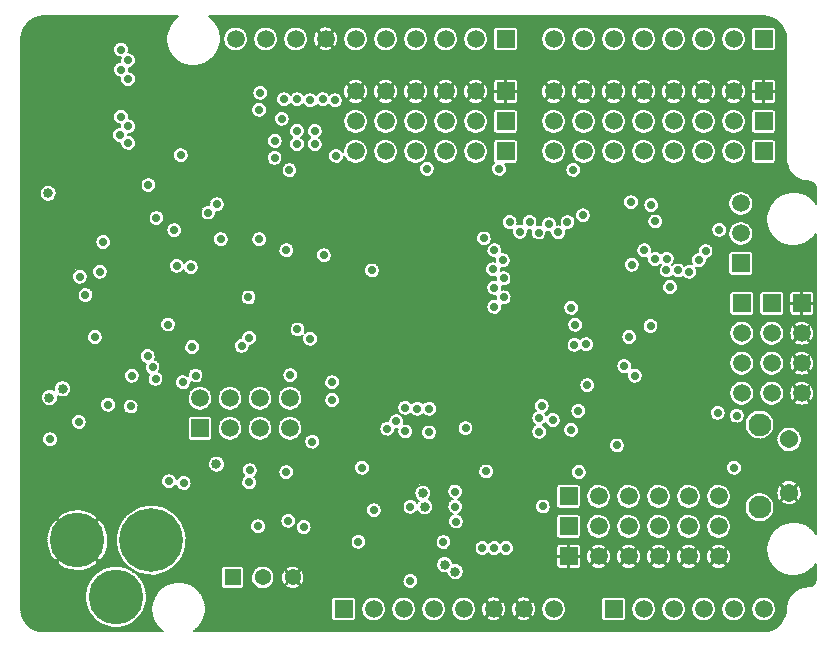
<source format=gbr>
G04 #@! TF.FileFunction,Copper,L2,Inr,Signal*
%FSLAX46Y46*%
G04 Gerber Fmt 4.6, Leading zero omitted, Abs format (unit mm)*
G04 Created by KiCad (PCBNEW 4.0.2+e4-6225~38~ubuntu16.04.1-stable) date jue 28 jul 2016 13:01:54 CEST*
%MOMM*%
G01*
G04 APERTURE LIST*
%ADD10C,0.100000*%
%ADD11R,1.500000X1.500000*%
%ADD12C,1.500000*%
%ADD13C,4.620000*%
%ADD14C,5.380000*%
%ADD15R,1.370000X1.370000*%
%ADD16C,1.370000*%
%ADD17C,1.540000*%
%ADD18C,1.930000*%
%ADD19C,0.740000*%
%ADD20C,0.840000*%
%ADD21C,0.200000*%
G04 APERTURE END LIST*
D10*
D11*
X41656000Y50800000D03*
D12*
X39116000Y50800000D03*
X36576000Y50800000D03*
X34036000Y50800000D03*
X31496000Y50800000D03*
X28956000Y50800000D03*
X26416000Y50800000D03*
X23876000Y50800000D03*
X21336000Y50800000D03*
X18796000Y50800000D03*
D11*
X41656000Y46355000D03*
D12*
X39116000Y46355000D03*
X36576000Y46355000D03*
X34036000Y46355000D03*
X31496000Y46355000D03*
X28956000Y46355000D03*
D11*
X46990000Y6985000D03*
D12*
X49530000Y6985000D03*
X52070000Y6985000D03*
X54610000Y6985000D03*
X57150000Y6985000D03*
X59690000Y6985000D03*
D11*
X41656000Y41275000D03*
D12*
X39116000Y41275000D03*
X36576000Y41275000D03*
X34036000Y41275000D03*
X31496000Y41275000D03*
X28956000Y41275000D03*
D11*
X46990000Y12065000D03*
D12*
X49530000Y12065000D03*
X52070000Y12065000D03*
X54610000Y12065000D03*
X57150000Y12065000D03*
X59690000Y12065000D03*
D11*
X41656000Y43815000D03*
D12*
X39116000Y43815000D03*
X36576000Y43815000D03*
X34036000Y43815000D03*
X31496000Y43815000D03*
X28956000Y43815000D03*
D11*
X46990000Y9525000D03*
D12*
X49530000Y9525000D03*
X52070000Y9525000D03*
X54610000Y9525000D03*
X57150000Y9525000D03*
X59690000Y9525000D03*
D11*
X63500000Y50800000D03*
D12*
X60960000Y50800000D03*
X58420000Y50800000D03*
X55880000Y50800000D03*
X53340000Y50800000D03*
X50800000Y50800000D03*
X48260000Y50800000D03*
X45720000Y50800000D03*
D11*
X63500000Y46355000D03*
D12*
X60960000Y46355000D03*
X58420000Y46355000D03*
X55880000Y46355000D03*
X53340000Y46355000D03*
X50800000Y46355000D03*
X48260000Y46355000D03*
X45720000Y46355000D03*
D11*
X63500000Y43815000D03*
D12*
X60960000Y43815000D03*
X58420000Y43815000D03*
X55880000Y43815000D03*
X53340000Y43815000D03*
X50800000Y43815000D03*
X48260000Y43815000D03*
X45720000Y43815000D03*
D11*
X63500000Y41275000D03*
D12*
X60960000Y41275000D03*
X58420000Y41275000D03*
X55880000Y41275000D03*
X53340000Y41275000D03*
X50800000Y41275000D03*
X48260000Y41275000D03*
X45720000Y41275000D03*
D11*
X27940000Y2540000D03*
D12*
X30480000Y2540000D03*
X33020000Y2540000D03*
X35560000Y2540000D03*
X38100000Y2540000D03*
X40640000Y2540000D03*
X43180000Y2540000D03*
X45720000Y2540000D03*
D11*
X50800000Y2540000D03*
D12*
X53340000Y2540000D03*
X55880000Y2540000D03*
X58420000Y2540000D03*
X60960000Y2540000D03*
X63500000Y2540000D03*
D11*
X66738500Y28422600D03*
D12*
X66738500Y25882600D03*
X66738500Y23342600D03*
X66738500Y20802600D03*
D11*
X64198500Y28422600D03*
D12*
X64198500Y25882600D03*
X64198500Y23342600D03*
X64198500Y20802600D03*
D11*
X61658500Y28422600D03*
D12*
X61658500Y25882600D03*
X61658500Y23342600D03*
X61658500Y20802600D03*
D11*
X15786100Y17830800D03*
D12*
X15786100Y20370800D03*
X18326100Y17830800D03*
X18326100Y20370800D03*
X20866100Y17830800D03*
X20866100Y20370800D03*
X23406100Y17830800D03*
X23406100Y20370800D03*
D13*
X5410200Y8356600D03*
D14*
X11658600Y8356600D03*
D13*
X8661400Y3556000D03*
D15*
X18554700Y5207000D03*
D16*
X21094700Y5207000D03*
X23634700Y5207000D03*
D17*
X65659000Y16891000D03*
X65659000Y12382500D03*
D18*
X63157100Y18148300D03*
X63157100Y11137900D03*
D11*
X61569600Y31788100D03*
D12*
X61569600Y34328100D03*
X61569600Y36868100D03*
D19*
X56770000Y25690000D03*
X55770000Y25690000D03*
X56280000Y26190000D03*
X56770000Y26620000D03*
X55770000Y26610000D03*
X57100000Y16550000D03*
X56000000Y16550000D03*
X54900000Y16550000D03*
X57090000Y17650000D03*
X56000000Y17640000D03*
X54900000Y17650000D03*
X57670000Y34840000D03*
X56570000Y34840000D03*
X55470000Y34840000D03*
X57670000Y35950000D03*
X56570000Y35940000D03*
X55470000Y35940000D03*
X21910000Y11530000D03*
X20910000Y11530000D03*
X21420000Y12030000D03*
X21910000Y12530000D03*
X20910000Y12530000D03*
X25500000Y41900000D03*
X24000000Y41900000D03*
X25500000Y43000000D03*
X23990000Y43000000D03*
X7600000Y33600000D03*
X9700000Y42000000D03*
X40690000Y28110000D03*
X9700000Y43400000D03*
X40690000Y29730000D03*
X41490000Y28920000D03*
X9000000Y42660000D03*
X9100000Y44200000D03*
X41490000Y30530000D03*
X36030000Y12870000D03*
X50780000Y38280000D03*
X58990000Y39740000D03*
X26720000Y42620000D03*
X25700000Y1480000D03*
X30500000Y29200000D03*
X43570000Y26150000D03*
X54600000Y52000000D03*
X43710000Y51920000D03*
X8300000Y52020000D03*
X1500000Y35020000D03*
X37030000Y35880000D03*
X21090000Y41920000D03*
X9100000Y29050000D03*
D20*
X4300000Y24200000D03*
X1765300Y30111700D03*
X1765300Y27698700D03*
D19*
X64100000Y39700000D03*
X1400000Y46100000D03*
X43870000Y13160000D03*
X47780000Y23210000D03*
X30800000Y12100000D03*
X30800000Y13400000D03*
X59000000Y17100000D03*
X24970000Y14690000D03*
D20*
X18110000Y7300000D03*
X16800000Y7300000D03*
X15990000Y8590000D03*
X15270000Y10100000D03*
X14400000Y10970000D03*
D19*
X9810000Y16730000D03*
X23280000Y25430000D03*
X25434200Y20904200D03*
X25400000Y22390000D03*
X21800000Y22300000D03*
X13370000Y21740000D03*
X16790000Y24780000D03*
X13180000Y24730000D03*
X13240000Y25680000D03*
X13180000Y27590000D03*
X12990000Y29880000D03*
X12510000Y34600000D03*
X15100000Y33830000D03*
X19400000Y34500000D03*
X23000000Y31900000D03*
X23740000Y29090000D03*
X26260000Y33440000D03*
X20104100Y42400000D03*
X34420000Y14230000D03*
X33580000Y8200000D03*
X34820000Y8200000D03*
X36730000Y13480000D03*
X36400000Y10300000D03*
X42390000Y14290000D03*
X51070000Y15430000D03*
X52670000Y18920000D03*
X52080000Y24320000D03*
X51700000Y29440000D03*
X54550000Y28260000D03*
X55740000Y23650000D03*
X58318400Y29006800D03*
X52380000Y32630000D03*
X53098700Y35400000D03*
X33570000Y35660000D03*
X21370000Y43020000D03*
X36000000Y39800000D03*
X40100000Y39800000D03*
X43730000Y39730000D03*
X46420000Y39670000D03*
X53920000Y39730000D03*
X52570000Y39730000D03*
X24840000Y48180000D03*
X21780000Y48120000D03*
X57690000Y39720000D03*
X62670000Y39730000D03*
X9100000Y31500000D03*
X9090000Y30420000D03*
X6210000Y27030000D03*
X7000000Y23000000D03*
D20*
X4216400Y33600000D03*
D19*
X12100000Y37700000D03*
X8950000Y38350000D03*
X17100000Y45990000D03*
X40590000Y31290000D03*
X9700000Y47390000D03*
X40710000Y32900000D03*
X9700000Y49000000D03*
X41410000Y32060000D03*
X9100000Y48200000D03*
X39810000Y33910000D03*
X9100000Y49900000D03*
X30320000Y31200000D03*
X14150000Y40957500D03*
D20*
X2920000Y37740000D03*
X3040000Y20440000D03*
D19*
X27300000Y40900000D03*
X52340000Y31690000D03*
X22100000Y40740000D03*
X20800000Y33830000D03*
X52120000Y25560000D03*
X26970000Y20230000D03*
X14320000Y21720000D03*
X19310000Y24820000D03*
X17540000Y33840000D03*
X19890000Y28910000D03*
X26270000Y32480000D03*
X35170000Y17480000D03*
D20*
X34650000Y12350000D03*
D19*
X36398200Y8200000D03*
X40010000Y14180000D03*
X51080000Y16380000D03*
X59610000Y19150000D03*
X55580000Y29790000D03*
X53400000Y32900000D03*
X59740000Y34640000D03*
X35000000Y39800000D03*
X41100000Y39800000D03*
X7300000Y31090000D03*
X6880000Y25560000D03*
X12100000Y35620000D03*
X11420000Y38420000D03*
X13810000Y31600000D03*
X16500000Y36100000D03*
X15000000Y31480000D03*
X17220000Y36800000D03*
X6090000Y29110000D03*
X5611450Y30668550D03*
X25300000Y16710000D03*
X47380000Y39710000D03*
X47550000Y26600000D03*
X26970000Y21740000D03*
X33604200Y11195800D03*
X38270200Y17839800D03*
X24040000Y26200000D03*
X23100000Y32900000D03*
X13600000Y34600000D03*
X13070000Y26620000D03*
X24560000Y9480000D03*
X52280000Y36980000D03*
X5530000Y18380000D03*
D20*
X4150000Y21170000D03*
D19*
X20000000Y14280000D03*
X20700000Y9530000D03*
X23260000Y10000000D03*
X20790000Y44800000D03*
X25110000Y45600000D03*
X22900000Y45700000D03*
X27200000Y45600000D03*
X26170000Y45700000D03*
X24000000Y45700000D03*
X20890000Y46240000D03*
X22710000Y44040000D03*
X54000000Y36740000D03*
X14400000Y13210000D03*
X3090000Y16900000D03*
D20*
X17180000Y14810000D03*
X34800000Y11190000D03*
D19*
X9910000Y19680000D03*
X13160000Y13360000D03*
X44510000Y17550000D03*
X15410000Y22300000D03*
X61220000Y18910000D03*
X48570000Y21480000D03*
X44500000Y18700000D03*
X23430000Y22330000D03*
X11350000Y23950000D03*
X47200000Y17700000D03*
X40700000Y7700000D03*
X37400000Y11210000D03*
X15120000Y24710000D03*
X47850000Y14130000D03*
X47820000Y19300000D03*
X39700000Y7700000D03*
X37450000Y9940000D03*
X41700000Y7700000D03*
X44800000Y11214100D03*
X25100000Y25410000D03*
X19960000Y25510000D03*
X29500000Y14500000D03*
X61000000Y14500000D03*
X29200000Y8230000D03*
X30500000Y10900000D03*
X8000000Y19840000D03*
X33600000Y4900000D03*
D20*
X37400000Y5700000D03*
X36500000Y6300000D03*
D19*
X23360000Y39680000D03*
X22120000Y42170000D03*
X11770000Y23000000D03*
X37400000Y12480000D03*
X45660000Y18530000D03*
X44720000Y19730000D03*
X12020000Y22030000D03*
X10010000Y22280000D03*
X19940000Y13250000D03*
X23090000Y14120000D03*
X47490000Y24910000D03*
X52600000Y22290000D03*
X51700000Y23100000D03*
X48480000Y24940000D03*
X58590000Y32830000D03*
X42000000Y35300000D03*
X58010000Y32080000D03*
X42870000Y34470000D03*
X57210000Y31090000D03*
X43690000Y35310000D03*
X44450000Y34410000D03*
X56240000Y31200000D03*
X45340000Y35100000D03*
X55280000Y31200000D03*
X46120000Y34420000D03*
X55300000Y32200000D03*
X54310000Y32170000D03*
X46900000Y35290000D03*
X48200000Y35870000D03*
X54340000Y35350000D03*
X53930000Y26490000D03*
X47210000Y28030000D03*
X31650000Y17810000D03*
X32400000Y18430000D03*
X33160000Y17570000D03*
X33160000Y19580000D03*
X34200000Y19500000D03*
X35190000Y19500000D03*
D21*
X2556399Y52700000D02*
X13942895Y52700000D01*
X16536382Y52700000D02*
X63468694Y52700000D01*
X1811659Y52550800D02*
X13740422Y52550800D01*
X16742917Y52550800D02*
X64228506Y52550800D01*
X1532836Y52401600D02*
X13588064Y52401600D01*
X16891079Y52401600D02*
X64509110Y52401600D01*
X1333920Y52252400D02*
X13446864Y52252400D01*
X17036513Y52252400D02*
X64706191Y52252400D01*
X1166718Y52103200D02*
X13344705Y52103200D01*
X17135641Y52103200D02*
X64872055Y52103200D01*
X1045033Y51954000D02*
X13242545Y51954000D01*
X17234769Y51954000D02*
X64995483Y51954000D01*
X936107Y51804800D02*
X13168199Y51804800D01*
X17313666Y51804800D02*
X18479906Y51804800D01*
X19115362Y51804800D02*
X21019906Y51804800D01*
X21655362Y51804800D02*
X23559906Y51804800D01*
X24195362Y51804800D02*
X26111127Y51804800D01*
X26720882Y51804800D02*
X28639906Y51804800D01*
X29275362Y51804800D02*
X31179906Y51804800D01*
X31815362Y51804800D02*
X33719906Y51804800D01*
X34355362Y51804800D02*
X36259906Y51804800D01*
X36895362Y51804800D02*
X38799906Y51804800D01*
X39435362Y51804800D02*
X40750264Y51804800D01*
X42566998Y51804800D02*
X45403906Y51804800D01*
X46039362Y51804800D02*
X47943906Y51804800D01*
X48579362Y51804800D02*
X50483906Y51804800D01*
X51119362Y51804800D02*
X53023906Y51804800D01*
X53659362Y51804800D02*
X55563906Y51804800D01*
X56199362Y51804800D02*
X58103906Y51804800D01*
X58739362Y51804800D02*
X60643906Y51804800D01*
X61279362Y51804800D02*
X62594264Y51804800D01*
X64410998Y51804800D02*
X65102878Y51804800D01*
X856776Y51655600D02*
X13104251Y51655600D01*
X17375162Y51655600D02*
X18185824Y51655600D01*
X19405309Y51655600D02*
X20725824Y51655600D01*
X21945309Y51655600D02*
X23265824Y51655600D01*
X24485309Y51655600D02*
X25823699Y51655600D01*
X27008302Y51655600D02*
X28345824Y51655600D01*
X29565309Y51655600D02*
X30885824Y51655600D01*
X32105309Y51655600D02*
X33425824Y51655600D01*
X34645309Y51655600D02*
X35965824Y51655600D01*
X37185309Y51655600D02*
X38505824Y51655600D01*
X39725309Y51655600D02*
X40626229Y51655600D01*
X42685734Y51655600D02*
X45109824Y51655600D01*
X46329309Y51655600D02*
X47649824Y51655600D01*
X48869309Y51655600D02*
X50189824Y51655600D01*
X51409309Y51655600D02*
X52729824Y51655600D01*
X53949309Y51655600D02*
X55269824Y51655600D01*
X56489309Y51655600D02*
X57809824Y51655600D01*
X59029309Y51655600D02*
X60349824Y51655600D01*
X61569309Y51655600D02*
X62470229Y51655600D01*
X64529734Y51655600D02*
X65183550Y51655600D01*
X781229Y51506400D02*
X13040304Y51506400D01*
X17436658Y51506400D02*
X18016565Y51506400D01*
X19574347Y51506400D02*
X20556565Y51506400D01*
X22114347Y51506400D02*
X23096565Y51506400D01*
X24654347Y51506400D02*
X25780311Y51506400D01*
X27051689Y51506400D02*
X28176565Y51506400D01*
X29734347Y51506400D02*
X30716565Y51506400D01*
X32274347Y51506400D02*
X33256565Y51506400D01*
X34814347Y51506400D02*
X35796565Y51506400D01*
X37354347Y51506400D02*
X38336565Y51506400D01*
X39894347Y51506400D02*
X40604549Y51506400D01*
X42707451Y51506400D02*
X44940565Y51506400D01*
X46498347Y51506400D02*
X47480565Y51506400D01*
X49038347Y51506400D02*
X50020565Y51506400D01*
X51578347Y51506400D02*
X52560565Y51506400D01*
X54118347Y51506400D02*
X55100565Y51506400D01*
X56658347Y51506400D02*
X57640565Y51506400D01*
X59198347Y51506400D02*
X60180565Y51506400D01*
X61738347Y51506400D02*
X62448549Y51506400D01*
X64551451Y51506400D02*
X65257591Y51506400D01*
X736183Y51357200D02*
X13006952Y51357200D01*
X17474427Y51357200D02*
X17904916Y51357200D01*
X19686476Y51357200D02*
X20444916Y51357200D01*
X22226476Y51357200D02*
X22984916Y51357200D01*
X24766476Y51357200D02*
X25522559Y51357200D01*
X25788089Y51357200D02*
X25929511Y51357200D01*
X26902489Y51357200D02*
X27043911Y51357200D01*
X27309669Y51357200D02*
X28064916Y51357200D01*
X29846476Y51357200D02*
X30604916Y51357200D01*
X32386476Y51357200D02*
X33144916Y51357200D01*
X34926476Y51357200D02*
X35684916Y51357200D01*
X37466476Y51357200D02*
X38224916Y51357200D01*
X40006476Y51357200D02*
X40604549Y51357200D01*
X42707451Y51357200D02*
X44828916Y51357200D01*
X46610476Y51357200D02*
X47368916Y51357200D01*
X49150476Y51357200D02*
X49908916Y51357200D01*
X51690476Y51357200D02*
X52448916Y51357200D01*
X54230476Y51357200D02*
X54988916Y51357200D01*
X56770476Y51357200D02*
X57528916Y51357200D01*
X59310476Y51357200D02*
X60068916Y51357200D01*
X61850476Y51357200D02*
X62448549Y51357200D01*
X64551451Y51357200D02*
X65303776Y51357200D01*
X691137Y51208000D02*
X12975239Y51208000D01*
X17503969Y51208000D02*
X17828442Y51208000D01*
X19763577Y51208000D02*
X20368442Y51208000D01*
X22303577Y51208000D02*
X22908442Y51208000D01*
X24843577Y51208000D02*
X25444365Y51208000D01*
X25937289Y51208000D02*
X26078711Y51208000D01*
X26753289Y51208000D02*
X26894711Y51208000D01*
X27388599Y51208000D02*
X27988442Y51208000D01*
X29923577Y51208000D02*
X30528442Y51208000D01*
X32463577Y51208000D02*
X33068442Y51208000D01*
X35003577Y51208000D02*
X35608442Y51208000D01*
X37543577Y51208000D02*
X38148442Y51208000D01*
X40083577Y51208000D02*
X40604549Y51208000D01*
X42707451Y51208000D02*
X44752442Y51208000D01*
X46687577Y51208000D02*
X47292442Y51208000D01*
X49227577Y51208000D02*
X49832442Y51208000D01*
X51767577Y51208000D02*
X52372442Y51208000D01*
X54307577Y51208000D02*
X54912442Y51208000D01*
X56847577Y51208000D02*
X57452442Y51208000D01*
X59387577Y51208000D02*
X59992442Y51208000D01*
X61927577Y51208000D02*
X62448549Y51208000D01*
X64551451Y51208000D02*
X65349961Y51208000D01*
X668444Y51058800D02*
X12943526Y51058800D01*
X17533511Y51058800D02*
X17777506Y51058800D01*
X19815189Y51058800D02*
X20317506Y51058800D01*
X22355189Y51058800D02*
X22857506Y51058800D01*
X24895189Y51058800D02*
X25397630Y51058800D01*
X26086489Y51058800D02*
X26227911Y51058800D01*
X26604089Y51058800D02*
X26745511Y51058800D01*
X27435187Y51058800D02*
X27937506Y51058800D01*
X29975189Y51058800D02*
X30477506Y51058800D01*
X32515189Y51058800D02*
X33017506Y51058800D01*
X35055189Y51058800D02*
X35557506Y51058800D01*
X37595189Y51058800D02*
X38097506Y51058800D01*
X40135189Y51058800D02*
X40604549Y51058800D01*
X42707451Y51058800D02*
X44701506Y51058800D01*
X46739189Y51058800D02*
X47241506Y51058800D01*
X49279189Y51058800D02*
X49781506Y51058800D01*
X51819189Y51058800D02*
X52321506Y51058800D01*
X54359189Y51058800D02*
X54861506Y51058800D01*
X56899189Y51058800D02*
X57401506Y51058800D01*
X59439189Y51058800D02*
X59941506Y51058800D01*
X61979189Y51058800D02*
X62448549Y51058800D01*
X64551451Y51058800D02*
X65371075Y51058800D01*
X653815Y50909600D02*
X12941208Y50909600D01*
X17538479Y50909600D02*
X17747383Y50909600D01*
X19844731Y50909600D02*
X20287383Y50909600D01*
X22384731Y50909600D02*
X22827383Y50909600D01*
X24924731Y50909600D02*
X25371624Y50909600D01*
X26235689Y50909600D02*
X26377111Y50909600D01*
X26454889Y50909600D02*
X26596311Y50909600D01*
X27460267Y50909600D02*
X27907383Y50909600D01*
X30004731Y50909600D02*
X30447383Y50909600D01*
X32544731Y50909600D02*
X32987383Y50909600D01*
X35084731Y50909600D02*
X35527383Y50909600D01*
X37624731Y50909600D02*
X38067383Y50909600D01*
X40164731Y50909600D02*
X40604549Y50909600D01*
X42707451Y50909600D02*
X44671383Y50909600D01*
X46768731Y50909600D02*
X47211383Y50909600D01*
X49308731Y50909600D02*
X49751383Y50909600D01*
X51848731Y50909600D02*
X52291383Y50909600D01*
X54388731Y50909600D02*
X54831383Y50909600D01*
X56928731Y50909600D02*
X57371383Y50909600D01*
X59468731Y50909600D02*
X59911383Y50909600D01*
X62008731Y50909600D02*
X62448549Y50909600D01*
X64551451Y50909600D02*
X65386756Y50909600D01*
X640000Y50760400D02*
X12939124Y50760400D01*
X17536396Y50760400D02*
X17745299Y50760400D01*
X19844054Y50760400D02*
X20285299Y50760400D01*
X22384054Y50760400D02*
X22825299Y50760400D01*
X24924054Y50760400D02*
X25364263Y50760400D01*
X26305689Y50760400D02*
X26526311Y50760400D01*
X27466695Y50760400D02*
X27905299Y50760400D01*
X30004054Y50760400D02*
X30445299Y50760400D01*
X32544054Y50760400D02*
X32985299Y50760400D01*
X35084054Y50760400D02*
X35525299Y50760400D01*
X37624054Y50760400D02*
X38065299Y50760400D01*
X40164054Y50760400D02*
X40604549Y50760400D01*
X42707451Y50760400D02*
X44669299Y50760400D01*
X46768054Y50760400D02*
X47209299Y50760400D01*
X49308054Y50760400D02*
X49749299Y50760400D01*
X51848054Y50760400D02*
X52289299Y50760400D01*
X54388054Y50760400D02*
X54829299Y50760400D01*
X56928054Y50760400D02*
X57369299Y50760400D01*
X59468054Y50760400D02*
X59909299Y50760400D01*
X62008054Y50760400D02*
X62448549Y50760400D01*
X64551451Y50760400D02*
X65400000Y50760400D01*
X640000Y50611200D02*
X12937041Y50611200D01*
X17534312Y50611200D02*
X17763066Y50611200D01*
X19829910Y50611200D02*
X20303066Y50611200D01*
X22369910Y50611200D02*
X22843066Y50611200D01*
X24909910Y50611200D02*
X25380186Y50611200D01*
X26156489Y50611200D02*
X26297911Y50611200D01*
X26534089Y50611200D02*
X26675511Y50611200D01*
X27453226Y50611200D02*
X27923066Y50611200D01*
X29989910Y50611200D02*
X30463066Y50611200D01*
X32529910Y50611200D02*
X33003066Y50611200D01*
X35069910Y50611200D02*
X35543066Y50611200D01*
X37609910Y50611200D02*
X38083066Y50611200D01*
X40149910Y50611200D02*
X40604549Y50611200D01*
X42707451Y50611200D02*
X44687066Y50611200D01*
X46753910Y50611200D02*
X47227066Y50611200D01*
X49293910Y50611200D02*
X49767066Y50611200D01*
X51833910Y50611200D02*
X52307066Y50611200D01*
X54373910Y50611200D02*
X54847066Y50611200D01*
X56913910Y50611200D02*
X57387066Y50611200D01*
X59453910Y50611200D02*
X59927066Y50611200D01*
X61993910Y50611200D02*
X62448549Y50611200D01*
X64551451Y50611200D02*
X65400000Y50611200D01*
X640000Y50462000D02*
X8735171Y50462000D01*
X9465008Y50462000D02*
X12963516Y50462000D01*
X17521922Y50462000D02*
X17800471Y50462000D01*
X19794930Y50462000D02*
X20340471Y50462000D01*
X22334930Y50462000D02*
X22880471Y50462000D01*
X24874930Y50462000D02*
X25421543Y50462000D01*
X26007289Y50462000D02*
X26148711Y50462000D01*
X26683289Y50462000D02*
X26824711Y50462000D01*
X27411046Y50462000D02*
X27960471Y50462000D01*
X29954930Y50462000D02*
X30500471Y50462000D01*
X32494930Y50462000D02*
X33040471Y50462000D01*
X35034930Y50462000D02*
X35580471Y50462000D01*
X37574930Y50462000D02*
X38120471Y50462000D01*
X40114930Y50462000D02*
X40604549Y50462000D01*
X42707451Y50462000D02*
X44724471Y50462000D01*
X46718930Y50462000D02*
X47264471Y50462000D01*
X49258930Y50462000D02*
X49804471Y50462000D01*
X51798930Y50462000D02*
X52344471Y50462000D01*
X54338930Y50462000D02*
X54884471Y50462000D01*
X56878930Y50462000D02*
X57424471Y50462000D01*
X59418930Y50462000D02*
X59964471Y50462000D01*
X61958930Y50462000D02*
X62448549Y50462000D01*
X64551451Y50462000D02*
X65400000Y50462000D01*
X640000Y50312800D02*
X8570606Y50312800D01*
X9630169Y50312800D02*
X12990900Y50312800D01*
X17488025Y50312800D02*
X17860767Y50312800D01*
X19728502Y50312800D02*
X20400767Y50312800D01*
X22268502Y50312800D02*
X22940767Y50312800D01*
X24808502Y50312800D02*
X25484916Y50312800D01*
X25858089Y50312800D02*
X25999511Y50312800D01*
X26832489Y50312800D02*
X26973911Y50312800D01*
X27346127Y50312800D02*
X28020767Y50312800D01*
X29888502Y50312800D02*
X30560767Y50312800D01*
X32428502Y50312800D02*
X33100767Y50312800D01*
X34968502Y50312800D02*
X35640767Y50312800D01*
X37508502Y50312800D02*
X38180767Y50312800D01*
X40048502Y50312800D02*
X40604549Y50312800D01*
X42707451Y50312800D02*
X44784767Y50312800D01*
X46652502Y50312800D02*
X47324767Y50312800D01*
X49192502Y50312800D02*
X49864767Y50312800D01*
X51732502Y50312800D02*
X52404767Y50312800D01*
X54272502Y50312800D02*
X54944767Y50312800D01*
X56812502Y50312800D02*
X57484767Y50312800D01*
X59352502Y50312800D02*
X60024767Y50312800D01*
X61892502Y50312800D02*
X62448549Y50312800D01*
X64551451Y50312800D02*
X65400000Y50312800D01*
X640000Y50163600D02*
X8484002Y50163600D01*
X9716063Y50163600D02*
X13018283Y50163600D01*
X17454128Y50163600D02*
X17956920Y50163600D01*
X19632087Y50163600D02*
X20496920Y50163600D01*
X22172087Y50163600D02*
X23036920Y50163600D01*
X24712087Y50163600D02*
X25648050Y50163600D01*
X25708889Y50163600D02*
X25850311Y50163600D01*
X26981689Y50163600D02*
X27123111Y50163600D01*
X27183949Y50163600D02*
X28116920Y50163600D01*
X29792087Y50163600D02*
X30656920Y50163600D01*
X32332087Y50163600D02*
X33196920Y50163600D01*
X34872087Y50163600D02*
X35736920Y50163600D01*
X37412087Y50163600D02*
X38276920Y50163600D01*
X39952087Y50163600D02*
X40604549Y50163600D01*
X42707451Y50163600D02*
X44880920Y50163600D01*
X46556087Y50163600D02*
X47420920Y50163600D01*
X49096087Y50163600D02*
X49960920Y50163600D01*
X51636087Y50163600D02*
X52500920Y50163600D01*
X54176087Y50163600D02*
X55040920Y50163600D01*
X56716087Y50163600D02*
X57580920Y50163600D01*
X59256087Y50163600D02*
X60120920Y50163600D01*
X61796087Y50163600D02*
X62448549Y50163600D01*
X64551451Y50163600D02*
X65400000Y50163600D01*
X640000Y50014400D02*
X8439319Y50014400D01*
X9760386Y50014400D02*
X13077221Y50014400D01*
X17408000Y50014400D02*
X18094909Y50014400D01*
X19493683Y50014400D02*
X20634909Y50014400D01*
X22033683Y50014400D02*
X23174909Y50014400D01*
X24573683Y50014400D02*
X25788480Y50014400D01*
X27043519Y50014400D02*
X28254909Y50014400D01*
X29653683Y50014400D02*
X30794909Y50014400D01*
X32193683Y50014400D02*
X33334909Y50014400D01*
X34733683Y50014400D02*
X35874909Y50014400D01*
X37273683Y50014400D02*
X38414909Y50014400D01*
X39813683Y50014400D02*
X40607388Y50014400D01*
X42702391Y50014400D02*
X45018909Y50014400D01*
X46417683Y50014400D02*
X47558909Y50014400D01*
X48957683Y50014400D02*
X50098909Y50014400D01*
X51497683Y50014400D02*
X52638909Y50014400D01*
X54037683Y50014400D02*
X55178909Y50014400D01*
X56577683Y50014400D02*
X57718909Y50014400D01*
X59117683Y50014400D02*
X60258909Y50014400D01*
X61657683Y50014400D02*
X62451388Y50014400D01*
X64546391Y50014400D02*
X65400000Y50014400D01*
X640000Y49865200D02*
X8429420Y49865200D01*
X9768625Y49865200D02*
X13136294Y49865200D01*
X17341572Y49865200D02*
X18312848Y49865200D01*
X19282663Y49865200D02*
X20852848Y49865200D01*
X21822663Y49865200D02*
X23392848Y49865200D01*
X24362663Y49865200D02*
X25937715Y49865200D01*
X26896246Y49865200D02*
X28472848Y49865200D01*
X29442663Y49865200D02*
X31012848Y49865200D01*
X31982663Y49865200D02*
X33552848Y49865200D01*
X34522663Y49865200D02*
X36092848Y49865200D01*
X37062663Y49865200D02*
X38632848Y49865200D01*
X39602663Y49865200D02*
X40670351Y49865200D01*
X42640640Y49865200D02*
X45236848Y49865200D01*
X46206663Y49865200D02*
X47776848Y49865200D01*
X48746663Y49865200D02*
X50316848Y49865200D01*
X51286663Y49865200D02*
X52856848Y49865200D01*
X53826663Y49865200D02*
X55396848Y49865200D01*
X56366663Y49865200D02*
X57936848Y49865200D01*
X58906663Y49865200D02*
X60476848Y49865200D01*
X61446663Y49865200D02*
X62514351Y49865200D01*
X64484640Y49865200D02*
X65400000Y49865200D01*
X640000Y49716000D02*
X8452549Y49716000D01*
X9745299Y49716000D02*
X13202223Y49716000D01*
X17275143Y49716000D02*
X65400000Y49716000D01*
X640000Y49566800D02*
X8517617Y49566800D01*
X10057892Y49566800D02*
X13298375Y49566800D01*
X17184872Y49566800D02*
X65400000Y49566800D01*
X640000Y49417600D02*
X8634397Y49417600D01*
X10226980Y49417600D02*
X13394528Y49417600D01*
X17079623Y49417600D02*
X65400000Y49417600D01*
X640000Y49268400D02*
X8872063Y49268400D01*
X10314085Y49268400D02*
X13521534Y49268400D01*
X16966976Y49268400D02*
X65400000Y49268400D01*
X640000Y49119200D02*
X9040340Y49119200D01*
X10359436Y49119200D02*
X13665615Y49119200D01*
X16810301Y49119200D02*
X65400000Y49119200D01*
X640000Y48970000D02*
X9029487Y48970000D01*
X10368692Y48970000D02*
X13842808Y48970000D01*
X16648998Y48970000D02*
X65400000Y48970000D01*
X640000Y48820800D02*
X8847916Y48820800D01*
X10346390Y48820800D02*
X14057478Y48820800D01*
X16413896Y48820800D02*
X65400000Y48820800D01*
X640000Y48671600D02*
X8623938Y48671600D01*
X10287225Y48671600D02*
X14366480Y48671600D01*
X16113117Y48671600D02*
X65400000Y48671600D01*
X640000Y48522400D02*
X8509204Y48522400D01*
X10170062Y48522400D02*
X14887799Y48522400D01*
X15568832Y48522400D02*
X65400000Y48522400D01*
X640000Y48373200D02*
X8451818Y48373200D01*
X9936842Y48373200D02*
X65400000Y48373200D01*
X640000Y48224000D02*
X8430242Y48224000D01*
X9769446Y48224000D02*
X65400000Y48224000D01*
X640000Y48074800D02*
X8441757Y48074800D01*
X9758658Y48074800D02*
X65400000Y48074800D01*
X640000Y47925600D02*
X8488008Y47925600D01*
X10104148Y47925600D02*
X65400000Y47925600D01*
X640000Y47776400D02*
X8577616Y47776400D01*
X10247709Y47776400D02*
X65400000Y47776400D01*
X640000Y47627200D02*
X8750130Y47627200D01*
X10326945Y47627200D02*
X65400000Y47627200D01*
X640000Y47478000D02*
X9033708Y47478000D01*
X10365613Y47478000D02*
X65400000Y47478000D01*
X640000Y47328800D02*
X9030011Y47328800D01*
X10368256Y47328800D02*
X28551850Y47328800D01*
X29359870Y47328800D02*
X31091850Y47328800D01*
X31899870Y47328800D02*
X33631850Y47328800D01*
X34439870Y47328800D02*
X36171850Y47328800D01*
X36979870Y47328800D02*
X38711850Y47328800D01*
X39519870Y47328800D02*
X40705536Y47328800D01*
X41606000Y47328800D02*
X41706000Y47328800D01*
X42606464Y47328800D02*
X45315850Y47328800D01*
X46123870Y47328800D02*
X47855850Y47328800D01*
X48663870Y47328800D02*
X50395850Y47328800D01*
X51203870Y47328800D02*
X52935850Y47328800D01*
X53743870Y47328800D02*
X55475850Y47328800D01*
X56283870Y47328800D02*
X58015850Y47328800D01*
X58823870Y47328800D02*
X60555850Y47328800D01*
X61363870Y47328800D02*
X62549536Y47328800D01*
X63450000Y47328800D02*
X63550000Y47328800D01*
X64450464Y47328800D02*
X65400000Y47328800D01*
X640000Y47179600D02*
X9062668Y47179600D01*
X10339301Y47179600D02*
X28348103Y47179600D01*
X29563898Y47179600D02*
X30888103Y47179600D01*
X32103898Y47179600D02*
X33428103Y47179600D01*
X34643898Y47179600D02*
X35968103Y47179600D01*
X37183898Y47179600D02*
X38508103Y47179600D01*
X39723899Y47179600D02*
X40614962Y47179600D01*
X41606000Y47179600D02*
X41706000Y47179600D01*
X42697039Y47179600D02*
X45112103Y47179600D01*
X46327898Y47179600D02*
X47652103Y47179600D01*
X48867898Y47179600D02*
X50192103Y47179600D01*
X51407898Y47179600D02*
X52732103Y47179600D01*
X53947898Y47179600D02*
X55272103Y47179600D01*
X56487898Y47179600D02*
X57812103Y47179600D01*
X59027898Y47179600D02*
X60352103Y47179600D01*
X61567899Y47179600D02*
X62458962Y47179600D01*
X63450000Y47179600D02*
X63550000Y47179600D01*
X64541039Y47179600D02*
X65400000Y47179600D01*
X640000Y47030400D02*
X9134630Y47030400D01*
X10266293Y47030400D02*
X28351311Y47030400D01*
X29560689Y47030400D02*
X30891311Y47030400D01*
X32100689Y47030400D02*
X33431311Y47030400D01*
X34640689Y47030400D02*
X35971311Y47030400D01*
X37180689Y47030400D02*
X38511311Y47030400D01*
X39720689Y47030400D02*
X40606000Y47030400D01*
X41606000Y47030400D02*
X41706000Y47030400D01*
X42706000Y47030400D02*
X45115311Y47030400D01*
X46324689Y47030400D02*
X47655311Y47030400D01*
X48864689Y47030400D02*
X50195311Y47030400D01*
X51404689Y47030400D02*
X52735311Y47030400D01*
X53944689Y47030400D02*
X55275311Y47030400D01*
X56484689Y47030400D02*
X57815311Y47030400D01*
X59024689Y47030400D02*
X60355311Y47030400D01*
X61564689Y47030400D02*
X62450000Y47030400D01*
X63450000Y47030400D02*
X63550000Y47030400D01*
X64550000Y47030400D02*
X65400000Y47030400D01*
X640000Y46881200D02*
X9259891Y46881200D01*
X10137299Y46881200D02*
X20688407Y46881200D01*
X21093684Y46881200D02*
X28046312Y46881200D01*
X28359089Y46881200D02*
X28500511Y46881200D01*
X29411489Y46881200D02*
X29552911Y46881200D01*
X29866239Y46881200D02*
X30586312Y46881200D01*
X30899089Y46881200D02*
X31040511Y46881200D01*
X31951489Y46881200D02*
X32092911Y46881200D01*
X32406239Y46881200D02*
X33126312Y46881200D01*
X33439089Y46881200D02*
X33580511Y46881200D01*
X34491489Y46881200D02*
X34632911Y46881200D01*
X34946239Y46881200D02*
X35666312Y46881200D01*
X35979089Y46881200D02*
X36120511Y46881200D01*
X37031489Y46881200D02*
X37172911Y46881200D01*
X37486239Y46881200D02*
X38206312Y46881200D01*
X38519089Y46881200D02*
X38660511Y46881200D01*
X39571489Y46881200D02*
X39712911Y46881200D01*
X40026239Y46881200D02*
X40606000Y46881200D01*
X41606000Y46881200D02*
X41706000Y46881200D01*
X42706000Y46881200D02*
X44810312Y46881200D01*
X45123089Y46881200D02*
X45264511Y46881200D01*
X46175489Y46881200D02*
X46316911Y46881200D01*
X46630239Y46881200D02*
X47350312Y46881200D01*
X47663089Y46881200D02*
X47804511Y46881200D01*
X48715489Y46881200D02*
X48856911Y46881200D01*
X49170239Y46881200D02*
X49890312Y46881200D01*
X50203089Y46881200D02*
X50344511Y46881200D01*
X51255489Y46881200D02*
X51396911Y46881200D01*
X51710239Y46881200D02*
X52430312Y46881200D01*
X52743089Y46881200D02*
X52884511Y46881200D01*
X53795489Y46881200D02*
X53936911Y46881200D01*
X54250239Y46881200D02*
X54970312Y46881200D01*
X55283089Y46881200D02*
X55424511Y46881200D01*
X56335489Y46881200D02*
X56476911Y46881200D01*
X56790239Y46881200D02*
X57510312Y46881200D01*
X57823089Y46881200D02*
X57964511Y46881200D01*
X58875489Y46881200D02*
X59016911Y46881200D01*
X59330239Y46881200D02*
X60050312Y46881200D01*
X60363089Y46881200D02*
X60504511Y46881200D01*
X61415489Y46881200D02*
X61556911Y46881200D01*
X61870239Y46881200D02*
X62450000Y46881200D01*
X63450000Y46881200D02*
X63550000Y46881200D01*
X64550000Y46881200D02*
X65400000Y46881200D01*
X640000Y46732000D02*
X9572501Y46732000D01*
X9826837Y46732000D02*
X20434770Y46732000D01*
X21345697Y46732000D02*
X27972438Y46732000D01*
X28508289Y46732000D02*
X28649711Y46732000D01*
X29262289Y46732000D02*
X29403711Y46732000D01*
X29938279Y46732000D02*
X30512438Y46732000D01*
X31048289Y46732000D02*
X31189711Y46732000D01*
X31802289Y46732000D02*
X31943711Y46732000D01*
X32478279Y46732000D02*
X33052438Y46732000D01*
X33588289Y46732000D02*
X33729711Y46732000D01*
X34342289Y46732000D02*
X34483711Y46732000D01*
X35018279Y46732000D02*
X35592438Y46732000D01*
X36128289Y46732000D02*
X36269711Y46732000D01*
X36882289Y46732000D02*
X37023711Y46732000D01*
X37558279Y46732000D02*
X38132438Y46732000D01*
X38668289Y46732000D02*
X38809711Y46732000D01*
X39422289Y46732000D02*
X39563711Y46732000D01*
X40098279Y46732000D02*
X40606000Y46732000D01*
X41606000Y46732000D02*
X41706000Y46732000D01*
X42706000Y46732000D02*
X44736438Y46732000D01*
X45272289Y46732000D02*
X45413711Y46732000D01*
X46026289Y46732000D02*
X46167711Y46732000D01*
X46702279Y46732000D02*
X47276438Y46732000D01*
X47812289Y46732000D02*
X47953711Y46732000D01*
X48566289Y46732000D02*
X48707711Y46732000D01*
X49242279Y46732000D02*
X49816438Y46732000D01*
X50352289Y46732000D02*
X50493711Y46732000D01*
X51106289Y46732000D02*
X51247711Y46732000D01*
X51782279Y46732000D02*
X52356438Y46732000D01*
X52892289Y46732000D02*
X53033711Y46732000D01*
X53646289Y46732000D02*
X53787711Y46732000D01*
X54322279Y46732000D02*
X54896438Y46732000D01*
X55432289Y46732000D02*
X55573711Y46732000D01*
X56186289Y46732000D02*
X56327711Y46732000D01*
X56862279Y46732000D02*
X57436438Y46732000D01*
X57972289Y46732000D02*
X58113711Y46732000D01*
X58726289Y46732000D02*
X58867711Y46732000D01*
X59402279Y46732000D02*
X59976438Y46732000D01*
X60512289Y46732000D02*
X60653711Y46732000D01*
X61266289Y46732000D02*
X61407711Y46732000D01*
X61942279Y46732000D02*
X62450000Y46732000D01*
X63450000Y46732000D02*
X63550000Y46732000D01*
X64550000Y46732000D02*
X65400000Y46732000D01*
X640000Y46582800D02*
X20312676Y46582800D01*
X21466677Y46582800D02*
X27928501Y46582800D01*
X28657489Y46582800D02*
X28798911Y46582800D01*
X29113089Y46582800D02*
X29254511Y46582800D01*
X29984867Y46582800D02*
X30468501Y46582800D01*
X31197489Y46582800D02*
X31338911Y46582800D01*
X31653089Y46582800D02*
X31794511Y46582800D01*
X32524867Y46582800D02*
X33008501Y46582800D01*
X33737489Y46582800D02*
X33878911Y46582800D01*
X34193089Y46582800D02*
X34334511Y46582800D01*
X35064867Y46582800D02*
X35548501Y46582800D01*
X36277489Y46582800D02*
X36418911Y46582800D01*
X36733089Y46582800D02*
X36874511Y46582800D01*
X37604867Y46582800D02*
X38088501Y46582800D01*
X38817489Y46582800D02*
X38958911Y46582800D01*
X39273089Y46582800D02*
X39414511Y46582800D01*
X40144867Y46582800D02*
X40606000Y46582800D01*
X41606000Y46582800D02*
X41706000Y46582800D01*
X42706000Y46582800D02*
X44692501Y46582800D01*
X45421489Y46582800D02*
X45562911Y46582800D01*
X45877089Y46582800D02*
X46018511Y46582800D01*
X46748867Y46582800D02*
X47232501Y46582800D01*
X47961489Y46582800D02*
X48102911Y46582800D01*
X48417089Y46582800D02*
X48558511Y46582800D01*
X49288867Y46582800D02*
X49772501Y46582800D01*
X50501489Y46582800D02*
X50642911Y46582800D01*
X50957089Y46582800D02*
X51098511Y46582800D01*
X51828867Y46582800D02*
X52312501Y46582800D01*
X53041489Y46582800D02*
X53182911Y46582800D01*
X53497089Y46582800D02*
X53638511Y46582800D01*
X54368867Y46582800D02*
X54852501Y46582800D01*
X55581489Y46582800D02*
X55722911Y46582800D01*
X56037089Y46582800D02*
X56178511Y46582800D01*
X56908867Y46582800D02*
X57392501Y46582800D01*
X58121489Y46582800D02*
X58262911Y46582800D01*
X58577089Y46582800D02*
X58718511Y46582800D01*
X59448867Y46582800D02*
X59932501Y46582800D01*
X60661489Y46582800D02*
X60802911Y46582800D01*
X61117089Y46582800D02*
X61258511Y46582800D01*
X61988867Y46582800D02*
X62450000Y46582800D01*
X63450000Y46582800D02*
X63550000Y46582800D01*
X64550000Y46582800D02*
X65400000Y46582800D01*
X640000Y46433600D02*
X20246154Y46433600D01*
X21534704Y46433600D02*
X27908826Y46433600D01*
X28806689Y46433600D02*
X28948111Y46433600D01*
X28963889Y46433600D02*
X29105311Y46433600D01*
X30003575Y46433600D02*
X30448826Y46433600D01*
X31346689Y46433600D02*
X31488111Y46433600D01*
X31503889Y46433600D02*
X31645311Y46433600D01*
X32543575Y46433600D02*
X32988826Y46433600D01*
X33886689Y46433600D02*
X34028111Y46433600D01*
X34043889Y46433600D02*
X34185311Y46433600D01*
X35083575Y46433600D02*
X35528826Y46433600D01*
X36426689Y46433600D02*
X36568111Y46433600D01*
X36583889Y46433600D02*
X36725311Y46433600D01*
X37623575Y46433600D02*
X38068826Y46433600D01*
X38966689Y46433600D02*
X39108111Y46433600D01*
X39123889Y46433600D02*
X39265311Y46433600D01*
X40163575Y46433600D02*
X40652400Y46433600D01*
X41606000Y46433600D02*
X41706000Y46433600D01*
X42659600Y46433600D02*
X44672826Y46433600D01*
X45570689Y46433600D02*
X45712111Y46433600D01*
X45727889Y46433600D02*
X45869311Y46433600D01*
X46767575Y46433600D02*
X47212826Y46433600D01*
X48110689Y46433600D02*
X48252111Y46433600D01*
X48267889Y46433600D02*
X48409311Y46433600D01*
X49307575Y46433600D02*
X49752826Y46433600D01*
X50650689Y46433600D02*
X50792111Y46433600D01*
X50807889Y46433600D02*
X50949311Y46433600D01*
X51847575Y46433600D02*
X52292826Y46433600D01*
X53190689Y46433600D02*
X53332111Y46433600D01*
X53347889Y46433600D02*
X53489311Y46433600D01*
X54387575Y46433600D02*
X54832826Y46433600D01*
X55730689Y46433600D02*
X55872111Y46433600D01*
X55887889Y46433600D02*
X56029311Y46433600D01*
X56927575Y46433600D02*
X57372826Y46433600D01*
X58270689Y46433600D02*
X58412111Y46433600D01*
X58427889Y46433600D02*
X58569311Y46433600D01*
X59467575Y46433600D02*
X59912826Y46433600D01*
X60810689Y46433600D02*
X60952111Y46433600D01*
X60967889Y46433600D02*
X61109311Y46433600D01*
X62007575Y46433600D02*
X62496400Y46433600D01*
X63450000Y46433600D02*
X63550000Y46433600D01*
X64503600Y46433600D02*
X65400000Y46433600D01*
X640000Y46284400D02*
X20220526Y46284400D01*
X21559731Y46284400D02*
X22569402Y46284400D01*
X23231798Y46284400D02*
X23669402Y46284400D01*
X24331798Y46284400D02*
X25839402Y46284400D01*
X26501798Y46284400D02*
X27907571Y46284400D01*
X28814689Y46284400D02*
X29097311Y46284400D01*
X30003896Y46284400D02*
X30447571Y46284400D01*
X31354689Y46284400D02*
X31637311Y46284400D01*
X32543896Y46284400D02*
X32987571Y46284400D01*
X33894689Y46284400D02*
X34177311Y46284400D01*
X35083896Y46284400D02*
X35527571Y46284400D01*
X36434689Y46284400D02*
X36717311Y46284400D01*
X37623896Y46284400D02*
X38067571Y46284400D01*
X38974689Y46284400D02*
X39257311Y46284400D01*
X40163896Y46284400D02*
X40660400Y46284400D01*
X41606000Y46284400D02*
X41706000Y46284400D01*
X42651600Y46284400D02*
X44671571Y46284400D01*
X45578689Y46284400D02*
X45861311Y46284400D01*
X46767896Y46284400D02*
X47211571Y46284400D01*
X48118689Y46284400D02*
X48401311Y46284400D01*
X49307896Y46284400D02*
X49751571Y46284400D01*
X50658689Y46284400D02*
X50941311Y46284400D01*
X51847896Y46284400D02*
X52291571Y46284400D01*
X53198689Y46284400D02*
X53481311Y46284400D01*
X54387896Y46284400D02*
X54831571Y46284400D01*
X55738689Y46284400D02*
X56021311Y46284400D01*
X56927896Y46284400D02*
X57371571Y46284400D01*
X58278689Y46284400D02*
X58561311Y46284400D01*
X59467896Y46284400D02*
X59911571Y46284400D01*
X60818689Y46284400D02*
X61101311Y46284400D01*
X62007897Y46284400D02*
X62504400Y46284400D01*
X63450000Y46284400D02*
X63550000Y46284400D01*
X64495600Y46284400D02*
X65400000Y46284400D01*
X640000Y46135200D02*
X20228013Y46135200D01*
X21553293Y46135200D02*
X22386767Y46135200D01*
X23412102Y46135200D02*
X23486767Y46135200D01*
X24512102Y46135200D02*
X24704216Y46135200D01*
X25514741Y46135200D02*
X25656767Y46135200D01*
X26682102Y46135200D02*
X26794216Y46135200D01*
X27604741Y46135200D02*
X27924635Y46135200D01*
X28665489Y46135200D02*
X28806911Y46135200D01*
X29105089Y46135200D02*
X29246511Y46135200D01*
X29985855Y46135200D02*
X30464635Y46135200D01*
X31205489Y46135200D02*
X31346911Y46135200D01*
X31645089Y46135200D02*
X31786511Y46135200D01*
X32525855Y46135200D02*
X33004635Y46135200D01*
X33745489Y46135200D02*
X33886911Y46135200D01*
X34185089Y46135200D02*
X34326511Y46135200D01*
X35065855Y46135200D02*
X35544635Y46135200D01*
X36285489Y46135200D02*
X36426911Y46135200D01*
X36725089Y46135200D02*
X36866511Y46135200D01*
X37605855Y46135200D02*
X38084635Y46135200D01*
X38825489Y46135200D02*
X38966911Y46135200D01*
X39265089Y46135200D02*
X39406511Y46135200D01*
X40145855Y46135200D02*
X40606000Y46135200D01*
X41606000Y46135200D02*
X41706000Y46135200D01*
X42706000Y46135200D02*
X44688635Y46135200D01*
X45429489Y46135200D02*
X45570911Y46135200D01*
X45869089Y46135200D02*
X46010511Y46135200D01*
X46749855Y46135200D02*
X47228635Y46135200D01*
X47969489Y46135200D02*
X48110911Y46135200D01*
X48409089Y46135200D02*
X48550511Y46135200D01*
X49289855Y46135200D02*
X49768635Y46135200D01*
X50509489Y46135200D02*
X50650911Y46135200D01*
X50949089Y46135200D02*
X51090511Y46135200D01*
X51829855Y46135200D02*
X52308635Y46135200D01*
X53049489Y46135200D02*
X53190911Y46135200D01*
X53489089Y46135200D02*
X53630511Y46135200D01*
X54369855Y46135200D02*
X54848635Y46135200D01*
X55589489Y46135200D02*
X55730911Y46135200D01*
X56029089Y46135200D02*
X56170511Y46135200D01*
X56909855Y46135200D02*
X57388635Y46135200D01*
X58129489Y46135200D02*
X58270911Y46135200D01*
X58569089Y46135200D02*
X58710511Y46135200D01*
X59449855Y46135200D02*
X59928635Y46135200D01*
X60669489Y46135200D02*
X60810911Y46135200D01*
X61109089Y46135200D02*
X61250511Y46135200D01*
X61989855Y46135200D02*
X62450000Y46135200D01*
X63450000Y46135200D02*
X63550000Y46135200D01*
X64550000Y46135200D02*
X65400000Y46135200D01*
X640000Y45986000D02*
X20269931Y45986000D01*
X21510349Y45986000D02*
X22293603Y45986000D01*
X27747975Y45986000D02*
X27971223Y45986000D01*
X28516289Y45986000D02*
X28657711Y45986000D01*
X29254289Y45986000D02*
X29395711Y45986000D01*
X29941917Y45986000D02*
X30511223Y45986000D01*
X31056289Y45986000D02*
X31197711Y45986000D01*
X31794289Y45986000D02*
X31935711Y45986000D01*
X32481917Y45986000D02*
X33051223Y45986000D01*
X33596289Y45986000D02*
X33737711Y45986000D01*
X34334289Y45986000D02*
X34475711Y45986000D01*
X35021917Y45986000D02*
X35591223Y45986000D01*
X36136289Y45986000D02*
X36277711Y45986000D01*
X36874289Y45986000D02*
X37015711Y45986000D01*
X37561917Y45986000D02*
X38131223Y45986000D01*
X38676289Y45986000D02*
X38817711Y45986000D01*
X39414289Y45986000D02*
X39555711Y45986000D01*
X40101917Y45986000D02*
X40606000Y45986000D01*
X41606000Y45986000D02*
X41706000Y45986000D01*
X42706000Y45986000D02*
X44735223Y45986000D01*
X45280289Y45986000D02*
X45421711Y45986000D01*
X46018289Y45986000D02*
X46159711Y45986000D01*
X46705917Y45986000D02*
X47275223Y45986000D01*
X47820289Y45986000D02*
X47961711Y45986000D01*
X48558289Y45986000D02*
X48699711Y45986000D01*
X49245917Y45986000D02*
X49815223Y45986000D01*
X50360289Y45986000D02*
X50501711Y45986000D01*
X51098289Y45986000D02*
X51239711Y45986000D01*
X51785917Y45986000D02*
X52355223Y45986000D01*
X52900289Y45986000D02*
X53041711Y45986000D01*
X53638289Y45986000D02*
X53779711Y45986000D01*
X54325917Y45986000D02*
X54895223Y45986000D01*
X55440289Y45986000D02*
X55581711Y45986000D01*
X56178289Y45986000D02*
X56319711Y45986000D01*
X56865917Y45986000D02*
X57435223Y45986000D01*
X57980289Y45986000D02*
X58121711Y45986000D01*
X58718289Y45986000D02*
X58859711Y45986000D01*
X59405917Y45986000D02*
X59975223Y45986000D01*
X60520289Y45986000D02*
X60661711Y45986000D01*
X61258289Y45986000D02*
X61399711Y45986000D01*
X61945917Y45986000D02*
X62450000Y45986000D01*
X63450000Y45986000D02*
X63550000Y45986000D01*
X64550000Y45986000D02*
X65400000Y45986000D01*
X640000Y45836800D02*
X20352729Y45836800D01*
X21425537Y45836800D02*
X22244081Y45836800D01*
X27827110Y45836800D02*
X28041485Y45836800D01*
X28367089Y45836800D02*
X28508511Y45836800D01*
X29403489Y45836800D02*
X29544911Y45836800D01*
X29869880Y45836800D02*
X30581485Y45836800D01*
X30907089Y45836800D02*
X31048511Y45836800D01*
X31943489Y45836800D02*
X32084911Y45836800D01*
X32409880Y45836800D02*
X33121485Y45836800D01*
X33447089Y45836800D02*
X33588511Y45836800D01*
X34483489Y45836800D02*
X34624911Y45836800D01*
X34949880Y45836800D02*
X35661485Y45836800D01*
X35987089Y45836800D02*
X36128511Y45836800D01*
X37023489Y45836800D02*
X37164911Y45836800D01*
X37489880Y45836800D02*
X38201485Y45836800D01*
X38527089Y45836800D02*
X38668511Y45836800D01*
X39563489Y45836800D02*
X39704911Y45836800D01*
X40029880Y45836800D02*
X40606000Y45836800D01*
X41606000Y45836800D02*
X41706000Y45836800D01*
X42706000Y45836800D02*
X44805485Y45836800D01*
X45131089Y45836800D02*
X45272511Y45836800D01*
X46167489Y45836800D02*
X46308911Y45836800D01*
X46633880Y45836800D02*
X47345485Y45836800D01*
X47671089Y45836800D02*
X47812511Y45836800D01*
X48707489Y45836800D02*
X48848911Y45836800D01*
X49173880Y45836800D02*
X49885485Y45836800D01*
X50211089Y45836800D02*
X50352511Y45836800D01*
X51247489Y45836800D02*
X51388911Y45836800D01*
X51713880Y45836800D02*
X52425485Y45836800D01*
X52751089Y45836800D02*
X52892511Y45836800D01*
X53787489Y45836800D02*
X53928911Y45836800D01*
X54253880Y45836800D02*
X54965485Y45836800D01*
X55291089Y45836800D02*
X55432511Y45836800D01*
X56327489Y45836800D02*
X56468911Y45836800D01*
X56793880Y45836800D02*
X57505485Y45836800D01*
X57831089Y45836800D02*
X57972511Y45836800D01*
X58867489Y45836800D02*
X59008911Y45836800D01*
X59333880Y45836800D02*
X60045485Y45836800D01*
X60371089Y45836800D02*
X60512511Y45836800D01*
X61407489Y45836800D02*
X61548911Y45836800D01*
X61873880Y45836800D02*
X62450000Y45836800D01*
X63450000Y45836800D02*
X63550000Y45836800D01*
X64550000Y45836800D02*
X65400000Y45836800D01*
X640000Y45687600D02*
X20510779Y45687600D01*
X21270014Y45687600D02*
X22229733Y45687600D01*
X27865693Y45687600D02*
X28359311Y45687600D01*
X29552689Y45687600D02*
X30899311Y45687600D01*
X32092689Y45687600D02*
X33439311Y45687600D01*
X34632689Y45687600D02*
X35979311Y45687600D01*
X37172689Y45687600D02*
X38519311Y45687600D01*
X39712689Y45687600D02*
X40606000Y45687600D01*
X41606000Y45687600D02*
X41706000Y45687600D01*
X42706000Y45687600D02*
X45123311Y45687600D01*
X46316689Y45687600D02*
X47663311Y45687600D01*
X48856689Y45687600D02*
X50203311Y45687600D01*
X51396689Y45687600D02*
X52743311Y45687600D01*
X53936689Y45687600D02*
X55283311Y45687600D01*
X56476689Y45687600D02*
X57823311Y45687600D01*
X59016689Y45687600D02*
X60363311Y45687600D01*
X61556689Y45687600D02*
X62450000Y45687600D01*
X63450000Y45687600D02*
X63550000Y45687600D01*
X64550000Y45687600D02*
X65400000Y45687600D01*
X640000Y45538400D02*
X22248438Y45538400D01*
X27868250Y45538400D02*
X28344077Y45538400D01*
X29567922Y45538400D02*
X30884077Y45538400D01*
X32107922Y45538400D02*
X33424077Y45538400D01*
X34647922Y45538400D02*
X35964077Y45538400D01*
X37187922Y45538400D02*
X38504077Y45538400D01*
X39727922Y45538400D02*
X40613370Y45538400D01*
X41606000Y45538400D02*
X41706000Y45538400D01*
X42698629Y45538400D02*
X45108077Y45538400D01*
X46331922Y45538400D02*
X47648077Y45538400D01*
X48871922Y45538400D02*
X50188077Y45538400D01*
X51411922Y45538400D02*
X52728077Y45538400D01*
X53951922Y45538400D02*
X55268077Y45538400D01*
X56491922Y45538400D02*
X57808077Y45538400D01*
X59031922Y45538400D02*
X60348077Y45538400D01*
X61571922Y45538400D02*
X62457370Y45538400D01*
X63450000Y45538400D02*
X63550000Y45538400D01*
X64542629Y45538400D02*
X65400000Y45538400D01*
X640000Y45389200D02*
X20466738Y45389200D01*
X21114682Y45389200D02*
X22303181Y45389200D01*
X27839211Y45389200D02*
X28536865Y45389200D01*
X29378248Y45389200D02*
X31076865Y45389200D01*
X31918248Y45389200D02*
X33616865Y45389200D01*
X34458248Y45389200D02*
X36156865Y45389200D01*
X36998248Y45389200D02*
X38696865Y45389200D01*
X39538248Y45389200D02*
X40697536Y45389200D01*
X41606000Y45389200D02*
X41706000Y45389200D01*
X42614464Y45389200D02*
X45300865Y45389200D01*
X46142248Y45389200D02*
X47840865Y45389200D01*
X48682248Y45389200D02*
X50380865Y45389200D01*
X51222248Y45389200D02*
X52920865Y45389200D01*
X53762248Y45389200D02*
X55460865Y45389200D01*
X56302248Y45389200D02*
X58000865Y45389200D01*
X58842248Y45389200D02*
X60540865Y45389200D01*
X61382248Y45389200D02*
X62541536Y45389200D01*
X63450000Y45389200D02*
X63550000Y45389200D01*
X64458464Y45389200D02*
X65400000Y45389200D01*
X640000Y45240000D02*
X20281669Y45240000D01*
X21297335Y45240000D02*
X22412766Y45240000D01*
X23388544Y45240000D02*
X23512766Y45240000D01*
X24488544Y45240000D02*
X24544888Y45240000D01*
X25676011Y45240000D02*
X25682766Y45240000D01*
X27766011Y45240000D02*
X65400000Y45240000D01*
X640000Y45090800D02*
X20185660Y45090800D01*
X21394852Y45090800D02*
X22620791Y45090800D01*
X23182218Y45090800D02*
X23720791Y45090800D01*
X24282218Y45090800D02*
X24670278Y45090800D01*
X25546879Y45090800D02*
X25890791Y45090800D01*
X26452218Y45090800D02*
X26760278Y45090800D01*
X27636879Y45090800D02*
X65400000Y45090800D01*
X640000Y44941600D02*
X20135101Y44941600D01*
X21445000Y44941600D02*
X24984320Y44941600D01*
X25234569Y44941600D02*
X27074320Y44941600D01*
X27324569Y44941600D02*
X65400000Y44941600D01*
X640000Y44792400D02*
X8781628Y44792400D01*
X9419773Y44792400D02*
X20119800Y44792400D01*
X21459005Y44792400D02*
X28572088Y44792400D01*
X29340543Y44792400D02*
X31112088Y44792400D01*
X31880543Y44792400D02*
X33652088Y44792400D01*
X34420543Y44792400D02*
X36192088Y44792400D01*
X36960543Y44792400D02*
X38732088Y44792400D01*
X39500543Y44792400D02*
X40708682Y44792400D01*
X42599296Y44792400D02*
X45336088Y44792400D01*
X46104543Y44792400D02*
X47876088Y44792400D01*
X48644543Y44792400D02*
X50416088Y44792400D01*
X51184543Y44792400D02*
X52956088Y44792400D01*
X53724543Y44792400D02*
X55496088Y44792400D01*
X56264543Y44792400D02*
X58036088Y44792400D01*
X58804543Y44792400D02*
X60576088Y44792400D01*
X61344543Y44792400D02*
X62552682Y44792400D01*
X64443296Y44792400D02*
X65400000Y44792400D01*
X640000Y44643200D02*
X8594937Y44643200D01*
X9604158Y44643200D02*
X20137557Y44643200D01*
X21441479Y44643200D02*
X22414354Y44643200D01*
X23004081Y44643200D02*
X28303952Y44643200D01*
X29605931Y44643200D02*
X30843952Y44643200D01*
X32145931Y44643200D02*
X33383952Y44643200D01*
X34685931Y44643200D02*
X35923952Y44643200D01*
X37225931Y44643200D02*
X38463952Y44643200D01*
X39765931Y44643200D02*
X40615663Y44643200D01*
X42694219Y44643200D02*
X45067952Y44643200D01*
X46369931Y44643200D02*
X47607952Y44643200D01*
X48909931Y44643200D02*
X50147952Y44643200D01*
X51449931Y44643200D02*
X52687952Y44643200D01*
X53989931Y44643200D02*
X55227952Y44643200D01*
X56529931Y44643200D02*
X57767952Y44643200D01*
X59069931Y44643200D02*
X60307952Y44643200D01*
X61609931Y44643200D02*
X62459663Y44643200D01*
X64538219Y44643200D02*
X65400000Y44643200D01*
X640000Y44494000D02*
X8497032Y44494000D01*
X9703533Y44494000D02*
X20190519Y44494000D01*
X21387198Y44494000D02*
X22215965Y44494000D01*
X23203433Y44494000D02*
X28148586Y44494000D01*
X29761556Y44494000D02*
X30688586Y44494000D01*
X32301556Y44494000D02*
X33228586Y44494000D01*
X34841556Y44494000D02*
X35768586Y44494000D01*
X37381556Y44494000D02*
X38308586Y44494000D01*
X39921556Y44494000D02*
X40604549Y44494000D01*
X42707451Y44494000D02*
X44912586Y44494000D01*
X46525556Y44494000D02*
X47452586Y44494000D01*
X49065556Y44494000D02*
X49992586Y44494000D01*
X51605556Y44494000D02*
X52532586Y44494000D01*
X54145556Y44494000D02*
X55072586Y44494000D01*
X56685556Y44494000D02*
X57612586Y44494000D01*
X59225556Y44494000D02*
X60152586Y44494000D01*
X61765556Y44494000D02*
X62448549Y44494000D01*
X64551451Y44494000D02*
X65400000Y44494000D01*
X640000Y44344800D02*
X8445781Y44344800D01*
X9754367Y44344800D02*
X20298131Y44344800D01*
X21283584Y44344800D02*
X22111661Y44344800D01*
X23309082Y44344800D02*
X28046154Y44344800D01*
X29864680Y44344800D02*
X30586154Y44344800D01*
X32404680Y44344800D02*
X33126154Y44344800D01*
X34944680Y44344800D02*
X35666154Y44344800D01*
X37484680Y44344800D02*
X38206154Y44344800D01*
X40024680Y44344800D02*
X40604549Y44344800D01*
X42707451Y44344800D02*
X44810154Y44344800D01*
X46628680Y44344800D02*
X47350154Y44344800D01*
X49168680Y44344800D02*
X49890154Y44344800D01*
X51708680Y44344800D02*
X52430154Y44344800D01*
X54248680Y44344800D02*
X54970154Y44344800D01*
X56788680Y44344800D02*
X57510154Y44344800D01*
X59328680Y44344800D02*
X60050154Y44344800D01*
X61868680Y44344800D02*
X62448549Y44344800D01*
X64551451Y44344800D02*
X65400000Y44344800D01*
X640000Y44195600D02*
X8429845Y44195600D01*
X9769050Y44195600D02*
X20499804Y44195600D01*
X21084593Y44195600D02*
X22058077Y44195600D01*
X23362228Y44195600D02*
X27976698Y44195600D01*
X29934870Y44195600D02*
X30516698Y44195600D01*
X32474870Y44195600D02*
X33056698Y44195600D01*
X35014870Y44195600D02*
X35596698Y44195600D01*
X37554870Y44195600D02*
X38136698Y44195600D01*
X40094870Y44195600D02*
X40604549Y44195600D01*
X42707451Y44195600D02*
X44740698Y44195600D01*
X46698870Y44195600D02*
X47280698Y44195600D01*
X49238870Y44195600D02*
X49820698Y44195600D01*
X51778870Y44195600D02*
X52360698Y44195600D01*
X54318870Y44195600D02*
X54900698Y44195600D01*
X56858870Y44195600D02*
X57440698Y44195600D01*
X59398870Y44195600D02*
X59980698Y44195600D01*
X61938870Y44195600D02*
X62448549Y44195600D01*
X64551451Y44195600D02*
X65400000Y44195600D01*
X640000Y44046400D02*
X8446970Y44046400D01*
X9883173Y44046400D02*
X22039996Y44046400D01*
X23379200Y44046400D02*
X27931682Y44046400D01*
X29980614Y44046400D02*
X30471682Y44046400D01*
X32520614Y44046400D02*
X33011682Y44046400D01*
X35060614Y44046400D02*
X35551682Y44046400D01*
X37600614Y44046400D02*
X38091682Y44046400D01*
X40140614Y44046400D02*
X40604549Y44046400D01*
X42707451Y44046400D02*
X44695682Y44046400D01*
X46744614Y44046400D02*
X47235682Y44046400D01*
X49284614Y44046400D02*
X49775682Y44046400D01*
X51824614Y44046400D02*
X52315682Y44046400D01*
X54364614Y44046400D02*
X54855682Y44046400D01*
X56904614Y44046400D02*
X57395682Y44046400D01*
X59444614Y44046400D02*
X59935682Y44046400D01*
X61984614Y44046400D02*
X62448549Y44046400D01*
X64551451Y44046400D02*
X65400000Y44046400D01*
X640000Y43897200D02*
X8499252Y43897200D01*
X10150534Y43897200D02*
X22054988Y43897200D01*
X23364660Y43897200D02*
X27907000Y43897200D01*
X30005755Y43897200D02*
X30447000Y43897200D01*
X32545755Y43897200D02*
X32987000Y43897200D01*
X35085755Y43897200D02*
X35527000Y43897200D01*
X37625755Y43897200D02*
X38067000Y43897200D01*
X40165756Y43897200D02*
X40604549Y43897200D01*
X42707451Y43897200D02*
X44671000Y43897200D01*
X46769755Y43897200D02*
X47211000Y43897200D01*
X49309755Y43897200D02*
X49751000Y43897200D01*
X51849755Y43897200D02*
X52291000Y43897200D01*
X54389755Y43897200D02*
X54831000Y43897200D01*
X56929755Y43897200D02*
X57371000Y43897200D01*
X59469755Y43897200D02*
X59911000Y43897200D01*
X62009756Y43897200D02*
X62448549Y43897200D01*
X64551451Y43897200D02*
X65400000Y43897200D01*
X640000Y43748000D02*
X8605041Y43748000D01*
X10273222Y43748000D02*
X22104976Y43748000D01*
X23313430Y43748000D02*
X27904917Y43748000D01*
X30003671Y43748000D02*
X30444917Y43748000D01*
X32543671Y43748000D02*
X32984917Y43748000D01*
X35083671Y43748000D02*
X35524917Y43748000D01*
X37623671Y43748000D02*
X38064917Y43748000D01*
X40163672Y43748000D02*
X40604549Y43748000D01*
X42707451Y43748000D02*
X44668917Y43748000D01*
X46767671Y43748000D02*
X47208917Y43748000D01*
X49307671Y43748000D02*
X49748917Y43748000D01*
X51847671Y43748000D02*
X52288917Y43748000D01*
X54387671Y43748000D02*
X54828917Y43748000D01*
X56927671Y43748000D02*
X57368917Y43748000D01*
X59467671Y43748000D02*
X59908917Y43748000D01*
X62007672Y43748000D02*
X62448549Y43748000D01*
X64551451Y43748000D02*
X65400000Y43748000D01*
X640000Y43598800D02*
X8802480Y43598800D01*
X10342772Y43598800D02*
X22204612Y43598800D01*
X23218286Y43598800D02*
X23683464Y43598800D01*
X24294548Y43598800D02*
X25193464Y43598800D01*
X25804548Y43598800D02*
X27928095Y43598800D01*
X29983685Y43598800D02*
X30468095Y43598800D01*
X32523685Y43598800D02*
X33008095Y43598800D01*
X35063685Y43598800D02*
X35548095Y43598800D01*
X37603685Y43598800D02*
X38088095Y43598800D01*
X40143685Y43598800D02*
X40604549Y43598800D01*
X42707451Y43598800D02*
X44692095Y43598800D01*
X46747685Y43598800D02*
X47232095Y43598800D01*
X49287685Y43598800D02*
X49772095Y43598800D01*
X51827685Y43598800D02*
X52312095Y43598800D01*
X54367685Y43598800D02*
X54852095Y43598800D01*
X56907685Y43598800D02*
X57392095Y43598800D01*
X59447685Y43598800D02*
X59932095Y43598800D01*
X61987685Y43598800D02*
X62448549Y43598800D01*
X64551451Y43598800D02*
X65400000Y43598800D01*
X640000Y43449600D02*
X9030599Y43449600D01*
X10369804Y43449600D02*
X22387759Y43449600D01*
X23030136Y43449600D02*
X23491472Y43449600D01*
X24487802Y43449600D02*
X25001472Y43449600D01*
X25997802Y43449600D02*
X27971319Y43449600D01*
X29942731Y43449600D02*
X30511319Y43449600D01*
X32482731Y43449600D02*
X33051319Y43449600D01*
X35022731Y43449600D02*
X35591319Y43449600D01*
X37562731Y43449600D02*
X38131319Y43449600D01*
X40102731Y43449600D02*
X40604549Y43449600D01*
X42707451Y43449600D02*
X44735319Y43449600D01*
X46706731Y43449600D02*
X47275319Y43449600D01*
X49246731Y43449600D02*
X49815319Y43449600D01*
X51786731Y43449600D02*
X52355319Y43449600D01*
X54326731Y43449600D02*
X54895319Y43449600D01*
X56866731Y43449600D02*
X57435319Y43449600D01*
X59406731Y43449600D02*
X59975319Y43449600D01*
X61946731Y43449600D02*
X62448549Y43449600D01*
X64551451Y43449600D02*
X65400000Y43449600D01*
X640000Y43300400D02*
X8796427Y43300400D01*
X10364475Y43300400D02*
X23389775Y43300400D01*
X24590895Y43300400D02*
X24899775Y43300400D01*
X26100895Y43300400D02*
X28038425Y43300400D01*
X29876303Y43300400D02*
X30578425Y43300400D01*
X32416303Y43300400D02*
X33118425Y43300400D01*
X34956303Y43300400D02*
X35658425Y43300400D01*
X37496303Y43300400D02*
X38198425Y43300400D01*
X40036303Y43300400D02*
X40604549Y43300400D01*
X42707451Y43300400D02*
X44802425Y43300400D01*
X46640303Y43300400D02*
X47342425Y43300400D01*
X49180303Y43300400D02*
X49882425Y43300400D01*
X51720303Y43300400D02*
X52422425Y43300400D01*
X54260303Y43300400D02*
X54962425Y43300400D01*
X56800303Y43300400D02*
X57502425Y43300400D01*
X59340303Y43300400D02*
X60042425Y43300400D01*
X61880303Y43300400D02*
X62448549Y43300400D01*
X64551451Y43300400D02*
X65400000Y43300400D01*
X640000Y43151200D02*
X8543953Y43151200D01*
X10322664Y43151200D02*
X23337141Y43151200D01*
X24643100Y43151200D02*
X24847141Y43151200D01*
X26153100Y43151200D02*
X28137289Y43151200D01*
X29772758Y43151200D02*
X30677289Y43151200D01*
X32312758Y43151200D02*
X33217289Y43151200D01*
X34852758Y43151200D02*
X35757289Y43151200D01*
X37392758Y43151200D02*
X38297289Y43151200D01*
X39932758Y43151200D02*
X40604549Y43151200D01*
X42707451Y43151200D02*
X44901289Y43151200D01*
X46536758Y43151200D02*
X47441289Y43151200D01*
X49076758Y43151200D02*
X49981289Y43151200D01*
X51616758Y43151200D02*
X52521289Y43151200D01*
X54156758Y43151200D02*
X55061289Y43151200D01*
X56696758Y43151200D02*
X57601289Y43151200D01*
X59236758Y43151200D02*
X60141289Y43151200D01*
X61776758Y43151200D02*
X62448549Y43151200D01*
X64551451Y43151200D02*
X65400000Y43151200D01*
X640000Y43002000D02*
X8422129Y43002000D01*
X10239205Y43002000D02*
X23319934Y43002000D01*
X24659139Y43002000D02*
X24829934Y43002000D01*
X26169139Y43002000D02*
X28285871Y43002000D01*
X29624910Y43002000D02*
X30825871Y43002000D01*
X32164910Y43002000D02*
X33365871Y43002000D01*
X34704910Y43002000D02*
X35905871Y43002000D01*
X37244910Y43002000D02*
X38445871Y43002000D01*
X39784910Y43002000D02*
X40613074Y43002000D01*
X42698497Y43002000D02*
X45049871Y43002000D01*
X46388910Y43002000D02*
X47589871Y43002000D01*
X48928910Y43002000D02*
X50129871Y43002000D01*
X51468910Y43002000D02*
X52669871Y43002000D01*
X54008910Y43002000D02*
X55209871Y43002000D01*
X56548910Y43002000D02*
X57749871Y43002000D01*
X59088910Y43002000D02*
X60289871Y43002000D01*
X61628910Y43002000D02*
X62457074Y43002000D01*
X64542497Y43002000D02*
X65400000Y43002000D01*
X640000Y42852800D02*
X8355984Y42852800D01*
X10088208Y42852800D02*
X23335795Y42852800D01*
X24643660Y42852800D02*
X24845795Y42852800D01*
X26153660Y42852800D02*
X28535564Y42852800D01*
X29378989Y42852800D02*
X31075564Y42852800D01*
X31918989Y42852800D02*
X33615564Y42852800D01*
X34458989Y42852800D02*
X36155564Y42852800D01*
X36998989Y42852800D02*
X38695564Y42852800D01*
X39538989Y42852800D02*
X40694869Y42852800D01*
X42617288Y42852800D02*
X45299564Y42852800D01*
X46142989Y42852800D02*
X47839564Y42852800D01*
X48682989Y42852800D02*
X50379564Y42852800D01*
X51222989Y42852800D02*
X52919564Y42852800D01*
X53762989Y42852800D02*
X55459564Y42852800D01*
X56302989Y42852800D02*
X57999564Y42852800D01*
X58842989Y42852800D02*
X60539564Y42852800D01*
X61382989Y42852800D02*
X62538869Y42852800D01*
X64461288Y42852800D02*
X65400000Y42852800D01*
X640000Y42703600D02*
X8330515Y42703600D01*
X9669720Y42703600D02*
X21711771Y42703600D01*
X22527113Y42703600D02*
X23386718Y42703600D01*
X24591472Y42703600D02*
X24896718Y42703600D01*
X26101472Y42703600D02*
X65400000Y42703600D01*
X640000Y42554400D02*
X8338160Y42554400D01*
X10076276Y42554400D02*
X21571160Y42554400D01*
X22669038Y42554400D02*
X23488860Y42554400D01*
X24493665Y42554400D02*
X24998860Y42554400D01*
X26003665Y42554400D02*
X65400000Y42554400D01*
X640000Y42405200D02*
X8380248Y42405200D01*
X10235219Y42405200D02*
X21491830Y42405200D01*
X22747769Y42405200D02*
X23558249Y42405200D01*
X24442589Y42405200D02*
X25058249Y42405200D01*
X25942589Y42405200D02*
X65400000Y42405200D01*
X640000Y42256000D02*
X8463244Y42256000D01*
X10319196Y42256000D02*
X21453283Y42256000D01*
X22786009Y42256000D02*
X23431715Y42256000D01*
X24567907Y42256000D02*
X24931715Y42256000D01*
X26067907Y42256000D02*
X28580998Y42256000D01*
X29331979Y42256000D02*
X31120998Y42256000D01*
X31871979Y42256000D02*
X33660998Y42256000D01*
X34411979Y42256000D02*
X36200998Y42256000D01*
X36951979Y42256000D02*
X38740998Y42256000D01*
X39491979Y42256000D02*
X40714146Y42256000D01*
X42595072Y42256000D02*
X45344998Y42256000D01*
X46095979Y42256000D02*
X47884998Y42256000D01*
X48635979Y42256000D02*
X50424998Y42256000D01*
X51175979Y42256000D02*
X52964998Y42256000D01*
X53715979Y42256000D02*
X55504998Y42256000D01*
X56255979Y42256000D02*
X58044998Y42256000D01*
X58795979Y42256000D02*
X60584998Y42256000D01*
X61335979Y42256000D02*
X62558146Y42256000D01*
X64439072Y42256000D02*
X65400000Y42256000D01*
X640000Y42106800D02*
X8621930Y42106800D01*
X10361892Y42106800D02*
X21450378Y42106800D01*
X22788228Y42106800D02*
X23359658Y42106800D01*
X24639475Y42106800D02*
X24859658Y42106800D01*
X26139475Y42106800D02*
X28309453Y42106800D01*
X29600594Y42106800D02*
X30849453Y42106800D01*
X32140594Y42106800D02*
X33389453Y42106800D01*
X34680594Y42106800D02*
X35929453Y42106800D01*
X37220594Y42106800D02*
X38469453Y42106800D01*
X39760594Y42106800D02*
X40616174Y42106800D01*
X42693104Y42106800D02*
X45073453Y42106800D01*
X46364594Y42106800D02*
X47613453Y42106800D01*
X48904594Y42106800D02*
X50153453Y42106800D01*
X51444594Y42106800D02*
X52693453Y42106800D01*
X53984594Y42106800D02*
X55233453Y42106800D01*
X56524594Y42106800D02*
X57773453Y42106800D01*
X59064594Y42106800D02*
X60313453Y42106800D01*
X61604594Y42106800D02*
X62460174Y42106800D01*
X64537104Y42106800D02*
X65400000Y42106800D01*
X640000Y41957600D02*
X9029314Y41957600D01*
X10368519Y41957600D02*
X21483460Y41957600D01*
X22758847Y41957600D02*
X23330711Y41957600D01*
X24669915Y41957600D02*
X24830711Y41957600D01*
X26169915Y41957600D02*
X28152262Y41957600D01*
X29757981Y41957600D02*
X30692262Y41957600D01*
X32297981Y41957600D02*
X33232262Y41957600D01*
X34837981Y41957600D02*
X35772262Y41957600D01*
X37377981Y41957600D02*
X38312262Y41957600D01*
X39917981Y41957600D02*
X40604549Y41957600D01*
X42707451Y41957600D02*
X44916262Y41957600D01*
X46521981Y41957600D02*
X47456262Y41957600D01*
X49061981Y41957600D02*
X49996262Y41957600D01*
X51601981Y41957600D02*
X52536262Y41957600D01*
X54141981Y41957600D02*
X55076262Y41957600D01*
X56681981Y41957600D02*
X57616262Y41957600D01*
X59221981Y41957600D02*
X60156262Y41957600D01*
X61761981Y41957600D02*
X62448549Y41957600D01*
X64551451Y41957600D02*
X65400000Y41957600D01*
X640000Y41808400D02*
X9055225Y41808400D01*
X10343573Y41808400D02*
X21555919Y41808400D01*
X22684882Y41808400D02*
X23335591Y41808400D01*
X24666292Y41808400D02*
X24835591Y41808400D01*
X26166292Y41808400D02*
X28048619Y41808400D01*
X29862288Y41808400D02*
X30588619Y41808400D01*
X32402288Y41808400D02*
X33128619Y41808400D01*
X34942288Y41808400D02*
X35668619Y41808400D01*
X37482288Y41808400D02*
X38208619Y41808400D01*
X40022288Y41808400D02*
X40604549Y41808400D01*
X42707451Y41808400D02*
X44812619Y41808400D01*
X46626288Y41808400D02*
X47352619Y41808400D01*
X49166288Y41808400D02*
X49892619Y41808400D01*
X51706288Y41808400D02*
X52432619Y41808400D01*
X54246288Y41808400D02*
X54972619Y41808400D01*
X56786288Y41808400D02*
X57512619Y41808400D01*
X59326288Y41808400D02*
X60052619Y41808400D01*
X61866288Y41808400D02*
X62448549Y41808400D01*
X64551451Y41808400D02*
X65400000Y41808400D01*
X640000Y41659200D02*
X9122515Y41659200D01*
X10279555Y41659200D02*
X21681823Y41659200D01*
X22555199Y41659200D02*
X23374705Y41659200D01*
X24626226Y41659200D02*
X24874705Y41659200D01*
X26126226Y41659200D02*
X27978241Y41659200D01*
X29933387Y41659200D02*
X30518241Y41659200D01*
X32473387Y41659200D02*
X33058241Y41659200D01*
X35013387Y41659200D02*
X35598241Y41659200D01*
X37553387Y41659200D02*
X38138241Y41659200D01*
X40093387Y41659200D02*
X40604549Y41659200D01*
X42707451Y41659200D02*
X44742241Y41659200D01*
X46697387Y41659200D02*
X47282241Y41659200D01*
X49237387Y41659200D02*
X49822241Y41659200D01*
X51777387Y41659200D02*
X52362241Y41659200D01*
X54317387Y41659200D02*
X54902241Y41659200D01*
X56857387Y41659200D02*
X57442241Y41659200D01*
X59397387Y41659200D02*
X59982241Y41659200D01*
X61937387Y41659200D02*
X62448549Y41659200D01*
X64551451Y41659200D02*
X65400000Y41659200D01*
X640000Y41510000D02*
X9241737Y41510000D01*
X10157041Y41510000D02*
X13770654Y41510000D01*
X14529093Y41510000D02*
X22001597Y41510000D01*
X22235495Y41510000D02*
X23454222Y41510000D01*
X24544848Y41510000D02*
X24954222Y41510000D01*
X26044848Y41510000D02*
X27021185Y41510000D01*
X27577905Y41510000D02*
X27932447Y41510000D01*
X29979901Y41510000D02*
X30472447Y41510000D01*
X32519901Y41510000D02*
X33012447Y41510000D01*
X35059901Y41510000D02*
X35552447Y41510000D01*
X37599901Y41510000D02*
X38092447Y41510000D01*
X40139901Y41510000D02*
X40604549Y41510000D01*
X42707451Y41510000D02*
X44696447Y41510000D01*
X46743901Y41510000D02*
X47236447Y41510000D01*
X49283901Y41510000D02*
X49776447Y41510000D01*
X51823901Y41510000D02*
X52316447Y41510000D01*
X54363901Y41510000D02*
X54856447Y41510000D01*
X56903901Y41510000D02*
X57396447Y41510000D01*
X59443901Y41510000D02*
X59936447Y41510000D01*
X61983901Y41510000D02*
X62448549Y41510000D01*
X64551451Y41510000D02*
X65400000Y41510000D01*
X640000Y41360800D02*
X9489459Y41360800D01*
X9904872Y41360800D02*
X13614101Y41360800D01*
X14686481Y41360800D02*
X21847916Y41360800D01*
X22352213Y41360800D02*
X23601786Y41360800D01*
X24400814Y41360800D02*
X25101786Y41360800D01*
X25900814Y41360800D02*
X26812909Y41360800D01*
X27786680Y41360800D02*
X27907050Y41360800D01*
X30005806Y41360800D02*
X30447050Y41360800D01*
X32545806Y41360800D02*
X32987050Y41360800D01*
X35085806Y41360800D02*
X35527050Y41360800D01*
X37625806Y41360800D02*
X38067050Y41360800D01*
X40165806Y41360800D02*
X40604549Y41360800D01*
X42707451Y41360800D02*
X44671050Y41360800D01*
X46769806Y41360800D02*
X47211050Y41360800D01*
X49309806Y41360800D02*
X49751050Y41360800D01*
X51849806Y41360800D02*
X52291050Y41360800D01*
X54389806Y41360800D02*
X54831050Y41360800D01*
X56929806Y41360800D02*
X57371050Y41360800D01*
X59469806Y41360800D02*
X59911050Y41360800D01*
X62009806Y41360800D02*
X62448549Y41360800D01*
X64551451Y41360800D02*
X65400000Y41360800D01*
X640000Y41211600D02*
X13529931Y41211600D01*
X14769979Y41211600D02*
X21623938Y41211600D01*
X22575955Y41211600D02*
X26704575Y41211600D01*
X27896279Y41211600D02*
X27904967Y41211600D01*
X30003721Y41211600D02*
X30444967Y41211600D01*
X32543721Y41211600D02*
X32984967Y41211600D01*
X35083721Y41211600D02*
X35524967Y41211600D01*
X37623721Y41211600D02*
X38064967Y41211600D01*
X40163722Y41211600D02*
X40604549Y41211600D01*
X42707451Y41211600D02*
X44668967Y41211600D01*
X46767721Y41211600D02*
X47208967Y41211600D01*
X49307721Y41211600D02*
X49748967Y41211600D01*
X51847721Y41211600D02*
X52288967Y41211600D01*
X54387721Y41211600D02*
X54828967Y41211600D01*
X56927721Y41211600D02*
X57368967Y41211600D01*
X59467721Y41211600D02*
X59908967Y41211600D01*
X62007722Y41211600D02*
X62448549Y41211600D01*
X64551451Y41211600D02*
X65400000Y41211600D01*
X640000Y41062400D02*
X13487300Y41062400D01*
X14812267Y41062400D02*
X21509204Y41062400D01*
X22690231Y41062400D02*
X26649522Y41062400D01*
X29984503Y41062400D02*
X30467434Y41062400D01*
X32524503Y41062400D02*
X33007434Y41062400D01*
X35064503Y41062400D02*
X35547434Y41062400D01*
X37604503Y41062400D02*
X38087434Y41062400D01*
X40144503Y41062400D02*
X40604549Y41062400D01*
X42707451Y41062400D02*
X44691434Y41062400D01*
X46748503Y41062400D02*
X47231434Y41062400D01*
X49288503Y41062400D02*
X49771434Y41062400D01*
X51828503Y41062400D02*
X52311434Y41062400D01*
X54368503Y41062400D02*
X54851434Y41062400D01*
X56908503Y41062400D02*
X57391434Y41062400D01*
X59448503Y41062400D02*
X59931434Y41062400D01*
X61988503Y41062400D02*
X62448549Y41062400D01*
X64551451Y41062400D02*
X65400000Y41062400D01*
X640000Y40913200D02*
X13479288Y40913200D01*
X14818492Y40913200D02*
X21451818Y40913200D01*
X22748744Y40913200D02*
X26630091Y40913200D01*
X27969295Y40913200D02*
X27969894Y40913200D01*
X29944334Y40913200D02*
X30509894Y40913200D01*
X32484334Y40913200D02*
X33049894Y40913200D01*
X35024334Y40913200D02*
X35589894Y40913200D01*
X37564334Y40913200D02*
X38129894Y40913200D01*
X40104334Y40913200D02*
X40604549Y40913200D01*
X42707451Y40913200D02*
X44733894Y40913200D01*
X46708334Y40913200D02*
X47273894Y40913200D01*
X49248334Y40913200D02*
X49813894Y40913200D01*
X51788334Y40913200D02*
X52353894Y40913200D01*
X54328334Y40913200D02*
X54893894Y40913200D01*
X56868334Y40913200D02*
X57433894Y40913200D01*
X59408334Y40913200D02*
X59973894Y40913200D01*
X61948334Y40913200D02*
X62448549Y40913200D01*
X64551451Y40913200D02*
X65400000Y40913200D01*
X640000Y40764000D02*
X13505977Y40764000D01*
X14793141Y40764000D02*
X21430242Y40764000D01*
X22769446Y40764000D02*
X26643740Y40764000D01*
X27956205Y40764000D02*
X28036105Y40764000D01*
X29877906Y40764000D02*
X30576105Y40764000D01*
X32417906Y40764000D02*
X33116105Y40764000D01*
X34957906Y40764000D02*
X35656105Y40764000D01*
X37497906Y40764000D02*
X38196105Y40764000D01*
X40037906Y40764000D02*
X40604549Y40764000D01*
X42707451Y40764000D02*
X44800105Y40764000D01*
X46641906Y40764000D02*
X47340105Y40764000D01*
X49181906Y40764000D02*
X49880105Y40764000D01*
X51721906Y40764000D02*
X52420105Y40764000D01*
X54261906Y40764000D02*
X54960105Y40764000D01*
X56801906Y40764000D02*
X57500105Y40764000D01*
X59341906Y40764000D02*
X60040105Y40764000D01*
X61881906Y40764000D02*
X62448549Y40764000D01*
X64551451Y40764000D02*
X65400000Y40764000D01*
X640000Y40614800D02*
X13573739Y40614800D01*
X14728215Y40614800D02*
X21441757Y40614800D01*
X22758658Y40614800D02*
X26692284Y40614800D01*
X27906458Y40614800D02*
X28133812Y40614800D01*
X29775297Y40614800D02*
X30673812Y40614800D01*
X32315297Y40614800D02*
X33213812Y40614800D01*
X34855297Y40614800D02*
X35753812Y40614800D01*
X37395297Y40614800D02*
X38293812Y40614800D01*
X39935297Y40614800D02*
X40604549Y40614800D01*
X42707451Y40614800D02*
X44897812Y40614800D01*
X46539297Y40614800D02*
X47437812Y40614800D01*
X49079297Y40614800D02*
X49977812Y40614800D01*
X51619297Y40614800D02*
X52517812Y40614800D01*
X54159297Y40614800D02*
X55057812Y40614800D01*
X56699297Y40614800D02*
X57597812Y40614800D01*
X59239297Y40614800D02*
X60137812Y40614800D01*
X61779297Y40614800D02*
X62448549Y40614800D01*
X64551451Y40614800D02*
X65401467Y40614800D01*
X640000Y40465600D02*
X13693571Y40465600D01*
X14605046Y40465600D02*
X21488008Y40465600D01*
X22711267Y40465600D02*
X26788045Y40465600D01*
X27813527Y40465600D02*
X28280691Y40465600D01*
X29628691Y40465600D02*
X30820691Y40465600D01*
X32168691Y40465600D02*
X33360691Y40465600D01*
X34708691Y40465600D02*
X34913448Y40465600D01*
X35089636Y40465600D02*
X35900691Y40465600D01*
X37248691Y40465600D02*
X38440691Y40465600D01*
X39788691Y40465600D02*
X40611959Y40465600D01*
X42699009Y40465600D02*
X45044691Y40465600D01*
X46392691Y40465600D02*
X47584691Y40465600D01*
X48932691Y40465600D02*
X50124691Y40465600D01*
X51472691Y40465600D02*
X52664691Y40465600D01*
X54012691Y40465600D02*
X55204691Y40465600D01*
X56552691Y40465600D02*
X57744691Y40465600D01*
X59092691Y40465600D02*
X60284691Y40465600D01*
X61632691Y40465600D02*
X62455959Y40465600D01*
X64543009Y40465600D02*
X65413903Y40465600D01*
X640000Y40316400D02*
X13945636Y40316400D01*
X14349974Y40316400D02*
X21577616Y40316400D01*
X22621146Y40316400D02*
X23146527Y40316400D01*
X23575103Y40316400D02*
X26965670Y40316400D01*
X27630851Y40316400D02*
X28527324Y40316400D01*
X29388270Y40316400D02*
X31067324Y40316400D01*
X31928270Y40316400D02*
X33607324Y40316400D01*
X34468270Y40316400D02*
X34569686Y40316400D01*
X35431467Y40316400D02*
X36147324Y40316400D01*
X37008270Y40316400D02*
X38687324Y40316400D01*
X39548270Y40316400D02*
X40669686Y40316400D01*
X42620356Y40316400D02*
X45291324Y40316400D01*
X46152270Y40316400D02*
X47092275Y40316400D01*
X47666469Y40316400D02*
X47831324Y40316400D01*
X48692270Y40316400D02*
X50371324Y40316400D01*
X51232270Y40316400D02*
X52911324Y40316400D01*
X53772270Y40316400D02*
X55451324Y40316400D01*
X56312270Y40316400D02*
X57991324Y40316400D01*
X58852270Y40316400D02*
X60531324Y40316400D01*
X61392270Y40316400D02*
X62534645Y40316400D01*
X64464356Y40316400D02*
X65429718Y40316400D01*
X640000Y40167200D02*
X21750130Y40167200D01*
X22447869Y40167200D02*
X22899868Y40167200D01*
X23820464Y40167200D02*
X34439383Y40167200D01*
X35560466Y40167200D02*
X40539383Y40167200D01*
X41660466Y40167200D02*
X46889233Y40167200D01*
X47870255Y40167200D02*
X65463282Y40167200D01*
X640000Y40018000D02*
X22779390Y40018000D01*
X23939866Y40018000D02*
X34364458Y40018000D01*
X35634859Y40018000D02*
X40464458Y40018000D01*
X41734859Y40018000D02*
X46783032Y40018000D01*
X47977763Y40018000D02*
X65509468Y40018000D01*
X640000Y39868800D02*
X22715133Y39868800D01*
X24005655Y39868800D02*
X34330867Y39868800D01*
X35669415Y39868800D02*
X40430867Y39868800D01*
X41769415Y39868800D02*
X46728757Y39868800D01*
X48031595Y39868800D02*
X65565011Y39868800D01*
X640000Y39719600D02*
X22690459Y39719600D01*
X24029664Y39719600D02*
X34333535Y39719600D01*
X35667988Y39719600D02*
X40433535Y39719600D01*
X41767988Y39719600D02*
X46710040Y39719600D01*
X48049245Y39719600D02*
X65643226Y39719600D01*
X640000Y39570400D02*
X22698894Y39570400D01*
X24022203Y39570400D02*
X34370270Y39570400D01*
X35631213Y39570400D02*
X40470270Y39570400D01*
X41731213Y39570400D02*
X46724400Y39570400D01*
X48035387Y39570400D02*
X65731122Y39570400D01*
X640000Y39421200D02*
X22741831Y39421200D01*
X23978212Y39421200D02*
X34447004Y39421200D01*
X35552749Y39421200D02*
X40547004Y39421200D01*
X41652749Y39421200D02*
X46773709Y39421200D01*
X47984855Y39421200D02*
X65847278Y39421200D01*
X640000Y39272000D02*
X22825822Y39272000D01*
X23892151Y39272000D02*
X34585671Y39272000D01*
X35417137Y39272000D02*
X40685671Y39272000D01*
X41517137Y39272000D02*
X46871521Y39272000D01*
X47890988Y39272000D02*
X65980793Y39272000D01*
X640000Y39122800D02*
X22987685Y39122800D01*
X23732451Y39122800D02*
X47050849Y39122800D01*
X47705178Y39122800D02*
X66157849Y39122800D01*
X640000Y38973600D02*
X11042335Y38973600D01*
X11797462Y38973600D02*
X66388549Y38973600D01*
X640000Y38824400D02*
X10884855Y38824400D01*
X11955750Y38824400D02*
X66736259Y38824400D01*
X640000Y38675200D02*
X10800402Y38675200D01*
X12039526Y38675200D02*
X67557228Y38675200D01*
X640000Y38526000D02*
X10757534Y38526000D01*
X12082049Y38526000D02*
X67767352Y38526000D01*
X640000Y38376800D02*
X2578160Y38376800D01*
X3263184Y38376800D02*
X10749303Y38376800D01*
X12088508Y38376800D02*
X67869639Y38376800D01*
X640000Y38227600D02*
X2388810Y38227600D01*
X3450535Y38227600D02*
X10775541Y38227600D01*
X12063391Y38227600D02*
X67923649Y38227600D01*
X640000Y38078400D02*
X2281660Y38078400D01*
X3559316Y38078400D02*
X10843030Y38078400D01*
X11998991Y38078400D02*
X67939646Y38078400D01*
X640000Y37929200D02*
X2224099Y37929200D01*
X3616548Y37929200D02*
X10962509Y37929200D01*
X11876201Y37929200D02*
X67940000Y37929200D01*
X640000Y37780000D02*
X2200458Y37780000D01*
X3639603Y37780000D02*
X11211290Y37780000D01*
X11622810Y37780000D02*
X61045459Y37780000D01*
X62095440Y37780000D02*
X65402685Y37780000D01*
X66663849Y37780000D02*
X67940000Y37780000D01*
X640000Y37630800D02*
X2207984Y37630800D01*
X3633570Y37630800D02*
X52115865Y37630800D01*
X52441737Y37630800D02*
X60847657Y37630800D01*
X62292039Y37630800D02*
X65025371Y37630800D01*
X67049262Y37630800D02*
X67940000Y37630800D01*
X640000Y37481600D02*
X2247894Y37481600D01*
X3593125Y37481600D02*
X51834573Y37481600D01*
X52726164Y37481600D02*
X60717065Y37481600D01*
X62422670Y37481600D02*
X64775904Y37481600D01*
X67304359Y37481600D02*
X67940000Y37481600D01*
X640000Y37332400D02*
X2326078Y37332400D01*
X3513624Y37332400D02*
X16809937Y37332400D01*
X17628892Y37332400D02*
X51709250Y37332400D01*
X52850299Y37332400D02*
X53681628Y37332400D01*
X54319773Y37332400D02*
X60626172Y37332400D01*
X62513972Y37332400D02*
X64562479Y37332400D01*
X67521467Y37332400D02*
X67940000Y37332400D01*
X640000Y37183200D02*
X2459497Y37183200D01*
X3379401Y37183200D02*
X16670339Y37183200D01*
X17769835Y37183200D02*
X51638194Y37183200D01*
X52920959Y37183200D02*
X53494937Y37183200D01*
X54504158Y37183200D02*
X60563073Y37183200D01*
X62575468Y37183200D02*
X64410121Y37183200D01*
X67669629Y37183200D02*
X67940000Y37183200D01*
X640000Y37034000D02*
X2777962Y37034000D01*
X3062570Y37034000D02*
X16591316Y37034000D01*
X17848264Y37034000D02*
X51610661Y37034000D01*
X52949865Y37034000D02*
X53397032Y37034000D01*
X54603533Y37034000D02*
X60531359Y37034000D01*
X62607184Y37034000D02*
X64261654Y37034000D01*
X67817791Y37034000D02*
X67940000Y37034000D01*
X640000Y36884800D02*
X16553028Y36884800D01*
X17886247Y36884800D02*
X51616251Y36884800D01*
X52945474Y36884800D02*
X53345781Y36884800D01*
X54654367Y36884800D02*
X60519685Y36884800D01*
X62618441Y36884800D02*
X64159494Y36884800D01*
X67921290Y36884800D02*
X67940000Y36884800D01*
X640000Y36735600D02*
X16284547Y36735600D01*
X17888212Y36735600D02*
X51656130Y36735600D01*
X52904623Y36735600D02*
X53329845Y36735600D01*
X54669049Y36735600D02*
X60526333Y36735600D01*
X62616301Y36735600D02*
X64057335Y36735600D01*
X640000Y36586400D02*
X16039051Y36586400D01*
X17858336Y36586400D02*
X51736542Y36586400D01*
X52822309Y36586400D02*
X53346970Y36586400D01*
X54652206Y36586400D02*
X60553717Y36586400D01*
X62582403Y36586400D02*
X63977456Y36586400D01*
X640000Y36437200D02*
X15918842Y36437200D01*
X17784036Y36437200D02*
X47843118Y36437200D01*
X48557299Y36437200D02*
X51886966Y36437200D01*
X52675141Y36437200D02*
X53399252Y36437200D01*
X54598622Y36437200D02*
X60610853Y36437200D01*
X62527169Y36437200D02*
X63913509Y36437200D01*
X640000Y36288000D02*
X12026029Y36288000D01*
X12177944Y36288000D02*
X15854963Y36288000D01*
X17653939Y36288000D02*
X47674167Y36288000D01*
X48726714Y36288000D02*
X53505041Y36288000D01*
X54496945Y36288000D02*
X60694237Y36288000D01*
X62445402Y36288000D02*
X63849562Y36288000D01*
X640000Y36138800D02*
X11672137Y36138800D01*
X12529056Y36138800D02*
X15830448Y36138800D01*
X17328690Y36138800D02*
X47586231Y36138800D01*
X48813920Y36138800D02*
X53702480Y36138800D01*
X54302843Y36138800D02*
X60814141Y36138800D01*
X62326404Y36138800D02*
X63811543Y36138800D01*
X640000Y35989600D02*
X11541027Y35989600D01*
X12658872Y35989600D02*
X15839041Y35989600D01*
X17162021Y35989600D02*
X47540425Y35989600D01*
X48859356Y35989600D02*
X54134447Y35989600D01*
X54547490Y35989600D02*
X60993714Y35989600D01*
X62144978Y35989600D02*
X63779830Y35989600D01*
X640000Y35840400D02*
X11465487Y35840400D01*
X12733869Y35840400D02*
X15882148Y35840400D01*
X17117856Y35840400D02*
X41602163Y35840400D01*
X42397032Y35840400D02*
X43276881Y35840400D01*
X44101858Y35840400D02*
X46517445Y35840400D01*
X47282206Y35840400D02*
X47529493Y35840400D01*
X48868698Y35840400D02*
X53883136Y35840400D01*
X54797286Y35840400D02*
X61353894Y35840400D01*
X61788195Y35840400D02*
X63748117Y35840400D01*
X640000Y35691200D02*
X11430901Y35691200D01*
X12768940Y35691200D02*
X15966338Y35691200D01*
X17031586Y35691200D02*
X41455816Y35691200D01*
X42544520Y35691200D02*
X43138969Y35691200D01*
X44241164Y35691200D02*
X45019794Y35691200D01*
X45661717Y35691200D02*
X46362663Y35691200D01*
X47437876Y35691200D02*
X47551595Y35691200D01*
X48846481Y35691200D02*
X53761581Y35691200D01*
X54917740Y35691200D02*
X63741509Y35691200D01*
X640000Y35542000D02*
X11433095Y35542000D01*
X12768022Y35542000D02*
X16128836Y35542000D01*
X16871190Y35542000D02*
X41374745Y35542000D01*
X42624966Y35542000D02*
X43060459Y35542000D01*
X44319088Y35542000D02*
X44833711Y35542000D01*
X45845349Y35542000D02*
X46279031Y35542000D01*
X47520845Y35542000D02*
X47614265Y35542000D01*
X48787403Y35542000D02*
X53695814Y35542000D01*
X54985021Y35542000D02*
X63739426Y35542000D01*
X640000Y35392800D02*
X11469320Y35392800D01*
X12732281Y35392800D02*
X41334728Y35392800D01*
X42664663Y35392800D02*
X43022603Y35392800D01*
X44356643Y35392800D02*
X44736518Y35392800D01*
X45944028Y35392800D02*
X46236854Y35392800D01*
X47562683Y35392800D02*
X47729376Y35392800D01*
X48670482Y35392800D02*
X53670504Y35392800D01*
X55009709Y35392800D02*
X63737342Y35392800D01*
X640000Y35243600D02*
X11545457Y35243600D01*
X12654442Y35243600D02*
X13404348Y35243600D01*
X13796814Y35243600D02*
X41329130Y35243600D01*
X42668323Y35243600D02*
X43020966Y35243600D01*
X44358184Y35243600D02*
X44685526Y35243600D01*
X45994604Y35243600D02*
X46229258Y35243600D01*
X47568463Y35243600D02*
X47960161Y35243600D01*
X48437873Y35243600D02*
X53678307Y35243600D01*
X55002930Y35243600D02*
X59445344Y35243600D01*
X60033130Y35243600D02*
X61050960Y35243600D01*
X62090103Y35243600D02*
X63759552Y35243600D01*
X640000Y35094400D02*
X11682218Y35094400D01*
X12519657Y35094400D02*
X13147220Y35094400D01*
X14053314Y35094400D02*
X41360768Y35094400D01*
X44327446Y35094400D02*
X44669828Y35094400D01*
X46009033Y35094400D02*
X46256808Y35094400D01*
X47542664Y35094400D02*
X53720564Y35094400D01*
X54959637Y35094400D02*
X59246374Y35094400D01*
X60233036Y35094400D02*
X60851333Y35094400D01*
X62288464Y35094400D02*
X63786936Y35094400D01*
X640000Y34945200D02*
X13024320Y34945200D01*
X14175082Y34945200D02*
X41431537Y34945200D01*
X47476733Y34945200D02*
X53803760Y34945200D01*
X54874408Y34945200D02*
X59141832Y34945200D01*
X60338917Y34945200D02*
X60719530Y34945200D01*
X62420278Y34945200D02*
X63814319Y34945200D01*
X640000Y34796000D02*
X12956664Y34796000D01*
X14243927Y34796000D02*
X41555256Y34796000D01*
X47352840Y34796000D02*
X53963081Y34796000D01*
X54717493Y34796000D02*
X59088162Y34796000D01*
X60392149Y34796000D02*
X60627715Y34796000D01*
X62512488Y34796000D02*
X63868669Y34796000D01*
X640000Y34646800D02*
X12930560Y34646800D01*
X14269765Y34646800D02*
X41850669Y34646800D01*
X42154059Y34646800D02*
X42222583Y34646800D01*
X43518030Y34646800D02*
X43586151Y34646800D01*
X43787348Y34646800D02*
X43822515Y34646800D01*
X47094560Y34646800D02*
X59070001Y34646800D01*
X60409206Y34646800D02*
X60563838Y34646800D01*
X62573984Y34646800D02*
X63927742Y34646800D01*
X640000Y34497600D02*
X12937573Y34497600D01*
X14263838Y34497600D02*
X17411511Y34497600D01*
X17668610Y34497600D02*
X20723932Y34497600D01*
X20879893Y34497600D02*
X39484293Y34497600D01*
X40137054Y34497600D02*
X42200292Y34497600D01*
X43539496Y34497600D02*
X43783623Y34497600D01*
X46787673Y34497600D02*
X59084914Y34497600D01*
X60394751Y34497600D02*
X60532124Y34497600D01*
X62606471Y34497600D02*
X63988302Y34497600D01*
X640000Y34348400D02*
X12978981Y34348400D01*
X14221418Y34348400D02*
X17101517Y34348400D01*
X17979412Y34348400D02*
X20371729Y34348400D01*
X21229481Y34348400D02*
X39300035Y34348400D01*
X40318924Y34348400D02*
X42211097Y34348400D01*
X43529476Y34348400D02*
X43780085Y34348400D01*
X45118251Y34348400D02*
X45451920Y34348400D01*
X46788111Y34348400D02*
X59134818Y34348400D01*
X60343609Y34348400D02*
X60519736Y34348400D01*
X62618491Y34348400D02*
X64084455Y34348400D01*
X640000Y34199200D02*
X7294454Y34199200D01*
X7903597Y34199200D02*
X13061182Y34199200D01*
X14137230Y34199200D02*
X16973906Y34199200D01*
X18105781Y34199200D02*
X20240753Y34199200D01*
X21359137Y34199200D02*
X39204975Y34199200D01*
X40415512Y34199200D02*
X42256583Y34199200D01*
X43482870Y34199200D02*
X43812827Y34199200D01*
X45089211Y34199200D02*
X45486786Y34199200D01*
X46755131Y34199200D02*
X59234225Y34199200D01*
X60248706Y34199200D02*
X60525672Y34199200D01*
X62616407Y34199200D02*
X64180608Y34199200D01*
X67894860Y34199200D02*
X67940000Y34199200D01*
X640000Y34050000D02*
X7101881Y34050000D01*
X8097405Y34050000D02*
X13217325Y34050000D01*
X13983796Y34050000D02*
X16901029Y34050000D01*
X18178156Y34050000D02*
X20165315Y34050000D01*
X21434034Y34050000D02*
X39154761Y34050000D01*
X40465317Y34050000D02*
X42344139Y34050000D01*
X43393685Y34050000D02*
X43884888Y34050000D01*
X45016011Y34050000D02*
X45561333Y34050000D01*
X46678957Y34050000D02*
X59416844Y34050000D01*
X60060766Y34050000D02*
X60553056Y34050000D01*
X62583221Y34050000D02*
X64300675Y34050000D01*
X67789611Y34050000D02*
X67940000Y34050000D01*
X640000Y33900800D02*
X6999946Y33900800D01*
X8200731Y33900800D02*
X16870756Y33900800D01*
X18209960Y33900800D02*
X20130895Y33900800D01*
X21469019Y33900800D02*
X39139778Y33900800D01*
X40478982Y33900800D02*
X42514951Y33900800D01*
X43223542Y33900800D02*
X44010278Y33900800D01*
X44886879Y33900800D02*
X45693010Y33900800D01*
X46546378Y33900800D02*
X60609427Y33900800D01*
X62528771Y33900800D02*
X64444756Y33900800D01*
X67632983Y33900800D02*
X67940000Y33900800D01*
X640000Y33751600D02*
X6947226Y33751600D01*
X8253020Y33751600D02*
X16875003Y33751600D01*
X18207019Y33751600D02*
X20133168Y33751600D01*
X21468016Y33751600D02*
X39157851Y33751600D01*
X40461116Y33751600D02*
X44324320Y33751600D01*
X44574569Y33751600D02*
X46039802Y33751600D01*
X46187858Y33751600D02*
X60691917Y33751600D01*
X62447941Y33751600D02*
X64611730Y33751600D01*
X67476309Y33751600D02*
X67940000Y33751600D01*
X640000Y33602400D02*
X6929940Y33602400D01*
X8269144Y33602400D02*
X16913438Y33602400D01*
X18167651Y33602400D02*
X20169478Y33602400D01*
X21432103Y33602400D02*
X39211153Y33602400D01*
X40406485Y33602400D02*
X60810665Y33602400D01*
X62330184Y33602400D02*
X64826400Y33602400D01*
X67247932Y33602400D02*
X67940000Y33602400D01*
X640000Y33453200D02*
X6945722Y33453200D01*
X8253751Y33453200D02*
X16992160Y33453200D01*
X18087106Y33453200D02*
X20245715Y33453200D01*
X21354160Y33453200D02*
X22721723Y33453200D01*
X23478055Y33453200D02*
X39319676Y33453200D01*
X40301904Y33453200D02*
X40331723Y33453200D01*
X41088055Y33453200D02*
X53021723Y33453200D01*
X53778055Y33453200D02*
X58343856Y33453200D01*
X58836504Y33453200D02*
X60988534Y33453200D01*
X62150651Y33453200D02*
X65117040Y33453200D01*
X66968806Y33453200D02*
X67940000Y33453200D01*
X640000Y33304000D02*
X6996560Y33304000D01*
X8201650Y33304000D02*
X17137182Y33304000D01*
X17945857Y33304000D02*
X20382794Y33304000D01*
X21219237Y33304000D02*
X22564581Y33304000D01*
X23636016Y33304000D02*
X39523467Y33304000D01*
X40100468Y33304000D02*
X40174581Y33304000D01*
X41246016Y33304000D02*
X52864581Y33304000D01*
X53936016Y33304000D02*
X58116389Y33304000D01*
X59063572Y33304000D02*
X61337520Y33304000D01*
X61808612Y33304000D02*
X65589557Y33304000D01*
X66491331Y33304000D02*
X67940000Y33304000D01*
X640000Y33154800D02*
X7098474Y33154800D01*
X8104085Y33154800D02*
X22480231Y33154800D01*
X23719691Y33154800D02*
X40090231Y33154800D01*
X41329691Y33154800D02*
X52780231Y33154800D01*
X54019691Y33154800D02*
X58000352Y33154800D01*
X59178636Y33154800D02*
X67940000Y33154800D01*
X640000Y33005600D02*
X7286915Y33005600D01*
X7913833Y33005600D02*
X22437449Y33005600D01*
X23762129Y33005600D02*
X25849546Y33005600D01*
X26688974Y33005600D02*
X40047449Y33005600D01*
X41372129Y33005600D02*
X52737449Y33005600D01*
X54062129Y33005600D02*
X57942328Y33005600D01*
X59238268Y33005600D02*
X67940000Y33005600D01*
X640000Y32856400D02*
X22429297Y32856400D01*
X23768502Y32856400D02*
X25715683Y32856400D01*
X26824353Y32856400D02*
X40039297Y32856400D01*
X41378501Y32856400D02*
X52729297Y32856400D01*
X54068502Y32856400D02*
X55165221Y32856400D01*
X55434456Y32856400D02*
X57920275Y32856400D01*
X59259480Y32856400D02*
X67940000Y32856400D01*
X640000Y32707200D02*
X22455700Y32707200D01*
X23743300Y32707200D02*
X25638401Y32707200D01*
X26901067Y32707200D02*
X40065700Y32707200D01*
X41589275Y32707200D02*
X52755700Y32707200D01*
X54711776Y32707200D02*
X54860291Y32707200D01*
X55740603Y32707200D02*
X57773756Y32707200D01*
X59249204Y32707200D02*
X60571579Y32707200D01*
X62565595Y32707200D02*
X67940000Y32707200D01*
X640000Y32558000D02*
X22523288Y32558000D01*
X23678709Y32558000D02*
X25601582Y32558000D01*
X26937593Y32558000D02*
X40133288Y32558000D01*
X41859739Y32558000D02*
X52823288Y32558000D01*
X55866578Y32558000D02*
X57540473Y32558000D01*
X59202335Y32558000D02*
X60520978Y32558000D01*
X62619464Y32558000D02*
X67940000Y32558000D01*
X640000Y32408800D02*
X22642895Y32408800D01*
X23555780Y32408800D02*
X25601847Y32408800D01*
X26938117Y32408800D02*
X40252895Y32408800D01*
X41982691Y32408800D02*
X52942895Y32408800D01*
X55938651Y32408800D02*
X57423090Y32408800D01*
X59112839Y32408800D02*
X60518149Y32408800D01*
X62621051Y32408800D02*
X67940000Y32408800D01*
X640000Y32259600D02*
X13691996Y32259600D01*
X13928866Y32259600D02*
X22892452Y32259600D01*
X23301779Y32259600D02*
X25636627Y32259600D01*
X26905309Y32259600D02*
X40502452Y32259600D01*
X42052443Y32259600D02*
X51986785Y32259600D01*
X52693741Y32259600D02*
X53192452Y32259600D01*
X53601778Y32259600D02*
X53644048Y32259600D01*
X55969943Y32259600D02*
X57363178Y32259600D01*
X58941651Y32259600D02*
X60518149Y32259600D01*
X62621051Y32259600D02*
X67940000Y32259600D01*
X640000Y32110400D02*
X13373559Y32110400D01*
X14247425Y32110400D02*
X14771676Y32110400D01*
X15229376Y32110400D02*
X25711075Y32110400D01*
X26829239Y32110400D02*
X40740610Y32110400D01*
X42079815Y32110400D02*
X51815810Y32110400D01*
X52865120Y32110400D02*
X53639718Y32110400D01*
X55966747Y32110400D02*
X57340331Y32110400D01*
X58679536Y32110400D02*
X60518149Y32110400D01*
X62621051Y32110400D02*
X67940000Y32110400D01*
X640000Y31961200D02*
X13245275Y31961200D01*
X14374452Y31961200D02*
X14533741Y31961200D01*
X15466422Y31961200D02*
X25842434Y31961200D01*
X26696798Y31961200D02*
X40746912Y31961200D01*
X42074656Y31961200D02*
X51727260Y31961200D01*
X52952931Y31961200D02*
X53672035Y31961200D01*
X55927117Y31961200D02*
X57350583Y31961200D01*
X58670112Y31961200D02*
X60518149Y31961200D01*
X62621051Y31961200D02*
X67940000Y31961200D01*
X640000Y31812000D02*
X13171886Y31812000D01*
X15583852Y31812000D02*
X26187983Y31812000D01*
X26340126Y31812000D02*
X30046135Y31812000D01*
X30593147Y31812000D02*
X40165405Y31812000D01*
X42033021Y31812000D02*
X51680935Y31812000D01*
X52998881Y31812000D02*
X53743599Y31812000D01*
X55846259Y31812000D02*
X55966135Y31812000D01*
X56513147Y31812000D02*
X57395474Y31812000D01*
X58624116Y31812000D02*
X60518149Y31812000D01*
X62621051Y31812000D02*
X67940000Y31812000D01*
X640000Y31662800D02*
X6951676Y31662800D01*
X7648996Y31662800D02*
X13140783Y31662800D01*
X15646843Y31662800D02*
X29834952Y31662800D01*
X30804694Y31662800D02*
X40033218Y31662800D01*
X41949769Y31662800D02*
X51669526Y31662800D01*
X53008731Y31662800D02*
X53868346Y31662800D01*
X54748979Y31662800D02*
X54794952Y31662800D01*
X56724694Y31662800D02*
X56861676Y31662800D01*
X58535661Y31662800D02*
X60518149Y31662800D01*
X62621051Y31662800D02*
X67940000Y31662800D01*
X640000Y31513600D02*
X6778001Y31513600D01*
X7822994Y31513600D02*
X13144636Y31513600D01*
X15669580Y31513600D02*
X29725433Y31513600D01*
X30915455Y31513600D02*
X39956858Y31513600D01*
X41799469Y31513600D02*
X51691154Y31513600D01*
X52987026Y31513600D02*
X54175224Y31513600D01*
X54445911Y31513600D02*
X54685433Y31513600D01*
X58367954Y31513600D02*
X60518149Y31513600D01*
X62621051Y31513600D02*
X67940000Y31513600D01*
X640000Y31364400D02*
X6688631Y31364400D01*
X7911612Y31364400D02*
X13182646Y31364400D01*
X15660839Y31364400D02*
X29669947Y31364400D01*
X30970486Y31364400D02*
X39920945Y31364400D01*
X41258306Y31364400D02*
X51752719Y31364400D01*
X52928471Y31364400D02*
X54629947Y31364400D01*
X57821612Y31364400D02*
X60518149Y31364400D01*
X62621051Y31364400D02*
X67940000Y31364400D01*
X640000Y31215200D02*
X5223164Y31215200D01*
X5999216Y31215200D02*
X6641615Y31215200D01*
X7958248Y31215200D02*
X13260871Y31215200D01*
X14358517Y31215200D02*
X14384207Y31215200D01*
X15615541Y31215200D02*
X29650119Y31215200D01*
X30989323Y31215200D02*
X39922507Y31215200D01*
X41258066Y31215200D02*
X51867058Y31215200D01*
X52813002Y31215200D02*
X54610119Y31215200D01*
X57868248Y31215200D02*
X60518149Y31215200D01*
X62621051Y31215200D02*
X67940000Y31215200D01*
X640000Y31066000D02*
X5071546Y31066000D01*
X6151818Y31066000D02*
X6629571Y31066000D01*
X7968776Y31066000D02*
X13404304Y31066000D01*
X14219008Y31066000D02*
X14469689Y31066000D01*
X15527918Y31066000D02*
X29663373Y31066000D01*
X30976659Y31066000D02*
X39958053Y31066000D01*
X41893555Y31066000D02*
X52094667Y31066000D01*
X52584061Y31066000D02*
X54623373Y31066000D01*
X57878776Y31066000D02*
X60518149Y31066000D01*
X62621051Y31066000D02*
X67940000Y31066000D01*
X640000Y30916800D02*
X4988873Y30916800D01*
X6233840Y30916800D02*
X6650567Y30916800D01*
X7947753Y30916800D02*
X14636318Y30916800D01*
X15362996Y30916800D02*
X29711492Y30916800D01*
X30927349Y30916800D02*
X40033395Y30916800D01*
X42037444Y30916800D02*
X54671492Y30916800D01*
X57857753Y30916800D02*
X60544728Y30916800D01*
X62592294Y30916800D02*
X67940000Y30916800D01*
X640000Y30767600D02*
X4947507Y30767600D01*
X6274875Y30767600D02*
X6710657Y30767600D01*
X7889896Y30767600D02*
X29806114Y30767600D01*
X30834938Y30767600D02*
X40167614Y30767600D01*
X42116780Y30767600D02*
X54766114Y30767600D01*
X57799896Y30767600D02*
X60693431Y30767600D01*
X62451510Y30767600D02*
X67940000Y30767600D01*
X640000Y30618400D02*
X4940656Y30618400D01*
X6279861Y30618400D02*
X6823968Y30618400D01*
X7776363Y30618400D02*
X29982792Y30618400D01*
X30654002Y30618400D02*
X40823793Y30618400D01*
X42155534Y30618400D02*
X54942792Y30618400D01*
X55614002Y30618400D02*
X55902792Y30618400D01*
X56574002Y30618400D02*
X56733968Y30618400D01*
X57686363Y30618400D02*
X67940000Y30618400D01*
X640000Y30469200D02*
X4969743Y30469200D01*
X6253262Y30469200D02*
X7047343Y30469200D01*
X7552311Y30469200D02*
X40819938Y30469200D01*
X42158262Y30469200D02*
X56957343Y30469200D01*
X57462311Y30469200D02*
X67940000Y30469200D01*
X640000Y30320000D02*
X5038959Y30320000D01*
X6185538Y30320000D02*
X40367960Y30320000D01*
X42129392Y30320000D02*
X55166270Y30320000D01*
X55992451Y30320000D02*
X67940000Y30320000D01*
X640000Y30170800D02*
X5160671Y30170800D01*
X6060352Y30170800D02*
X40182486Y30170800D01*
X42056575Y30170800D02*
X55028695Y30170800D01*
X56131430Y30170800D02*
X67940000Y30170800D01*
X640000Y30021600D02*
X5433693Y30021600D01*
X5796342Y30021600D02*
X40086003Y30021600D01*
X41927719Y30021600D02*
X54950287Y30021600D01*
X56209253Y30021600D02*
X67940000Y30021600D01*
X640000Y29872400D02*
X40035271Y29872400D01*
X41344841Y29872400D02*
X41360680Y29872400D01*
X41619106Y29872400D02*
X54912518Y29872400D01*
X56246722Y29872400D02*
X67940000Y29872400D01*
X640000Y29723200D02*
X5819105Y29723200D01*
X6360292Y29723200D02*
X40019811Y29723200D01*
X41359015Y29723200D02*
X54911039Y29723200D01*
X56248178Y29723200D02*
X67940000Y29723200D01*
X640000Y29574000D02*
X5606177Y29574000D01*
X6573502Y29574000D02*
X19795061Y29574000D01*
X19987431Y29574000D02*
X40037410Y29574000D01*
X41341661Y29574000D02*
X41342640Y29574000D01*
X41636148Y29574000D02*
X54944885Y29574000D01*
X56217268Y29574000D02*
X67940000Y29574000D01*
X640000Y29424800D02*
X5495947Y29424800D01*
X6684960Y29424800D02*
X19458052Y29424800D01*
X20323056Y29424800D02*
X40090203Y29424800D01*
X41932986Y29424800D02*
X55018239Y29424800D01*
X56142343Y29424800D02*
X60748818Y29424800D01*
X62572698Y29424800D02*
X63288818Y29424800D01*
X65112698Y29424800D02*
X65825959Y29424800D01*
X66661300Y29424800D02*
X66815700Y29424800D01*
X67651042Y29424800D02*
X67940000Y29424800D01*
X640000Y29275600D02*
X5440202Y29275600D01*
X6740248Y29275600D02*
X19328288Y29275600D01*
X20451529Y29275600D02*
X40197358Y29275600D01*
X42058173Y29275600D02*
X55146103Y29275600D01*
X56011418Y29275600D02*
X60627557Y29275600D01*
X62689039Y29275600D02*
X63167557Y29275600D01*
X65229039Y29275600D02*
X65706447Y29275600D01*
X66688500Y29275600D02*
X66788500Y29275600D01*
X67770554Y29275600D02*
X67940000Y29275600D01*
X640000Y29126400D02*
X5420135Y29126400D01*
X6759340Y29126400D02*
X19253772Y29126400D01*
X20525518Y29126400D02*
X40397973Y29126400D01*
X42129640Y29126400D02*
X55477971Y29126400D01*
X55675079Y29126400D02*
X60607049Y29126400D01*
X62709951Y29126400D02*
X63147049Y29126400D01*
X65249951Y29126400D02*
X65688500Y29126400D01*
X66688500Y29126400D02*
X66788500Y29126400D01*
X67788500Y29126400D02*
X67940000Y29126400D01*
X640000Y28977200D02*
X5433152Y28977200D01*
X6746932Y28977200D02*
X19220845Y28977200D01*
X20559732Y28977200D02*
X40820705Y28977200D01*
X42159910Y28977200D02*
X60607049Y28977200D01*
X62709951Y28977200D02*
X63147049Y28977200D01*
X65249951Y28977200D02*
X65688500Y28977200D01*
X66688500Y28977200D02*
X66788500Y28977200D01*
X67788500Y28977200D02*
X67940000Y28977200D01*
X640000Y28828000D02*
X5481017Y28828000D01*
X6697883Y28828000D02*
X19223829Y28828000D01*
X20557966Y28828000D02*
X40825664Y28828000D01*
X42156201Y28828000D02*
X60607049Y28828000D01*
X62709951Y28828000D02*
X63147049Y28828000D01*
X65249951Y28828000D02*
X65688500Y28828000D01*
X66688500Y28828000D02*
X66788500Y28828000D01*
X67788500Y28828000D02*
X67940000Y28828000D01*
X640000Y28678800D02*
X5574955Y28678800D01*
X6605785Y28678800D02*
X19260904Y28678800D01*
X20520500Y28678800D02*
X40335563Y28678800D01*
X42116048Y28678800D02*
X47035381Y28678800D01*
X47381481Y28678800D02*
X60607049Y28678800D01*
X62709951Y28678800D02*
X63147049Y28678800D01*
X65249951Y28678800D02*
X65688500Y28678800D01*
X66688500Y28678800D02*
X66788500Y28678800D01*
X67788500Y28678800D02*
X67940000Y28678800D01*
X640000Y28529600D02*
X5751065Y28529600D01*
X6425893Y28529600D02*
X19338035Y28529600D01*
X20441620Y28529600D02*
X40165262Y28529600D01*
X42034566Y28529600D02*
X46762531Y28529600D01*
X47658150Y28529600D02*
X60607049Y28529600D01*
X62709951Y28529600D02*
X63147049Y28529600D01*
X65249951Y28529600D02*
X65706500Y28529600D01*
X66688500Y28529600D02*
X66788500Y28529600D01*
X67770500Y28529600D02*
X67940000Y28529600D01*
X640000Y28380400D02*
X19477974Y28380400D01*
X20305457Y28380400D02*
X40076917Y28380400D01*
X41890184Y28380400D02*
X46637880Y28380400D01*
X47781628Y28380400D02*
X60607049Y28380400D01*
X62709951Y28380400D02*
X63147049Y28380400D01*
X65249951Y28380400D02*
X67940000Y28380400D01*
X640000Y28231200D02*
X40030765Y28231200D01*
X41349040Y28231200D02*
X46567769Y28231200D01*
X47851783Y28231200D02*
X60607049Y28231200D01*
X62709951Y28231200D02*
X63147049Y28231200D01*
X65249951Y28231200D02*
X65688500Y28231200D01*
X66688500Y28231200D02*
X66788500Y28231200D01*
X67788500Y28231200D02*
X67940000Y28231200D01*
X640000Y28082000D02*
X40019515Y28082000D01*
X41358720Y28082000D02*
X46540633Y28082000D01*
X47879837Y28082000D02*
X60607049Y28082000D01*
X62709951Y28082000D02*
X63147049Y28082000D01*
X65249951Y28082000D02*
X65688500Y28082000D01*
X66688500Y28082000D02*
X66788500Y28082000D01*
X67788500Y28082000D02*
X67940000Y28082000D01*
X640000Y27932800D02*
X40041301Y27932800D01*
X41336844Y27932800D02*
X46546619Y27932800D01*
X47875020Y27932800D02*
X60607049Y27932800D01*
X62709951Y27932800D02*
X63147049Y27932800D01*
X65249951Y27932800D02*
X65688500Y27932800D01*
X66688500Y27932800D02*
X66788500Y27932800D01*
X67788500Y27932800D02*
X67940000Y27932800D01*
X640000Y27783600D02*
X40103234Y27783600D01*
X41278115Y27783600D02*
X46586922Y27783600D01*
X47833733Y27783600D02*
X60607049Y27783600D01*
X62709951Y27783600D02*
X63147049Y27783600D01*
X65249951Y27783600D02*
X65688500Y27783600D01*
X66688500Y27783600D02*
X66788500Y27783600D01*
X67788500Y27783600D02*
X67940000Y27783600D01*
X640000Y27634400D02*
X40217831Y27634400D01*
X41162162Y27634400D02*
X46667831Y27634400D01*
X47750898Y27634400D02*
X60610095Y27634400D01*
X62704522Y27634400D02*
X63150095Y27634400D01*
X65244522Y27634400D02*
X65690221Y27634400D01*
X66688500Y27634400D02*
X66788500Y27634400D01*
X67786778Y27634400D02*
X67940000Y27634400D01*
X640000Y27485200D02*
X40446499Y27485200D01*
X40931998Y27485200D02*
X46819844Y27485200D01*
X47601990Y27485200D02*
X60674564Y27485200D01*
X62640925Y27485200D02*
X63214564Y27485200D01*
X65180925Y27485200D02*
X65752909Y27485200D01*
X66688500Y27485200D02*
X66788500Y27485200D01*
X67724090Y27485200D02*
X67940000Y27485200D01*
X640000Y27336000D02*
X67940000Y27336000D01*
X640000Y27186800D02*
X12712507Y27186800D01*
X13427892Y27186800D02*
X47223070Y27186800D01*
X47878240Y27186800D02*
X67940000Y27186800D01*
X640000Y27037600D02*
X12543893Y27037600D01*
X13596980Y27037600D02*
X47039218Y27037600D01*
X48059719Y27037600D02*
X53543166Y27037600D01*
X54316357Y27037600D02*
X67940000Y27037600D01*
X640000Y26888400D02*
X12456060Y26888400D01*
X13684085Y26888400D02*
X46944632Y26888400D01*
X48155842Y26888400D02*
X53390746Y26888400D01*
X54469737Y26888400D02*
X61344881Y26888400D01*
X61975483Y26888400D02*
X63884881Y26888400D01*
X64515483Y26888400D02*
X66436829Y26888400D01*
X67039986Y26888400D02*
X67940000Y26888400D01*
X640000Y26739200D02*
X12410340Y26739200D01*
X13729436Y26739200D02*
X23640329Y26739200D01*
X24438811Y26739200D02*
X46894591Y26739200D01*
X48205476Y26739200D02*
X53307831Y26739200D01*
X54551999Y26739200D02*
X61049852Y26739200D01*
X62266326Y26739200D02*
X63589852Y26739200D01*
X64806326Y26739200D02*
X66146703Y26739200D01*
X67330298Y26739200D02*
X67940000Y26739200D01*
X640000Y26590000D02*
X12399487Y26590000D01*
X13738692Y26590000D02*
X23494995Y26590000D01*
X24585318Y26590000D02*
X46879767Y26590000D01*
X48218971Y26590000D02*
X53266259Y26590000D01*
X54593237Y26590000D02*
X60880087Y26590000D01*
X62435854Y26590000D02*
X63420087Y26590000D01*
X64975854Y26590000D02*
X66101811Y26590000D01*
X67375189Y26590000D02*
X67940000Y26590000D01*
X640000Y26440800D02*
X12421668Y26440800D01*
X13716390Y26440800D02*
X23414230Y26440800D01*
X24665461Y26440800D02*
X46897998Y26440800D01*
X48200934Y26440800D02*
X53259219Y26440800D01*
X54598424Y26440800D02*
X60768100Y26440800D01*
X62548311Y26440800D02*
X63308100Y26440800D01*
X65088311Y26440800D02*
X65845583Y26440800D01*
X66109589Y26440800D02*
X66251011Y26440800D01*
X67225989Y26440800D02*
X67367411Y26440800D01*
X67631635Y26440800D02*
X67940000Y26440800D01*
X640000Y26291600D02*
X12484523Y26291600D01*
X13657225Y26291600D02*
X23374473Y26291600D01*
X24704901Y26291600D02*
X46951634Y26291600D01*
X48146129Y26291600D02*
X53287917Y26291600D01*
X54572028Y26291600D02*
X60691371Y26291600D01*
X62625665Y26291600D02*
X63231371Y26291600D01*
X65165665Y26291600D02*
X65767389Y26291600D01*
X66258789Y26291600D02*
X66400211Y26291600D01*
X67076789Y26291600D02*
X67218211Y26291600D01*
X67710786Y26291600D02*
X67940000Y26291600D01*
X640000Y26142400D02*
X6546346Y26142400D01*
X7214763Y26142400D02*
X12599762Y26142400D01*
X13540062Y26142400D02*
X19736627Y26142400D01*
X20184619Y26142400D02*
X23369351Y26142400D01*
X24708307Y26142400D02*
X47060449Y26142400D01*
X48041064Y26142400D02*
X51786346Y26142400D01*
X52454763Y26142400D02*
X53356897Y26142400D01*
X54504758Y26142400D02*
X60640219Y26142400D01*
X62677491Y26142400D02*
X63180219Y26142400D01*
X65217491Y26142400D02*
X65720425Y26142400D01*
X66407989Y26142400D02*
X66549411Y26142400D01*
X66927589Y26142400D02*
X67069011Y26142400D01*
X67757375Y26142400D02*
X67940000Y26142400D01*
X640000Y25993200D02*
X6364725Y25993200D01*
X7394088Y25993200D02*
X12831076Y25993200D01*
X13306842Y25993200D02*
X19495783Y25993200D01*
X20424436Y25993200D02*
X23401243Y25993200D01*
X24680119Y25993200D02*
X24767569Y25993200D01*
X25433577Y25993200D02*
X47265298Y25993200D01*
X47838405Y25993200D02*
X51604725Y25993200D01*
X52634088Y25993200D02*
X53478303Y25993200D01*
X54379900Y25993200D02*
X60609897Y25993200D01*
X62707033Y25993200D02*
X63149897Y25993200D01*
X65247033Y25993200D02*
X65694214Y25993200D01*
X66557189Y25993200D02*
X66698611Y25993200D01*
X66778389Y25993200D02*
X66919811Y25993200D01*
X67782660Y25993200D02*
X67940000Y25993200D01*
X640000Y25844000D02*
X6272746Y25844000D01*
X7487655Y25844000D02*
X19376651Y25844000D01*
X20542524Y25844000D02*
X23472310Y25844000D01*
X25613294Y25844000D02*
X51512746Y25844000D01*
X52727655Y25844000D02*
X53747922Y25844000D01*
X54117341Y25844000D02*
X60607813Y25844000D01*
X62706568Y25844000D02*
X63147813Y25844000D01*
X65246568Y25844000D02*
X65686657Y25844000D01*
X66629189Y25844000D02*
X66847811Y25844000D01*
X67789286Y25844000D02*
X67940000Y25844000D01*
X640000Y25694800D02*
X6223656Y25694800D01*
X7536347Y25694800D02*
X19314283Y25694800D01*
X20606447Y25694800D02*
X23596415Y25694800D01*
X24481079Y25694800D02*
X24493089Y25694800D01*
X25707325Y25694800D02*
X51463656Y25694800D01*
X52776347Y25694800D02*
X60625383Y25694800D01*
X62692637Y25694800D02*
X63165383Y25694800D01*
X65232637Y25694800D02*
X65702579Y25694800D01*
X66479989Y25694800D02*
X66621411Y25694800D01*
X66855589Y25694800D02*
X66997011Y25694800D01*
X67775816Y25694800D02*
X67940000Y25694800D01*
X640000Y25545600D02*
X6209705Y25545600D01*
X7548910Y25545600D02*
X19290404Y25545600D01*
X20629608Y25545600D02*
X23896127Y25545600D01*
X24187253Y25545600D02*
X24443826Y25545600D01*
X25756188Y25545600D02*
X47274547Y25545600D01*
X47707006Y25545600D02*
X48190294Y25545600D01*
X48768372Y25545600D02*
X51449705Y25545600D01*
X52788910Y25545600D02*
X60662575Y25545600D01*
X62657875Y25545600D02*
X63202575Y25545600D01*
X65197875Y25545600D02*
X65743731Y25545600D01*
X66330789Y25545600D02*
X66472211Y25545600D01*
X67004789Y25545600D02*
X67146211Y25545600D01*
X67733841Y25545600D02*
X67940000Y25545600D01*
X640000Y25396400D02*
X6228805Y25396400D01*
X7529934Y25396400D02*
X18967177Y25396400D01*
X20621294Y25396400D02*
X24429716Y25396400D01*
X25768921Y25396400D02*
X47029051Y25396400D01*
X47951258Y25396400D02*
X47988416Y25396400D01*
X48971050Y25396400D02*
X51468805Y25396400D01*
X52769934Y25396400D02*
X60722623Y25396400D01*
X62591448Y25396400D02*
X63262623Y25396400D01*
X65131448Y25396400D02*
X65806881Y25396400D01*
X66181589Y25396400D02*
X66323011Y25396400D01*
X67153989Y25396400D02*
X67295411Y25396400D01*
X67669151Y25396400D02*
X67940000Y25396400D01*
X640000Y25247200D02*
X6284470Y25247200D01*
X7474170Y25247200D02*
X14717273Y25247200D01*
X15521776Y25247200D02*
X18790466Y25247200D01*
X20576431Y25247200D02*
X24448658Y25247200D01*
X25750116Y25247200D02*
X46908842Y25247200D01*
X49078093Y25247200D02*
X51524470Y25247200D01*
X52714170Y25247200D02*
X60818776Y25247200D01*
X62495292Y25247200D02*
X63358776Y25247200D01*
X65035292Y25247200D02*
X65968562Y25247200D01*
X66032389Y25247200D02*
X66173811Y25247200D01*
X67303189Y25247200D02*
X67444611Y25247200D01*
X67508437Y25247200D02*
X67940000Y25247200D01*
X640000Y25098000D02*
X6394698Y25098000D01*
X7366444Y25098000D02*
X14573625Y25098000D01*
X15666646Y25098000D02*
X18700174Y25098000D01*
X20489329Y25098000D02*
X24503954Y25098000D01*
X25694526Y25098000D02*
X46844963Y25098000D01*
X49131753Y25098000D02*
X51634698Y25098000D01*
X52606444Y25098000D02*
X60956444Y25098000D01*
X62357233Y25098000D02*
X63496444Y25098000D01*
X64897233Y25098000D02*
X66110477Y25098000D01*
X67366522Y25098000D02*
X67940000Y25098000D01*
X640000Y24948800D02*
X6605369Y24948800D01*
X7157061Y24948800D02*
X14493373Y24948800D01*
X15746285Y24948800D02*
X18652380Y24948800D01*
X20326148Y24948800D02*
X24613925Y24948800D01*
X25587284Y24948800D02*
X46820448Y24948800D01*
X49149234Y24948800D02*
X51845369Y24948800D01*
X52397061Y24948800D02*
X61173059Y24948800D01*
X62146739Y24948800D02*
X63713059Y24948800D01*
X64686739Y24948800D02*
X66258307Y24948800D01*
X67220617Y24948800D02*
X67940000Y24948800D01*
X640000Y24799600D02*
X14454048Y24799600D01*
X15785297Y24799600D02*
X18639621Y24799600D01*
X19978826Y24799600D02*
X24823538Y24799600D01*
X25379124Y24799600D02*
X46829041Y24799600D01*
X49135205Y24799600D02*
X67940000Y24799600D01*
X640000Y24650400D02*
X14449718Y24650400D01*
X15788278Y24650400D02*
X18659906Y24650400D01*
X19958571Y24650400D02*
X46872148Y24650400D01*
X49084499Y24650400D02*
X67940000Y24650400D01*
X640000Y24501200D02*
X10968667Y24501200D01*
X11731020Y24501200D02*
X14482035Y24501200D01*
X15759665Y24501200D02*
X18718336Y24501200D01*
X19901499Y24501200D02*
X46956338Y24501200D01*
X48990424Y24501200D02*
X67940000Y24501200D01*
X640000Y24352000D02*
X10813211Y24352000D01*
X11887345Y24352000D02*
X14553599Y24352000D01*
X15687422Y24352000D02*
X18830492Y24352000D01*
X19790143Y24352000D02*
X47118836Y24352000D01*
X47861190Y24352000D02*
X48152266Y24352000D01*
X48803918Y24352000D02*
X61353791Y24352000D01*
X61963170Y24352000D02*
X63893791Y24352000D01*
X64503170Y24352000D02*
X66448358Y24352000D01*
X67027761Y24352000D02*
X67940000Y24352000D01*
X640000Y24202800D02*
X10729374Y24202800D01*
X11970515Y24202800D02*
X14678346Y24202800D01*
X15558979Y24202800D02*
X19049103Y24202800D01*
X19571592Y24202800D02*
X61055353Y24202800D01*
X62260989Y24202800D02*
X63595353Y24202800D01*
X64800989Y24202800D02*
X66148514Y24202800D01*
X67328487Y24202800D02*
X67940000Y24202800D01*
X640000Y24053600D02*
X10687024Y24053600D01*
X12012525Y24053600D02*
X14985224Y24053600D01*
X15255911Y24053600D02*
X60883763Y24053600D01*
X62432279Y24053600D02*
X63423763Y24053600D01*
X64972280Y24053600D02*
X66098211Y24053600D01*
X67378789Y24053600D02*
X67940000Y24053600D01*
X640000Y23904400D02*
X10679269Y23904400D01*
X12018474Y23904400D02*
X60770565Y23904400D01*
X62545919Y23904400D02*
X63310565Y23904400D01*
X65085919Y23904400D02*
X65847470Y23904400D01*
X66105989Y23904400D02*
X66247411Y23904400D01*
X67229589Y23904400D02*
X67371011Y23904400D01*
X67629710Y23904400D02*
X67940000Y23904400D01*
X640000Y23755200D02*
X10706492Y23755200D01*
X11992846Y23755200D02*
X51558930Y23755200D01*
X51840302Y23755200D02*
X60692913Y23755200D01*
X62624181Y23755200D02*
X63232913Y23755200D01*
X65164181Y23755200D02*
X65769276Y23755200D01*
X66255189Y23755200D02*
X66396611Y23755200D01*
X67080389Y23755200D02*
X67221811Y23755200D01*
X67709458Y23755200D02*
X67940000Y23755200D01*
X640000Y23606000D02*
X10774577Y23606000D01*
X12057420Y23606000D02*
X51259066Y23606000D01*
X52141795Y23606000D02*
X60640984Y23606000D01*
X62676778Y23606000D02*
X63180984Y23606000D01*
X65216778Y23606000D02*
X65721485Y23606000D01*
X66404389Y23606000D02*
X66545811Y23606000D01*
X66931189Y23606000D02*
X67072611Y23606000D01*
X67756251Y23606000D02*
X67940000Y23606000D01*
X640000Y23456800D02*
X10894827Y23456800D01*
X12260652Y23456800D02*
X51132262Y23456800D01*
X52267375Y23456800D02*
X60609947Y23456800D01*
X62706321Y23456800D02*
X63149947Y23456800D01*
X65246321Y23456800D02*
X65694539Y23456800D01*
X66553589Y23456800D02*
X66695011Y23456800D01*
X66781989Y23456800D02*
X66923411Y23456800D01*
X67782276Y23456800D02*
X67940000Y23456800D01*
X640000Y23307600D02*
X11151549Y23307600D01*
X12367928Y23307600D02*
X51060001Y23307600D01*
X52339145Y23307600D02*
X60607864Y23307600D01*
X62706618Y23307600D02*
X63147864Y23307600D01*
X65246619Y23307600D02*
X65686272Y23307600D01*
X66632789Y23307600D02*
X66844211Y23307600D01*
X67789611Y23307600D02*
X67940000Y23307600D01*
X640000Y23158400D02*
X11118672Y23158400D01*
X12421674Y23158400D02*
X51030722Y23158400D01*
X52369927Y23158400D02*
X60624722Y23158400D01*
X62693455Y23158400D02*
X63164722Y23158400D01*
X65233455Y23158400D02*
X65702195Y23158400D01*
X66483589Y23158400D02*
X66625011Y23158400D01*
X66851989Y23158400D02*
X66993411Y23158400D01*
X67776141Y23158400D02*
X67940000Y23158400D01*
X640000Y23009200D02*
X11100035Y23009200D01*
X12439239Y23009200D02*
X51035444Y23009200D01*
X52366474Y23009200D02*
X60661149Y23009200D01*
X62659478Y23009200D02*
X63201149Y23009200D01*
X65199478Y23009200D02*
X65742607Y23009200D01*
X66334389Y23009200D02*
X66475811Y23009200D01*
X67001189Y23009200D02*
X67142611Y23009200D01*
X67734901Y23009200D02*
X67940000Y23009200D01*
X640000Y22860000D02*
X9672678Y22860000D01*
X10348322Y22860000D02*
X11114474Y22860000D01*
X12425296Y22860000D02*
X15042115Y22860000D01*
X15777973Y22860000D02*
X23016270Y22860000D01*
X23842451Y22860000D02*
X51074388Y22860000D01*
X52953147Y22860000D02*
X60720303Y22860000D01*
X62593050Y22860000D02*
X63260303Y22860000D01*
X65133050Y22860000D02*
X65804957Y22860000D01*
X66185189Y22860000D02*
X66326611Y22860000D01*
X67150389Y22860000D02*
X67291811Y22860000D01*
X67671038Y22860000D02*
X67940000Y22860000D01*
X640000Y22710800D02*
X9492931Y22710800D01*
X10526471Y22710800D02*
X11163868Y22710800D01*
X12374677Y22710800D02*
X14879237Y22710800D01*
X15941498Y22710800D02*
X22878695Y22710800D01*
X23981430Y22710800D02*
X51153706Y22710800D01*
X53124854Y22710800D02*
X60816456Y22710800D01*
X62497831Y22710800D02*
X63356456Y22710800D01*
X65037831Y22710800D02*
X65961407Y22710800D01*
X66035989Y22710800D02*
X66177411Y22710800D01*
X67299589Y22710800D02*
X67441011Y22710800D01*
X67515592Y22710800D02*
X67940000Y22710800D01*
X640000Y22561600D02*
X9401717Y22561600D01*
X10618644Y22561600D02*
X11261908Y22561600D01*
X12430079Y22561600D02*
X14793145Y22561600D01*
X16026888Y22561600D02*
X22800287Y22561600D01*
X24059253Y22561600D02*
X51300635Y22561600D01*
X53212766Y22561600D02*
X60952967Y22561600D01*
X62361014Y22561600D02*
X63492967Y22561600D01*
X64901013Y22561600D02*
X66108665Y22561600D01*
X67368334Y22561600D02*
X67940000Y22561600D01*
X640000Y22412400D02*
X9353145Y22412400D01*
X10666822Y22412400D02*
X11441425Y22412400D01*
X12570367Y22412400D02*
X14748894Y22412400D01*
X16070782Y22412400D02*
X22762518Y22412400D01*
X24096722Y22412400D02*
X51941020Y22412400D01*
X53258802Y22412400D02*
X61164819Y22412400D01*
X62152411Y22412400D02*
X63704819Y22412400D01*
X64692411Y22412400D02*
X66251437Y22412400D01*
X67227353Y22412400D02*
X67940000Y22412400D01*
X640000Y22263200D02*
X9339672Y22263200D01*
X10678876Y22263200D02*
X11390973Y22263200D01*
X12648594Y22263200D02*
X13926442Y22263200D01*
X14712881Y22263200D02*
X14739392Y22263200D01*
X16078596Y22263200D02*
X22761039Y22263200D01*
X24098178Y22263200D02*
X26546630Y22263200D01*
X27392532Y22263200D02*
X51929532Y22263200D01*
X53268737Y22263200D02*
X67940000Y22263200D01*
X640000Y22114000D02*
X9359246Y22114000D01*
X10659389Y22114000D02*
X11352858Y22114000D01*
X12686405Y22114000D02*
X13777734Y22114000D01*
X16054845Y22114000D02*
X22794885Y22114000D01*
X24067268Y22114000D02*
X26414039Y22114000D01*
X27525948Y22114000D02*
X48350587Y22114000D01*
X48790812Y22114000D02*
X51951081Y22114000D01*
X53247117Y22114000D02*
X67940000Y22114000D01*
X640000Y21964800D02*
X9416016Y21964800D01*
X10603102Y21964800D02*
X11350746Y21964800D01*
X12688200Y21964800D02*
X13695945Y21964800D01*
X15993505Y21964800D02*
X22868239Y21964800D01*
X23992343Y21964800D02*
X26337373Y21964800D01*
X27602056Y21964800D02*
X48107417Y21964800D01*
X49032847Y21964800D02*
X52012461Y21964800D01*
X53188649Y21964800D02*
X67940000Y21964800D01*
X640000Y21815600D02*
X3825818Y21815600D01*
X4472250Y21815600D02*
X9527015Y21815600D01*
X10493923Y21815600D02*
X11384252Y21815600D01*
X12657980Y21815600D02*
X13655323Y21815600D01*
X15872921Y21815600D02*
X22996103Y21815600D01*
X23861418Y21815600D02*
X26301072Y21815600D01*
X27638069Y21815600D02*
X47987746Y21815600D01*
X49151461Y21815600D02*
X52126672Y21815600D01*
X53073422Y21815600D02*
X61365042Y21815600D01*
X61945632Y21815600D02*
X63905042Y21815600D01*
X64485632Y21815600D02*
X66459887Y21815600D01*
X67015536Y21815600D02*
X67940000Y21815600D01*
X640000Y21666400D02*
X3627796Y21666400D01*
X4671796Y21666400D02*
X9740862Y21666400D01*
X10280874Y21666400D02*
X11457208Y21666400D01*
X12583471Y21666400D02*
X13649158Y21666400D01*
X14988362Y21666400D02*
X15186641Y21666400D01*
X15629310Y21666400D02*
X23327971Y21666400D01*
X23525079Y21666400D02*
X26302287Y21666400D01*
X27638083Y21666400D02*
X47924623Y21666400D01*
X49216130Y21666400D02*
X52353752Y21666400D01*
X52845092Y21666400D02*
X61060855Y21666400D01*
X62255652Y21666400D02*
X63600855Y21666400D01*
X64795652Y21666400D02*
X66150325Y21666400D01*
X67326676Y21666400D02*
X67940000Y21666400D01*
X640000Y21517200D02*
X3515432Y21517200D01*
X4783786Y21517200D02*
X11583801Y21517200D01*
X12453098Y21517200D02*
X13679659Y21517200D01*
X14961028Y21517200D02*
X26337578Y21517200D01*
X27604240Y21517200D02*
X47900426Y21517200D01*
X49239631Y21517200D02*
X60887439Y21517200D01*
X62428704Y21517200D02*
X63427439Y21517200D01*
X64968705Y21517200D02*
X66094611Y21517200D01*
X67382389Y21517200D02*
X67940000Y21517200D01*
X640000Y21368000D02*
X3455970Y21368000D01*
X4844805Y21368000D02*
X11910694Y21368000D01*
X12124153Y21368000D02*
X13749732Y21368000D01*
X14891654Y21368000D02*
X15451195Y21368000D01*
X16123541Y21368000D02*
X17991195Y21368000D01*
X18663541Y21368000D02*
X20531195Y21368000D01*
X21203541Y21368000D02*
X23071195Y21368000D01*
X23743541Y21368000D02*
X26412622Y21368000D01*
X27527546Y21368000D02*
X47909335Y21368000D01*
X49231657Y21368000D02*
X60773030Y21368000D01*
X62543528Y21368000D02*
X63313030Y21368000D01*
X65083528Y21368000D02*
X65849357Y21368000D01*
X66102389Y21368000D02*
X66243811Y21368000D01*
X67233189Y21368000D02*
X67374611Y21368000D01*
X67627786Y21368000D02*
X67940000Y21368000D01*
X640000Y21218800D02*
X3430581Y21218800D01*
X4869726Y21218800D02*
X13872552Y21218800D01*
X14765280Y21218800D02*
X15164310Y21218800D01*
X16406676Y21218800D02*
X17704310Y21218800D01*
X18946676Y21218800D02*
X20244310Y21218800D01*
X21486676Y21218800D02*
X22784310Y21218800D01*
X24026676Y21218800D02*
X26545887Y21218800D01*
X27394278Y21218800D02*
X47952782Y21218800D01*
X49187144Y21218800D02*
X60694456Y21218800D01*
X62622697Y21218800D02*
X63234456Y21218800D01*
X65162697Y21218800D02*
X65771163Y21218800D01*
X66251589Y21218800D02*
X66393011Y21218800D01*
X67083989Y21218800D02*
X67225411Y21218800D01*
X67707534Y21218800D02*
X67940000Y21218800D01*
X640000Y21069600D02*
X2687157Y21069600D01*
X3394207Y21069600D02*
X3436368Y21069600D01*
X4865570Y21069600D02*
X14157934Y21069600D01*
X14489938Y21069600D02*
X14998905Y21069600D01*
X16571994Y21069600D02*
X17538905Y21069600D01*
X19111994Y21069600D02*
X20078905Y21069600D01*
X21651994Y21069600D02*
X22618905Y21069600D01*
X24191994Y21069600D02*
X26980693Y21069600D01*
X27026515Y21069600D02*
X48037369Y21069600D01*
X49100458Y21069600D02*
X60641749Y21069600D01*
X62676065Y21069600D02*
X63181749Y21069600D01*
X65216065Y21069600D02*
X65722545Y21069600D01*
X66400789Y21069600D02*
X66542211Y21069600D01*
X66934789Y21069600D02*
X67076211Y21069600D01*
X67755127Y21069600D02*
X67940000Y21069600D01*
X640000Y20920400D02*
X2501457Y20920400D01*
X4827043Y20920400D02*
X14889812Y20920400D01*
X16681625Y20920400D02*
X17429812Y20920400D01*
X19221625Y20920400D02*
X19969812Y20920400D01*
X21761625Y20920400D02*
X22509812Y20920400D01*
X24301625Y20920400D02*
X48201138Y20920400D01*
X48938669Y20920400D02*
X60610035Y20920400D01*
X62705608Y20920400D02*
X63150035Y20920400D01*
X65245608Y20920400D02*
X65694864Y20920400D01*
X66549989Y20920400D02*
X66691411Y20920400D01*
X66785589Y20920400D02*
X66927011Y20920400D01*
X67781891Y20920400D02*
X67940000Y20920400D01*
X640000Y20771200D02*
X2398574Y20771200D01*
X4749832Y20771200D02*
X14815285Y20771200D01*
X16756809Y20771200D02*
X17355285Y20771200D01*
X19296809Y20771200D02*
X19895285Y20771200D01*
X21836809Y20771200D02*
X22435285Y20771200D01*
X24376809Y20771200D02*
X26573385Y20771200D01*
X27365846Y20771200D02*
X60607914Y20771200D01*
X62706668Y20771200D02*
X63147914Y20771200D01*
X65246669Y20771200D02*
X65685888Y20771200D01*
X66636389Y20771200D02*
X66840611Y20771200D01*
X67789936Y20771200D02*
X67940000Y20771200D01*
X640000Y20622000D02*
X2342569Y20622000D01*
X4618641Y20622000D02*
X14765991Y20622000D01*
X16806794Y20622000D02*
X17305991Y20622000D01*
X19346794Y20622000D02*
X19845991Y20622000D01*
X21886794Y20622000D02*
X22385991Y20622000D01*
X24426794Y20622000D02*
X26426364Y20622000D01*
X27513989Y20622000D02*
X60624061Y20622000D01*
X62694273Y20622000D02*
X63164061Y20622000D01*
X65234273Y20622000D02*
X65701810Y20622000D01*
X66487189Y20622000D02*
X66628611Y20622000D01*
X66848389Y20622000D02*
X66989811Y20622000D01*
X67776466Y20622000D02*
X67940000Y20622000D01*
X640000Y20472800D02*
X2320357Y20472800D01*
X3759503Y20472800D02*
X3967937Y20472800D01*
X4342477Y20472800D02*
X7777617Y20472800D01*
X8223667Y20472800D02*
X14737377Y20472800D01*
X16836132Y20472800D02*
X17277377Y20472800D01*
X19376132Y20472800D02*
X19817377Y20472800D01*
X21916132Y20472800D02*
X22357377Y20472800D01*
X24456132Y20472800D02*
X26345087Y20472800D01*
X27594637Y20472800D02*
X60659724Y20472800D01*
X62660375Y20472800D02*
X63199724Y20472800D01*
X65200375Y20472800D02*
X65741483Y20472800D01*
X66337989Y20472800D02*
X66479411Y20472800D01*
X66997589Y20472800D02*
X67139011Y20472800D01*
X67735961Y20472800D02*
X67940000Y20472800D01*
X640000Y20323600D02*
X2329305Y20323600D01*
X3751934Y20323600D02*
X7536192Y20323600D01*
X8464039Y20323600D02*
X9714348Y20323600D01*
X10106813Y20323600D02*
X14735293Y20323600D01*
X16834048Y20323600D02*
X17275293Y20323600D01*
X19374048Y20323600D02*
X19815293Y20323600D01*
X21914048Y20323600D02*
X22355293Y20323600D01*
X24454048Y20323600D02*
X26304898Y20323600D01*
X27634505Y20323600D02*
X44403462Y20323600D01*
X45036918Y20323600D02*
X60718797Y20323600D01*
X62594653Y20323600D02*
X63258797Y20323600D01*
X65134653Y20323600D02*
X65803033Y20323600D01*
X66188789Y20323600D02*
X66330211Y20323600D01*
X67146789Y20323600D02*
X67288211Y20323600D01*
X67672925Y20323600D02*
X67940000Y20323600D01*
X640000Y20174400D02*
X2370745Y20174400D01*
X3709919Y20174400D02*
X7416925Y20174400D01*
X8582258Y20174400D02*
X9457220Y20174400D01*
X10363314Y20174400D02*
X14754561Y20174400D01*
X16818283Y20174400D02*
X17294561Y20174400D01*
X19358283Y20174400D02*
X19834561Y20174400D01*
X21898283Y20174400D02*
X22374561Y20174400D01*
X24438282Y20174400D02*
X26299130Y20174400D01*
X27638334Y20174400D02*
X32844684Y20174400D01*
X33475015Y20174400D02*
X44216162Y20174400D01*
X45222966Y20174400D02*
X60814135Y20174400D01*
X62500371Y20174400D02*
X63354135Y20174400D01*
X65040371Y20174400D02*
X65954251Y20174400D01*
X66039589Y20174400D02*
X66181011Y20174400D01*
X67295989Y20174400D02*
X67437411Y20174400D01*
X67522748Y20174400D02*
X67940000Y20174400D01*
X640000Y20025200D02*
X2450718Y20025200D01*
X3628545Y20025200D02*
X7354368Y20025200D01*
X8646367Y20025200D02*
X9334320Y20025200D01*
X10485082Y20025200D02*
X14793580Y20025200D01*
X16781646Y20025200D02*
X17333580Y20025200D01*
X19321646Y20025200D02*
X19873580Y20025200D01*
X21861646Y20025200D02*
X22413580Y20025200D01*
X24401646Y20025200D02*
X26330451Y20025200D01*
X27610574Y20025200D02*
X32656979Y20025200D01*
X33662172Y20025200D02*
X33778935Y20025200D01*
X34619567Y20025200D02*
X34768935Y20025200D01*
X35609567Y20025200D02*
X44117546Y20025200D01*
X45323039Y20025200D02*
X60949491Y20025200D01*
X62364794Y20025200D02*
X63489491Y20025200D01*
X64904793Y20025200D02*
X66106854Y20025200D01*
X67370145Y20025200D02*
X67940000Y20025200D01*
X640000Y19876000D02*
X2589856Y19876000D01*
X3491840Y19876000D02*
X7330409Y19876000D01*
X8669614Y19876000D02*
X9266664Y19876000D01*
X10553927Y19876000D02*
X14855765Y19876000D01*
X16715219Y19876000D02*
X17395765Y19876000D01*
X19255219Y19876000D02*
X19935765Y19876000D01*
X21795219Y19876000D02*
X22475765Y19876000D01*
X24335219Y19876000D02*
X26401021Y19876000D01*
X27540244Y19876000D02*
X32557889Y19876000D01*
X35744619Y19876000D02*
X44066036Y19876000D01*
X45374129Y19876000D02*
X47476566Y19876000D01*
X48164252Y19876000D02*
X61156579Y19876000D01*
X62158084Y19876000D02*
X63696579Y19876000D01*
X64698084Y19876000D02*
X66244568Y19876000D01*
X67234088Y19876000D02*
X67940000Y19876000D01*
X640000Y19726800D02*
X2930709Y19726800D01*
X3141737Y19726800D02*
X7339555Y19726800D01*
X8661385Y19726800D02*
X9240560Y19726800D01*
X10579765Y19726800D02*
X14951918Y19726800D01*
X16616825Y19726800D02*
X17491918Y19726800D01*
X19156825Y19726800D02*
X20031918Y19726800D01*
X21696825Y19726800D02*
X22571918Y19726800D01*
X24236825Y19726800D02*
X26524484Y19726800D01*
X27413179Y19726800D02*
X32506206Y19726800D01*
X35821232Y19726800D02*
X44049862Y19726800D01*
X45389066Y19726800D02*
X47300192Y19726800D01*
X48340443Y19726800D02*
X59267788Y19726800D01*
X59953066Y19726800D02*
X67940000Y19726800D01*
X640000Y19577600D02*
X7383257Y19577600D01*
X8616609Y19577600D02*
X9247573Y19577600D01*
X10573838Y19577600D02*
X15092348Y19577600D01*
X16475802Y19577600D02*
X17632348Y19577600D01*
X19015802Y19577600D02*
X20172348Y19577600D01*
X21555802Y19577600D02*
X22712348Y19577600D01*
X24095802Y19577600D02*
X26817031Y19577600D01*
X27128596Y19577600D02*
X32489873Y19577600D01*
X35857673Y19577600D02*
X44066750Y19577600D01*
X45372479Y19577600D02*
X47210003Y19577600D01*
X48430293Y19577600D02*
X59090740Y19577600D01*
X60129649Y19577600D02*
X61143932Y19577600D01*
X61299893Y19577600D02*
X67940000Y19577600D01*
X640000Y19428400D02*
X7468142Y19428400D01*
X8529611Y19428400D02*
X9288981Y19428400D01*
X10531418Y19428400D02*
X15320344Y19428400D01*
X16260136Y19428400D02*
X17860344Y19428400D01*
X18800136Y19428400D02*
X20400344Y19428400D01*
X21340136Y19428400D02*
X22940344Y19428400D01*
X23880136Y19428400D02*
X32506603Y19428400D01*
X35858111Y19428400D02*
X44118777Y19428400D01*
X45319157Y19428400D02*
X47162295Y19428400D01*
X48477614Y19428400D02*
X59000346Y19428400D01*
X60219963Y19428400D02*
X60791729Y19428400D01*
X61649481Y19428400D02*
X67940000Y19428400D01*
X640000Y19279200D02*
X7632865Y19279200D01*
X8366778Y19279200D02*
X9371182Y19279200D01*
X10447230Y19279200D02*
X32558461Y19279200D01*
X35825131Y19279200D02*
X44161456Y19279200D01*
X45218205Y19279200D02*
X47149616Y19279200D01*
X48488820Y19279200D02*
X58952465Y19279200D01*
X60267456Y19279200D02*
X60660753Y19279200D01*
X61779137Y19279200D02*
X62579155Y19279200D01*
X63731321Y19279200D02*
X67940000Y19279200D01*
X640000Y19130000D02*
X9527325Y19130000D01*
X10293796Y19130000D02*
X32663109Y19130000D01*
X35748957Y19130000D02*
X43982383Y19130000D01*
X45025009Y19130000D02*
X45356434Y19130000D01*
X45961693Y19130000D02*
X47169980Y19130000D01*
X48468480Y19130000D02*
X58939627Y19130000D01*
X60278832Y19130000D02*
X60585315Y19130000D01*
X61854034Y19130000D02*
X62351489Y19130000D01*
X63963957Y19130000D02*
X67940000Y19130000D01*
X640000Y18980800D02*
X5228414Y18980800D01*
X5829790Y18980800D02*
X32018056Y18980800D01*
X32781613Y18980800D02*
X32857902Y18980800D01*
X33466269Y18980800D02*
X33773010Y18980800D01*
X34626378Y18980800D02*
X34763010Y18980800D01*
X35616378Y18980800D02*
X43891374Y18980800D01*
X45108974Y18980800D02*
X45162698Y18980800D01*
X46156611Y18980800D02*
X47228594Y18980800D01*
X48411321Y18980800D02*
X58959833Y18980800D01*
X60258662Y18980800D02*
X60550895Y18980800D01*
X61889019Y18980800D02*
X62199131Y18980800D01*
X64113237Y18980800D02*
X67940000Y18980800D01*
X640000Y18831600D02*
X5033514Y18831600D01*
X6025816Y18831600D02*
X14874293Y18831600D01*
X16701941Y18831600D02*
X18000105Y18831600D01*
X18654977Y18831600D02*
X20540105Y18831600D01*
X21194977Y18831600D02*
X23080105Y18831600D01*
X23734977Y18831600D02*
X31862937Y18831600D01*
X32937611Y18831600D02*
X34119802Y18831600D01*
X34267858Y18831600D02*
X35109802Y18831600D01*
X35257858Y18831600D02*
X43842975Y18831600D01*
X46260401Y18831600D02*
X47340878Y18831600D01*
X48299723Y18831600D02*
X59018079Y18831600D01*
X60201677Y18831600D02*
X60553168Y18831600D01*
X61888016Y18831600D02*
X62091777Y18831600D01*
X64221933Y18831600D02*
X67940000Y18831600D01*
X640000Y18682400D02*
X4930632Y18682400D01*
X6130071Y18682400D02*
X14754526Y18682400D01*
X16817073Y18682400D02*
X17709811Y18682400D01*
X18941339Y18682400D02*
X20249811Y18682400D01*
X21481339Y18682400D02*
X22789811Y18682400D01*
X24021339Y18682400D02*
X31779202Y18682400D01*
X33020680Y18682400D02*
X43829661Y18682400D01*
X46312862Y18682400D02*
X47560018Y18682400D01*
X48080561Y18682400D02*
X59130105Y18682400D01*
X60090563Y18682400D02*
X60589478Y18682400D01*
X61852103Y18682400D02*
X62009663Y18682400D01*
X64305258Y18682400D02*
X67940000Y18682400D01*
X640000Y18533200D02*
X4877567Y18533200D01*
X6182704Y18533200D02*
X14734649Y18533200D01*
X16837551Y18533200D02*
X17542581Y18533200D01*
X19108419Y18533200D02*
X20082581Y18533200D01*
X21648419Y18533200D02*
X22622581Y18533200D01*
X24188419Y18533200D02*
X31736939Y18533200D01*
X33062604Y18533200D02*
X43849392Y18533200D01*
X46329156Y18533200D02*
X59348187Y18533200D01*
X59872624Y18533200D02*
X60665715Y18533200D01*
X61774160Y18533200D02*
X61945716Y18533200D01*
X64366754Y18533200D02*
X67940000Y18533200D01*
X640000Y18384000D02*
X4859962Y18384000D01*
X6199167Y18384000D02*
X14734649Y18384000D01*
X16837551Y18384000D02*
X17432277Y18384000D01*
X19219233Y18384000D02*
X19972277Y18384000D01*
X21759233Y18384000D02*
X22512277Y18384000D01*
X24299233Y18384000D02*
X31303509Y18384000D01*
X33068469Y18384000D02*
X37878170Y18384000D01*
X38661598Y18384000D02*
X43906532Y18384000D01*
X46313933Y18384000D02*
X60802794Y18384000D01*
X61639237Y18384000D02*
X61913884Y18384000D01*
X64400045Y18384000D02*
X67940000Y18384000D01*
X640000Y18234800D02*
X4875428Y18234800D01*
X6184115Y18234800D02*
X14734649Y18234800D01*
X16837551Y18234800D02*
X17356828Y18234800D01*
X19295326Y18234800D02*
X19896828Y18234800D01*
X21835326Y18234800D02*
X22436828Y18234800D01*
X24375326Y18234800D02*
X31128823Y18234800D01*
X33042755Y18234800D02*
X33069255Y18234800D01*
X33253534Y18234800D02*
X37728618Y18234800D01*
X38812196Y18234800D02*
X44017788Y18234800D01*
X44983083Y18234800D02*
X45056243Y18234800D01*
X46262006Y18234800D02*
X46793605Y18234800D01*
X47605334Y18234800D02*
X61893131Y18234800D01*
X64421629Y18234800D02*
X67940000Y18234800D01*
X640000Y18085600D02*
X4925927Y18085600D01*
X6132362Y18085600D02*
X14734649Y18085600D01*
X16837551Y18085600D02*
X17306756Y18085600D01*
X19346081Y18085600D02*
X19846756Y18085600D01*
X21886081Y18085600D02*
X22386756Y18085600D01*
X24426081Y18085600D02*
X31039146Y18085600D01*
X33592262Y18085600D02*
X34880294Y18085600D01*
X35458372Y18085600D02*
X37646573Y18085600D01*
X38893600Y18085600D02*
X44104828Y18085600D01*
X44914148Y18085600D02*
X45157702Y18085600D01*
X46164926Y18085600D02*
X46651982Y18085600D01*
X47748241Y18085600D02*
X61891047Y18085600D01*
X64419546Y18085600D02*
X67940000Y18085600D01*
X640000Y17936400D02*
X5026929Y17936400D01*
X6035766Y17936400D02*
X14734649Y17936400D01*
X16837551Y17936400D02*
X17277427Y17936400D01*
X19375623Y17936400D02*
X19817427Y17936400D01*
X21915623Y17936400D02*
X22357427Y17936400D01*
X24455623Y17936400D02*
X30991870Y17936400D01*
X33720997Y17936400D02*
X34678416Y17936400D01*
X35661050Y17936400D02*
X37605736Y17936400D01*
X38934111Y17936400D02*
X43962530Y17936400D01*
X45057709Y17936400D02*
X45345084Y17936400D01*
X45975093Y17936400D02*
X46572344Y17936400D01*
X47827275Y17936400D02*
X61909806Y17936400D01*
X64406250Y17936400D02*
X65428656Y17936400D01*
X65887755Y17936400D02*
X67940000Y17936400D01*
X640000Y17787200D02*
X5213253Y17787200D01*
X5846354Y17787200D02*
X14734649Y17787200D01*
X16837551Y17787200D02*
X17275343Y17787200D01*
X19374098Y17787200D02*
X19815343Y17787200D01*
X21914098Y17787200D02*
X22355343Y17787200D01*
X24454098Y17787200D02*
X30979588Y17787200D01*
X33795188Y17787200D02*
X34572690Y17787200D01*
X35768093Y17787200D02*
X37599372Y17787200D01*
X38938576Y17787200D02*
X43882687Y17787200D01*
X45136945Y17787200D02*
X46533538Y17787200D01*
X47865772Y17787200D02*
X61939469Y17787200D01*
X64372352Y17787200D02*
X65074342Y17787200D01*
X66243883Y17787200D02*
X67940000Y17787200D01*
X640000Y17638000D02*
X14734649Y17638000D01*
X16837551Y17638000D02*
X17293900Y17638000D01*
X19359101Y17638000D02*
X19833900Y17638000D01*
X21899101Y17638000D02*
X22373900Y17638000D01*
X24439101Y17638000D02*
X31000347Y17638000D01*
X32298026Y17638000D02*
X32490856Y17638000D01*
X33829573Y17638000D02*
X34518587Y17638000D01*
X35821753Y17638000D02*
X37629463Y17638000D01*
X38911455Y17638000D02*
X43843708Y17638000D01*
X45175614Y17638000D02*
X46530158Y17638000D01*
X47868245Y17638000D02*
X61998541Y17638000D01*
X64314674Y17638000D02*
X64892440Y17638000D01*
X66425215Y17638000D02*
X67940000Y17638000D01*
X640000Y17488800D02*
X2766126Y17488800D01*
X3415275Y17488800D02*
X14734649Y17488800D01*
X16837551Y17488800D02*
X17332154Y17488800D01*
X19323249Y17488800D02*
X19872154Y17488800D01*
X21863249Y17488800D02*
X22412154Y17488800D01*
X24403249Y17488800D02*
X31059883Y17488800D01*
X32240430Y17488800D02*
X32493682Y17488800D01*
X33827977Y17488800D02*
X34500029Y17488800D01*
X35839234Y17488800D02*
X37699288Y17488800D01*
X38842560Y17488800D02*
X43840011Y17488800D01*
X45178256Y17488800D02*
X46562985Y17488800D01*
X47839120Y17488800D02*
X62077116Y17488800D01*
X64240013Y17488800D02*
X64771477Y17488800D01*
X66546513Y17488800D02*
X67940000Y17488800D01*
X640000Y17339600D02*
X2581260Y17339600D01*
X3597733Y17339600D02*
X14734649Y17339600D01*
X16837551Y17339600D02*
X17393445Y17339600D01*
X19256822Y17339600D02*
X19933445Y17339600D01*
X21796822Y17339600D02*
X22473445Y17339600D01*
X24336822Y17339600D02*
X25069696Y17339600D01*
X25531279Y17339600D02*
X31172809Y17339600D01*
X32127623Y17339600D02*
X32530587Y17339600D01*
X33790857Y17339600D02*
X34514547Y17339600D01*
X35825205Y17339600D02*
X37821787Y17339600D01*
X38716530Y17339600D02*
X43872668Y17339600D01*
X45149301Y17339600D02*
X46635146Y17339600D01*
X47765729Y17339600D02*
X62179420Y17339600D01*
X64134764Y17339600D02*
X64687083Y17339600D01*
X66631475Y17339600D02*
X67940000Y17339600D01*
X640000Y17190400D02*
X2485489Y17190400D01*
X3695017Y17190400D02*
X14734649Y17190400D01*
X16837551Y17190400D02*
X17489598Y17190400D01*
X19159365Y17190400D02*
X20029598Y17190400D01*
X21699365Y17190400D02*
X22569598Y17190400D01*
X24239365Y17190400D02*
X24832924Y17190400D01*
X25767217Y17190400D02*
X31394596Y17190400D01*
X31905405Y17190400D02*
X32607519Y17190400D01*
X33712185Y17190400D02*
X34564026Y17190400D01*
X35774499Y17190400D02*
X38103586Y17190400D01*
X38445809Y17190400D02*
X43944630Y17190400D01*
X45076293Y17190400D02*
X46760664Y17190400D01*
X47636459Y17190400D02*
X62323500Y17190400D01*
X63985629Y17190400D02*
X64628689Y17190400D01*
X66690538Y17190400D02*
X67940000Y17190400D01*
X640000Y17041200D02*
X2435016Y17041200D01*
X3745080Y17041200D02*
X14737807Y17041200D01*
X16831923Y17041200D02*
X17628872Y17041200D01*
X19019583Y17041200D02*
X20168872Y17041200D01*
X21559583Y17041200D02*
X22708872Y17041200D01*
X24099583Y17041200D02*
X24714734Y17041200D01*
X25884384Y17041200D02*
X32746822Y17041200D01*
X33576297Y17041200D02*
X34662294Y17041200D01*
X35680424Y17041200D02*
X44069891Y17041200D01*
X44947299Y17041200D02*
X47076139Y17041200D01*
X47322300Y17041200D02*
X50970383Y17041200D01*
X51191072Y17041200D02*
X62533388Y17041200D01*
X63773529Y17041200D02*
X64596976Y17041200D01*
X66720081Y17041200D02*
X67940000Y17041200D01*
X640000Y16892000D02*
X2419795Y16892000D01*
X3758999Y16892000D02*
X14803086Y16892000D01*
X16767331Y16892000D02*
X17852104Y16892000D01*
X18806460Y16892000D02*
X20392104Y16892000D01*
X21346460Y16892000D02*
X22932104Y16892000D01*
X23886460Y16892000D02*
X24653688Y16892000D01*
X25947001Y16892000D02*
X34842266Y16892000D01*
X35493918Y16892000D02*
X44382501Y16892000D01*
X44636837Y16892000D02*
X50645193Y16892000D01*
X51515837Y16892000D02*
X62979854Y16892000D01*
X63317427Y16892000D02*
X64588865Y16892000D01*
X66727594Y16892000D02*
X67940000Y16892000D01*
X640000Y16742800D02*
X2437631Y16742800D01*
X3741388Y16742800D02*
X24630364Y16742800D01*
X25969569Y16742800D02*
X50516371Y16742800D01*
X51643389Y16742800D02*
X64598281Y16742800D01*
X66722644Y16742800D02*
X67940000Y16742800D01*
X640000Y16593600D02*
X2490678Y16593600D01*
X3687019Y16593600D02*
X24640142Y16593600D01*
X25960658Y16593600D02*
X50442572Y16593600D01*
X51716672Y16593600D02*
X64625886Y16593600D01*
X66688747Y16593600D02*
X67940000Y16593600D01*
X640000Y16444400D02*
X2598517Y16444400D01*
X3583164Y16444400D02*
X24684524Y16444400D01*
X25915185Y16444400D02*
X50410806Y16444400D01*
X51750010Y16444400D02*
X64684958Y16444400D01*
X66631471Y16444400D02*
X67940000Y16444400D01*
X640000Y16295200D02*
X2800720Y16295200D01*
X3383562Y16295200D02*
X24770204Y16295200D01*
X25827354Y16295200D02*
X50414343Y16295200D01*
X51747837Y16295200D02*
X64769961Y16295200D01*
X66548202Y16295200D02*
X67940000Y16295200D01*
X640000Y16146000D02*
X24937469Y16146000D01*
X25661736Y16146000D02*
X50452012Y16146000D01*
X51709254Y16146000D02*
X64890899Y16146000D01*
X66428319Y16146000D02*
X67940000Y16146000D01*
X640000Y15996800D02*
X50529839Y15996800D01*
X51629645Y15996800D02*
X65070659Y15996800D01*
X66246965Y15996800D02*
X67940000Y15996800D01*
X640000Y15847600D02*
X50672002Y15847600D01*
X51491529Y15847600D02*
X65421564Y15847600D01*
X65903730Y15847600D02*
X67940000Y15847600D01*
X640000Y15698400D02*
X67940000Y15698400D01*
X640000Y15549200D02*
X67940000Y15549200D01*
X640000Y15400000D02*
X16766641Y15400000D01*
X17592916Y15400000D02*
X67940000Y15400000D01*
X640000Y15250800D02*
X16609177Y15250800D01*
X17751598Y15250800D02*
X67940000Y15250800D01*
X640000Y15101600D02*
X16521602Y15101600D01*
X17838605Y15101600D02*
X29200394Y15101600D01*
X29797887Y15101600D02*
X60700394Y15101600D01*
X61297887Y15101600D02*
X67940000Y15101600D01*
X640000Y14952400D02*
X16474152Y14952400D01*
X17885815Y14952400D02*
X29004331Y14952400D01*
X29995022Y14952400D02*
X60504331Y14952400D01*
X61495022Y14952400D02*
X67940000Y14952400D01*
X640000Y14803200D02*
X16459804Y14803200D01*
X17898950Y14803200D02*
X19576630Y14803200D01*
X20422532Y14803200D02*
X28900975Y14803200D01*
X30099741Y14803200D02*
X39763856Y14803200D01*
X40256504Y14803200D02*
X60400975Y14803200D01*
X61599741Y14803200D02*
X67940000Y14803200D01*
X640000Y14654000D02*
X16476573Y14654000D01*
X17882938Y14654000D02*
X19444039Y14654000D01*
X20555948Y14654000D02*
X22682382Y14654000D01*
X23496520Y14654000D02*
X28847737Y14654000D01*
X30152545Y14654000D02*
X39536389Y14654000D01*
X40483572Y14654000D02*
X47427447Y14654000D01*
X48271346Y14654000D02*
X60347737Y14654000D01*
X61652545Y14654000D02*
X67940000Y14654000D01*
X640000Y14504800D02*
X16526423Y14504800D01*
X17832288Y14504800D02*
X19367373Y14504800D01*
X20632056Y14504800D02*
X22541434Y14504800D01*
X23638772Y14504800D02*
X28829973Y14504800D01*
X30169178Y14504800D02*
X39420352Y14504800D01*
X40598636Y14504800D02*
X47294587Y14504800D01*
X48405416Y14504800D02*
X60329973Y14504800D01*
X61669178Y14504800D02*
X67940000Y14504800D01*
X640000Y14355600D02*
X16617848Y14355600D01*
X17740610Y14355600D02*
X19331072Y14355600D01*
X20668069Y14355600D02*
X22462002Y14355600D01*
X23717604Y14355600D02*
X28845281Y14355600D01*
X30154296Y14355600D02*
X39362328Y14355600D01*
X40658268Y14355600D02*
X47217715Y14355600D01*
X48481726Y14355600D02*
X60345281Y14355600D01*
X61654296Y14355600D02*
X67940000Y14355600D01*
X640000Y14206400D02*
X16786833Y14206400D01*
X17572654Y14206400D02*
X19332287Y14206400D01*
X20668083Y14206400D02*
X22423368Y14206400D01*
X23755930Y14206400D02*
X28895610Y14206400D01*
X30102718Y14206400D02*
X39340275Y14206400D01*
X40679480Y14206400D02*
X47181242Y14206400D01*
X48517910Y14206400D02*
X60395610Y14206400D01*
X61602718Y14206400D02*
X67940000Y14206400D01*
X640000Y14057200D02*
X19367578Y14057200D01*
X20634240Y14057200D02*
X22420305Y14057200D01*
X23758234Y14057200D02*
X28996157Y14057200D01*
X30006606Y14057200D02*
X39351317Y14057200D01*
X40669203Y14057200D02*
X47182140Y14057200D01*
X48518094Y14057200D02*
X60496157Y14057200D01*
X61506606Y14057200D02*
X67940000Y14057200D01*
X640000Y13908000D02*
X12773777Y13908000D01*
X13545764Y13908000D02*
X19442622Y13908000D01*
X20557546Y13908000D02*
X22453302Y13908000D01*
X23728938Y13908000D02*
X29181421Y13908000D01*
X29817615Y13908000D02*
X39397058Y13908000D01*
X40622335Y13908000D02*
X47217261Y13908000D01*
X48484596Y13908000D02*
X60681421Y13908000D01*
X61317615Y13908000D02*
X67940000Y13908000D01*
X640000Y13758800D02*
X12621020Y13758800D01*
X13699471Y13758800D02*
X14014999Y13758800D01*
X14784578Y13758800D02*
X19501925Y13758800D01*
X20424278Y13758800D02*
X22525661Y13758800D01*
X23655164Y13758800D02*
X39485298Y13758800D01*
X40532839Y13758800D02*
X47292106Y13758800D01*
X48408110Y13758800D02*
X67940000Y13758800D01*
X640000Y13609600D02*
X12538002Y13609600D01*
X13781834Y13609600D02*
X13861568Y13609600D01*
X14938939Y13609600D02*
X19374179Y13609600D01*
X20505515Y13609600D02*
X22651436Y13609600D01*
X23525619Y13609600D02*
X39656677Y13609600D01*
X40361651Y13609600D02*
X47424736Y13609600D01*
X48275118Y13609600D02*
X67940000Y13609600D01*
X640000Y13460400D02*
X12496344Y13460400D01*
X15021504Y13460400D02*
X19301201Y13460400D01*
X20577991Y13460400D02*
X22969778Y13460400D01*
X23207763Y13460400D02*
X47822506Y13460400D01*
X47911052Y13460400D02*
X67940000Y13460400D01*
X640000Y13311200D02*
X12489225Y13311200D01*
X15063000Y13311200D02*
X19270761Y13311200D01*
X20609966Y13311200D02*
X65125066Y13311200D01*
X66191929Y13311200D02*
X67940000Y13311200D01*
X640000Y13162000D02*
X12517759Y13162000D01*
X15068440Y13162000D02*
X19274930Y13162000D01*
X20607110Y13162000D02*
X65007357Y13162000D01*
X66310644Y13162000D02*
X67940000Y13162000D01*
X640000Y13012800D02*
X12586639Y13012800D01*
X13735040Y13012800D02*
X13757442Y13012800D01*
X15042300Y13012800D02*
X19313279Y13012800D01*
X20567829Y13012800D02*
X34368389Y13012800D01*
X34931333Y13012800D02*
X36990549Y13012800D01*
X37808299Y13012800D02*
X46016439Y13012800D01*
X47967083Y13012800D02*
X49072825Y13012800D01*
X49984958Y13012800D02*
X51612825Y13012800D01*
X52524958Y13012800D02*
X54152825Y13012800D01*
X55064958Y13012800D02*
X56692825Y13012800D01*
X57604958Y13012800D02*
X59232825Y13012800D01*
X60144958Y13012800D02*
X64837805Y13012800D01*
X64957989Y13012800D02*
X65099411Y13012800D01*
X66218589Y13012800D02*
X66360011Y13012800D01*
X66480196Y13012800D02*
X67940000Y13012800D01*
X640000Y12863600D02*
X12707917Y12863600D01*
X13610320Y12863600D02*
X13826123Y12863600D01*
X14975605Y12863600D02*
X19391902Y12863600D01*
X20487388Y12863600D02*
X34145360Y12863600D01*
X35154715Y12863600D02*
X36850613Y12863600D01*
X37949570Y12863600D02*
X45945456Y12863600D01*
X48037386Y12863600D02*
X48844717Y12863600D01*
X50216789Y12863600D02*
X51384717Y12863600D01*
X52756789Y12863600D02*
X53924717Y12863600D01*
X55296789Y12863600D02*
X56464717Y12863600D01*
X57836789Y12863600D02*
X59004717Y12863600D01*
X60376789Y12863600D02*
X64703079Y12863600D01*
X65107189Y12863600D02*
X65248611Y12863600D01*
X66069389Y12863600D02*
X66210811Y12863600D01*
X66615941Y12863600D02*
X67940000Y12863600D01*
X640000Y12714400D02*
X12976103Y12714400D01*
X13348372Y12714400D02*
X13947144Y12714400D01*
X14851160Y12714400D02*
X19536606Y12714400D01*
X20346487Y12714400D02*
X34026865Y12714400D01*
X35272358Y12714400D02*
X36771487Y12714400D01*
X38028099Y12714400D02*
X45938549Y12714400D01*
X48041451Y12714400D02*
X48702046Y12714400D01*
X50359218Y12714400D02*
X51242046Y12714400D01*
X52899218Y12714400D02*
X53782046Y12714400D01*
X55439218Y12714400D02*
X56322046Y12714400D01*
X57979218Y12714400D02*
X58862046Y12714400D01*
X60519218Y12714400D02*
X64641337Y12714400D01*
X65256389Y12714400D02*
X65397811Y12714400D01*
X65920189Y12714400D02*
X66061611Y12714400D01*
X66676327Y12714400D02*
X67940000Y12714400D01*
X640000Y12565200D02*
X14212464Y12565200D01*
X14590435Y12565200D02*
X33959626Y12565200D01*
X35340095Y12565200D02*
X36733113Y12565200D01*
X38066168Y12565200D02*
X45938549Y12565200D01*
X48041451Y12565200D02*
X48601959Y12565200D01*
X50458347Y12565200D02*
X51141959Y12565200D01*
X52998347Y12565200D02*
X53681959Y12565200D01*
X55538347Y12565200D02*
X56221959Y12565200D01*
X58078347Y12565200D02*
X58761959Y12565200D01*
X60618347Y12565200D02*
X64601220Y12565200D01*
X65405589Y12565200D02*
X65547011Y12565200D01*
X65770989Y12565200D02*
X65912411Y12565200D01*
X66715641Y12565200D02*
X67940000Y12565200D01*
X640000Y12416000D02*
X33930821Y12416000D01*
X35369966Y12416000D02*
X36730525Y12416000D01*
X38068217Y12416000D02*
X45938549Y12416000D01*
X48041451Y12416000D02*
X48538012Y12416000D01*
X50521071Y12416000D02*
X51078012Y12416000D01*
X53061071Y12416000D02*
X53618012Y12416000D01*
X55601071Y12416000D02*
X56158012Y12416000D01*
X58141071Y12416000D02*
X58698012Y12416000D01*
X60681071Y12416000D02*
X64587617Y12416000D01*
X65554789Y12416000D02*
X65763211Y12416000D01*
X66731430Y12416000D02*
X67940000Y12416000D01*
X640000Y12266800D02*
X33933212Y12266800D01*
X35367883Y12266800D02*
X36763777Y12266800D01*
X38038514Y12266800D02*
X45938549Y12266800D01*
X48041451Y12266800D02*
X48499390Y12266800D01*
X50560475Y12266800D02*
X51039390Y12266800D01*
X53100475Y12266800D02*
X53579390Y12266800D01*
X55640475Y12266800D02*
X56119390Y12266800D01*
X58180475Y12266800D02*
X58659390Y12266800D01*
X60720475Y12266800D02*
X62574205Y12266800D01*
X63736079Y12266800D02*
X64595269Y12266800D01*
X65472589Y12266800D02*
X65614011Y12266800D01*
X65703989Y12266800D02*
X65845411Y12266800D01*
X66722889Y12266800D02*
X67940000Y12266800D01*
X640000Y12117600D02*
X33967600Y12117600D01*
X35334701Y12117600D02*
X36836435Y12117600D01*
X37964318Y12117600D02*
X45938549Y12117600D01*
X48041451Y12117600D02*
X48480587Y12117600D01*
X50579342Y12117600D02*
X51020587Y12117600D01*
X53119342Y12117600D02*
X53560587Y12117600D01*
X55659342Y12117600D02*
X56100587Y12117600D01*
X58199342Y12117600D02*
X58640587Y12117600D01*
X60739342Y12117600D02*
X62349447Y12117600D01*
X63966922Y12117600D02*
X64620817Y12117600D01*
X65323389Y12117600D02*
X65464811Y12117600D01*
X65853189Y12117600D02*
X65994611Y12117600D01*
X66696458Y12117600D02*
X67940000Y12117600D01*
X640000Y11968400D02*
X34039322Y11968400D01*
X35261965Y11968400D02*
X36962595Y11968400D01*
X37834359Y11968400D02*
X45938549Y11968400D01*
X48041451Y11968400D02*
X48480144Y11968400D01*
X50577258Y11968400D02*
X51020144Y11968400D01*
X53117258Y11968400D02*
X53560144Y11968400D01*
X55657258Y11968400D02*
X56100144Y11968400D01*
X58197258Y11968400D02*
X58640144Y11968400D01*
X60737258Y11968400D02*
X62197089Y11968400D01*
X64115223Y11968400D02*
X64667261Y11968400D01*
X65174189Y11968400D02*
X65315611Y11968400D01*
X66002389Y11968400D02*
X66143811Y11968400D01*
X66650111Y11968400D02*
X67940000Y11968400D01*
X640000Y11819200D02*
X33358551Y11819200D01*
X33850228Y11819200D02*
X34161626Y11819200D01*
X35154800Y11819200D02*
X37119205Y11819200D01*
X37679808Y11819200D02*
X44509057Y11819200D01*
X45089561Y11819200D02*
X45938549Y11819200D01*
X48041451Y11819200D02*
X48507528Y11819200D01*
X50550960Y11819200D02*
X51047528Y11819200D01*
X53090960Y11819200D02*
X53587528Y11819200D01*
X55630960Y11819200D02*
X56127528Y11819200D01*
X58170960Y11819200D02*
X58667528Y11819200D01*
X60710960Y11819200D02*
X62090408Y11819200D01*
X64223262Y11819200D02*
X64745996Y11819200D01*
X65024989Y11819200D02*
X65166411Y11819200D01*
X66151589Y11819200D02*
X66293011Y11819200D01*
X66571748Y11819200D02*
X67940000Y11819200D01*
X640000Y11670000D02*
X33130793Y11670000D01*
X34077573Y11670000D02*
X34261049Y11670000D01*
X35338082Y11670000D02*
X36912092Y11670000D01*
X37887475Y11670000D02*
X44307905Y11670000D01*
X45291546Y11670000D02*
X45938549Y11670000D01*
X48041451Y11670000D02*
X48557039Y11670000D01*
X50503552Y11670000D02*
X51097039Y11670000D01*
X53043552Y11670000D02*
X53637039Y11670000D01*
X55583552Y11670000D02*
X56177039Y11670000D01*
X58123552Y11670000D02*
X58717039Y11670000D01*
X60663552Y11670000D02*
X62008806Y11670000D01*
X64306083Y11670000D02*
X65017211Y11670000D01*
X66300789Y11670000D02*
X67940000Y11670000D01*
X640000Y11520800D02*
X30247916Y11520800D01*
X30752213Y11520800D02*
X33014688Y11520800D01*
X35442448Y11520800D02*
X36804232Y11520800D01*
X37996609Y11520800D02*
X44202475Y11520800D01*
X45398299Y11520800D02*
X45938549Y11520800D01*
X48041451Y11520800D02*
X48631501Y11520800D01*
X50431127Y11520800D02*
X51171501Y11520800D01*
X52971127Y11520800D02*
X53711501Y11520800D01*
X55511127Y11520800D02*
X56251501Y11520800D01*
X58051127Y11520800D02*
X58791501Y11520800D01*
X60591127Y11520800D02*
X61945172Y11520800D01*
X64367578Y11520800D02*
X65049433Y11520800D01*
X66268566Y11520800D02*
X67940000Y11520800D01*
X640000Y11371600D02*
X30023938Y11371600D01*
X30975955Y11371600D02*
X32956570Y11371600D01*
X35498053Y11371600D02*
X36749352Y11371600D01*
X38051040Y11371600D02*
X44148481Y11371600D01*
X45451852Y11371600D02*
X45938549Y11371600D01*
X48041451Y11371600D02*
X48739873Y11371600D01*
X50324503Y11371600D02*
X51279873Y11371600D01*
X52864503Y11371600D02*
X53819873Y11371600D01*
X55404503Y11371600D02*
X56359873Y11371600D01*
X57944503Y11371600D02*
X58899873Y11371600D01*
X60484503Y11371600D02*
X61913458Y11371600D01*
X64400441Y11371600D02*
X65304208Y11371600D01*
X66011543Y11371600D02*
X67940000Y11371600D01*
X640000Y11222400D02*
X10769656Y11222400D01*
X12557280Y11222400D02*
X29909204Y11222400D01*
X31090231Y11222400D02*
X32934478Y11222400D01*
X35519497Y11222400D02*
X36730080Y11222400D01*
X38069284Y11222400D02*
X44130022Y11222400D01*
X45469227Y11222400D02*
X45956240Y11222400D01*
X48025631Y11222400D02*
X48902460Y11222400D01*
X50161948Y11222400D02*
X51442460Y11222400D01*
X52701948Y11222400D02*
X53982460Y11222400D01*
X55241948Y11222400D02*
X56522460Y11222400D01*
X57781948Y11222400D02*
X59062460Y11222400D01*
X60321948Y11222400D02*
X61893103Y11222400D01*
X64421601Y11222400D02*
X67940000Y11222400D01*
X640000Y11073200D02*
X10400374Y11073200D01*
X12912213Y11073200D02*
X29851818Y11073200D01*
X31148743Y11073200D02*
X32945480Y11073200D01*
X35511844Y11073200D02*
X36743886Y11073200D01*
X38056023Y11073200D02*
X44144639Y11073200D01*
X45455091Y11073200D02*
X46063599Y11073200D01*
X47915465Y11073200D02*
X49177314Y11073200D01*
X49876676Y11073200D02*
X51717314Y11073200D01*
X52416676Y11073200D02*
X54257314Y11073200D01*
X54956676Y11073200D02*
X56797314Y11073200D01*
X57496676Y11073200D02*
X59337314Y11073200D01*
X60036676Y11073200D02*
X61891019Y11073200D01*
X64419518Y11073200D02*
X67940000Y11073200D01*
X640000Y10924000D02*
X4898577Y10924000D01*
X5923037Y10924000D02*
X10121209Y10924000D01*
X13199494Y10924000D02*
X29830242Y10924000D01*
X31169446Y10924000D02*
X32991178Y10924000D01*
X35469741Y10924000D02*
X36792601Y10924000D01*
X38006102Y10924000D02*
X44194224Y10924000D01*
X45404277Y10924000D02*
X61910173Y10924000D01*
X64405796Y10924000D02*
X67940000Y10924000D01*
X640000Y10774800D02*
X4407422Y10774800D01*
X6413502Y10774800D02*
X9893208Y10774800D01*
X13420693Y10774800D02*
X29841757Y10774800D01*
X31158658Y10774800D02*
X33079305Y10774800D01*
X34127180Y10774800D02*
X34210975Y10774800D01*
X35388263Y10774800D02*
X36888817Y10774800D01*
X37912963Y10774800D02*
X44292777Y10774800D01*
X45310071Y10774800D02*
X61940260Y10774800D01*
X64371898Y10774800D02*
X67940000Y10774800D01*
X640000Y10625600D02*
X4114189Y10625600D01*
X6700150Y10625600D02*
X9701961Y10625600D01*
X13619382Y10625600D02*
X23019796Y10625600D01*
X23500795Y10625600D02*
X29888008Y10625600D01*
X31111267Y10625600D02*
X33250589Y10625600D01*
X33956166Y10625600D02*
X34350432Y10625600D01*
X35251420Y10625600D02*
X37066821Y10625600D01*
X37729590Y10625600D02*
X44473410Y10625600D01*
X45123130Y10625600D02*
X61999333Y10625600D01*
X64313783Y10625600D02*
X67940000Y10625600D01*
X640000Y10476400D02*
X3883297Y10476400D01*
X6937104Y10476400D02*
X9549603Y10476400D01*
X13767543Y10476400D02*
X22788839Y10476400D01*
X23731189Y10476400D02*
X29977616Y10476400D01*
X31021146Y10476400D02*
X34692528Y10476400D01*
X34899468Y10476400D02*
X37046050Y10476400D01*
X37852962Y10476400D02*
X46019508Y10476400D01*
X47963802Y10476400D02*
X49081735Y10476400D01*
X49976394Y10476400D02*
X51621735Y10476400D01*
X52516394Y10476400D02*
X54161735Y10476400D01*
X55056394Y10476400D02*
X56701735Y10476400D01*
X57596394Y10476400D02*
X59241735Y10476400D01*
X60136394Y10476400D02*
X62078405Y10476400D01*
X64238602Y10476400D02*
X67940000Y10476400D01*
X640000Y10327200D02*
X3757532Y10327200D01*
X7062869Y10327200D02*
X9397245Y10327200D01*
X13915705Y10327200D02*
X22671995Y10327200D01*
X23847041Y10327200D02*
X30150130Y10327200D01*
X30847869Y10327200D02*
X36903078Y10327200D01*
X37997178Y10327200D02*
X45945968Y10327200D01*
X48036271Y10327200D02*
X48848393Y10327200D01*
X50213214Y10327200D02*
X51388393Y10327200D01*
X52753214Y10327200D02*
X53928393Y10327200D01*
X55293214Y10327200D02*
X56468393Y10327200D01*
X57833214Y10327200D02*
X59008393Y10327200D01*
X60373214Y10327200D02*
X62181351Y10327200D01*
X64133353Y10327200D02*
X67940000Y10327200D01*
X640000Y10178000D02*
X3659511Y10178000D01*
X7160889Y10178000D02*
X9281840Y10178000D01*
X14038394Y10178000D02*
X20521187Y10178000D01*
X20875378Y10178000D02*
X22612838Y10178000D01*
X23907793Y10178000D02*
X36823030Y10178000D01*
X38076615Y10178000D02*
X45938549Y10178000D01*
X48041451Y10178000D02*
X48704511Y10178000D01*
X50356826Y10178000D02*
X51244511Y10178000D01*
X52896826Y10178000D02*
X53784511Y10178000D01*
X55436826Y10178000D02*
X56324511Y10178000D01*
X57976826Y10178000D02*
X58864511Y10178000D01*
X60516826Y10178000D02*
X62325432Y10178000D01*
X63983529Y10178000D02*
X67940000Y10178000D01*
X640000Y10028800D02*
X3462772Y10028800D01*
X3667289Y10028800D02*
X3808711Y10028800D01*
X7011689Y10028800D02*
X7153111Y10028800D01*
X7357629Y10028800D02*
X9179681Y10028800D01*
X14137522Y10028800D02*
X20251714Y10028800D01*
X21148945Y10028800D02*
X22590309Y10028800D01*
X23929513Y10028800D02*
X24174999Y10028800D01*
X24944578Y10028800D02*
X36783878Y10028800D01*
X38115455Y10028800D02*
X45938549Y10028800D01*
X48041451Y10028800D02*
X48603502Y10028800D01*
X50455955Y10028800D02*
X51143502Y10028800D01*
X52995955Y10028800D02*
X53683502Y10028800D01*
X55535955Y10028800D02*
X56223502Y10028800D01*
X58075955Y10028800D02*
X58763502Y10028800D01*
X60615955Y10028800D02*
X62536265Y10028800D01*
X63770377Y10028800D02*
X67940000Y10028800D01*
X640000Y9879600D02*
X3285769Y9879600D01*
X3816489Y9879600D02*
X3957911Y9879600D01*
X6862489Y9879600D02*
X7003911Y9879600D01*
X7534632Y9879600D02*
X9077521Y9879600D01*
X14236651Y9879600D02*
X20127332Y9879600D01*
X21272159Y9879600D02*
X22600877Y9879600D01*
X23919749Y9879600D02*
X24021568Y9879600D01*
X25098939Y9879600D02*
X36779865Y9879600D01*
X38118267Y9879600D02*
X45938549Y9879600D01*
X48041451Y9879600D02*
X48539555Y9879600D01*
X50519587Y9879600D02*
X51079555Y9879600D01*
X53059587Y9879600D02*
X53619555Y9879600D01*
X55599587Y9879600D02*
X56159555Y9879600D01*
X58139587Y9879600D02*
X58699555Y9879600D01*
X60679587Y9879600D02*
X62988951Y9879600D01*
X63306085Y9879600D02*
X65610276Y9879600D01*
X66470931Y9879600D02*
X67940000Y9879600D01*
X640000Y9730400D02*
X3188221Y9730400D01*
X3965689Y9730400D02*
X4107111Y9730400D01*
X6713289Y9730400D02*
X6854711Y9730400D01*
X7639621Y9730400D02*
X8994215Y9730400D01*
X14326519Y9730400D02*
X20057599Y9730400D01*
X21342113Y9730400D02*
X22646107Y9730400D01*
X23873404Y9730400D02*
X23938345Y9730400D01*
X25181504Y9730400D02*
X36812351Y9730400D01*
X38089483Y9730400D02*
X45938549Y9730400D01*
X48041451Y9730400D02*
X48500155Y9730400D01*
X50559762Y9730400D02*
X51040155Y9730400D01*
X53099762Y9730400D02*
X53580155Y9730400D01*
X55639762Y9730400D02*
X56120155Y9730400D01*
X58179762Y9730400D02*
X58660155Y9730400D01*
X60719762Y9730400D02*
X65123385Y9730400D01*
X66955058Y9730400D02*
X67940000Y9730400D01*
X640000Y9581200D02*
X3104554Y9581200D01*
X4114889Y9581200D02*
X4256311Y9581200D01*
X6564089Y9581200D02*
X6705511Y9581200D01*
X7715536Y9581200D02*
X8930268Y9581200D01*
X14388015Y9581200D02*
X20030621Y9581200D01*
X21369826Y9581200D02*
X22732980Y9581200D01*
X23784532Y9581200D02*
X23896514Y9581200D01*
X25223000Y9581200D02*
X36884115Y9581200D01*
X38016857Y9581200D02*
X45938549Y9581200D01*
X48041451Y9581200D02*
X48480637Y9581200D01*
X50579392Y9581200D02*
X51020637Y9581200D01*
X53119392Y9581200D02*
X53560637Y9581200D01*
X55659392Y9581200D02*
X56100637Y9581200D01*
X58199392Y9581200D02*
X58640637Y9581200D01*
X60739392Y9581200D02*
X64836419Y9581200D01*
X67245650Y9581200D02*
X67940000Y9581200D01*
X640000Y9432000D02*
X3020886Y9432000D01*
X4264089Y9432000D02*
X4405511Y9432000D01*
X6414889Y9432000D02*
X6556311Y9432000D01*
X7791450Y9432000D02*
X8866321Y9432000D01*
X14449511Y9432000D02*
X20036765Y9432000D01*
X21364838Y9432000D02*
X22903224Y9432000D01*
X23615432Y9432000D02*
X23889236Y9432000D01*
X25228441Y9432000D02*
X37009119Y9432000D01*
X37888139Y9432000D02*
X45938549Y9432000D01*
X48041451Y9432000D02*
X48479484Y9432000D01*
X50577308Y9432000D02*
X51019484Y9432000D01*
X53117308Y9432000D02*
X53559484Y9432000D01*
X55657308Y9432000D02*
X56099484Y9432000D01*
X58197308Y9432000D02*
X58639484Y9432000D01*
X60737309Y9432000D02*
X64608418Y9432000D01*
X67466848Y9432000D02*
X67940000Y9432000D01*
X640000Y9282800D02*
X2966900Y9282800D01*
X4413289Y9282800D02*
X4554711Y9282800D01*
X6265689Y9282800D02*
X6407111Y9282800D01*
X7860933Y9282800D02*
X8802374Y9282800D01*
X14511007Y9282800D02*
X20077238Y9282800D01*
X21323377Y9282800D02*
X23917442Y9282800D01*
X25202300Y9282800D02*
X37318862Y9282800D01*
X37581374Y9282800D02*
X45938549Y9282800D01*
X48041451Y9282800D02*
X48506867Y9282800D01*
X50551778Y9282800D02*
X51046867Y9282800D01*
X53091778Y9282800D02*
X53586867Y9282800D01*
X55631778Y9282800D02*
X56126867Y9282800D01*
X58171778Y9282800D02*
X58666867Y9282800D01*
X60711778Y9282800D02*
X64450559Y9282800D01*
X67630305Y9282800D02*
X67940000Y9282800D01*
X640000Y9133600D02*
X2918328Y9133600D01*
X4562489Y9133600D02*
X4703911Y9133600D01*
X6116489Y9133600D02*
X6257911Y9133600D01*
X7902920Y9133600D02*
X8766828Y9133600D01*
X14552930Y9133600D02*
X20158346Y9133600D01*
X21240334Y9133600D02*
X23986123Y9133600D01*
X25135605Y9133600D02*
X45938549Y9133600D01*
X48041451Y9133600D02*
X48555613Y9133600D01*
X50505155Y9133600D02*
X51095613Y9133600D01*
X53045155Y9133600D02*
X53635613Y9133600D01*
X55585155Y9133600D02*
X56175613Y9133600D01*
X58125155Y9133600D02*
X58715613Y9133600D01*
X60665155Y9133600D02*
X64298201Y9133600D01*
X67778467Y9133600D02*
X67940000Y9133600D01*
X640000Y8984400D02*
X2869757Y8984400D01*
X4711689Y8984400D02*
X4853111Y8984400D01*
X5967289Y8984400D02*
X6108711Y8984400D01*
X7944907Y8984400D02*
X8735114Y8984400D01*
X14582473Y8984400D02*
X20310995Y8984400D01*
X21090729Y8984400D02*
X24107144Y8984400D01*
X25011160Y8984400D02*
X45938549Y8984400D01*
X48041451Y8984400D02*
X48629181Y8984400D01*
X50433666Y8984400D02*
X51169181Y8984400D01*
X52973666Y8984400D02*
X53709181Y8984400D01*
X55513666Y8984400D02*
X56249181Y8984400D01*
X58053666Y8984400D02*
X58789181Y8984400D01*
X60593666Y8984400D02*
X64186609Y8984400D01*
X67894980Y8984400D02*
X67940000Y8984400D01*
X640000Y8835200D02*
X2838729Y8835200D01*
X4860889Y8835200D02*
X5002311Y8835200D01*
X5818089Y8835200D02*
X5959511Y8835200D01*
X7986894Y8835200D02*
X8703401Y8835200D01*
X14612015Y8835200D02*
X24372464Y8835200D01*
X24750435Y8835200D02*
X28909304Y8835200D01*
X29489323Y8835200D02*
X36181757Y8835200D01*
X36616157Y8835200D02*
X45938549Y8835200D01*
X48041451Y8835200D02*
X48736397Y8835200D01*
X50328283Y8835200D02*
X51276397Y8835200D01*
X52868283Y8835200D02*
X53816397Y8835200D01*
X55408283Y8835200D02*
X56356397Y8835200D01*
X57948283Y8835200D02*
X58896397Y8835200D01*
X60488283Y8835200D02*
X64084450Y8835200D01*
X640000Y8686000D02*
X2820983Y8686000D01*
X5010089Y8686000D02*
X5151511Y8686000D01*
X5668889Y8686000D02*
X5810311Y8686000D01*
X8002418Y8686000D02*
X8672781Y8686000D01*
X14641558Y8686000D02*
X28708008Y8686000D01*
X29691447Y8686000D02*
X35936843Y8686000D01*
X36859856Y8686000D02*
X45955125Y8686000D01*
X48027254Y8686000D02*
X48897280Y8686000D01*
X50167620Y8686000D02*
X51437280Y8686000D01*
X52707620Y8686000D02*
X53977280Y8686000D01*
X55247620Y8686000D02*
X56517280Y8686000D01*
X57787620Y8686000D02*
X59057280Y8686000D01*
X60327620Y8686000D02*
X63994429Y8686000D01*
X640000Y8536800D02*
X2803238Y8536800D01*
X5159289Y8536800D02*
X5300711Y8536800D01*
X5519689Y8536800D02*
X5661111Y8536800D01*
X8014075Y8536800D02*
X8670697Y8536800D01*
X14647150Y8536800D02*
X28602518Y8536800D01*
X29798258Y8536800D02*
X35816768Y8536800D01*
X36978863Y8536800D02*
X46059375Y8536800D01*
X47920928Y8536800D02*
X49169074Y8536800D01*
X49885958Y8536800D02*
X51709074Y8536800D01*
X52425958Y8536800D02*
X54249074Y8536800D01*
X54965958Y8536800D02*
X56789074Y8536800D01*
X57505958Y8536800D02*
X59329074Y8536800D01*
X60045958Y8536800D02*
X63930482Y8536800D01*
X640000Y8387600D02*
X2789824Y8387600D01*
X5308489Y8387600D02*
X5511911Y8387600D01*
X8025732Y8387600D02*
X8668614Y8387600D01*
X14645066Y8387600D02*
X28548502Y8387600D01*
X29851832Y8387600D02*
X35753078Y8387600D01*
X37044092Y8387600D02*
X63866534Y8387600D01*
X640000Y8238400D02*
X2801481Y8238400D01*
X5221289Y8238400D02*
X5362711Y8238400D01*
X5457689Y8238400D02*
X5599111Y8238400D01*
X8024536Y8238400D02*
X8666531Y8238400D01*
X14642983Y8238400D02*
X28530024Y8238400D01*
X29869228Y8238400D02*
X35728643Y8238400D01*
X37067847Y8238400D02*
X39299106Y8238400D01*
X40099997Y8238400D02*
X40299106Y8238400D01*
X41099997Y8238400D02*
X41299106Y8238400D01*
X42099997Y8238400D02*
X63819961Y8238400D01*
X640000Y8089200D02*
X2813138Y8089200D01*
X5072089Y8089200D02*
X5213511Y8089200D01*
X5606889Y8089200D02*
X5748311Y8089200D01*
X8006790Y8089200D02*
X8667605Y8089200D01*
X14640899Y8089200D02*
X28544621Y8089200D01*
X29855114Y8089200D02*
X35737315Y8089200D01*
X37060130Y8089200D02*
X39154447Y8089200D01*
X42245849Y8089200D02*
X63788247Y8089200D01*
X640000Y7940000D02*
X2824796Y7940000D01*
X4922889Y7940000D02*
X5064311Y7940000D01*
X5756089Y7940000D02*
X5897511Y7940000D01*
X7989045Y7940000D02*
X8694988Y7940000D01*
X14630279Y7940000D02*
X28594184Y7940000D01*
X29804321Y7940000D02*
X35780506Y7940000D01*
X37015878Y7940000D02*
X39073887Y7940000D01*
X42325791Y7940000D02*
X46020736Y7940000D01*
X46940000Y7940000D02*
X47040000Y7940000D01*
X47959264Y7940000D02*
X49087546Y7940000D01*
X49969742Y7940000D02*
X51627546Y7940000D01*
X52509742Y7940000D02*
X54167546Y7940000D01*
X55049742Y7940000D02*
X56707546Y7940000D01*
X57589742Y7940000D02*
X59247546Y7940000D01*
X60129742Y7940000D02*
X63756534Y7940000D01*
X640000Y7790800D02*
X2858046Y7790800D01*
X4773689Y7790800D02*
X4915111Y7790800D01*
X5905289Y7790800D02*
X6046711Y7790800D01*
X7970827Y7790800D02*
X8722371Y7790800D01*
X14596381Y7790800D02*
X28692680Y7790800D01*
X29710141Y7790800D02*
X35864795Y7790800D01*
X36929504Y7790800D02*
X39034303Y7790800D01*
X42365059Y7790800D02*
X45945222Y7790800D01*
X46940000Y7790800D02*
X47040000Y7790800D01*
X48034779Y7790800D02*
X48912644Y7790800D01*
X50147357Y7790800D02*
X51452644Y7790800D01*
X52687357Y7790800D02*
X53992644Y7790800D01*
X55227357Y7790800D02*
X56532644Y7790800D01*
X57767357Y7790800D02*
X59072644Y7790800D01*
X60307357Y7790800D02*
X63742062Y7790800D01*
X640000Y7641600D02*
X2900032Y7641600D01*
X4624489Y7641600D02*
X4765911Y7641600D01*
X6054489Y7641600D02*
X6195911Y7641600D01*
X7922256Y7641600D02*
X8749755Y7641600D01*
X14562484Y7641600D02*
X28873181Y7641600D01*
X29523287Y7641600D02*
X36027611Y7641600D01*
X36768760Y7641600D02*
X39029497Y7641600D01*
X42368295Y7641600D02*
X45940000Y7641600D01*
X46940000Y7641600D02*
X47040000Y7641600D01*
X48040000Y7641600D02*
X48802200Y7641600D01*
X48802689Y7641600D02*
X48944111Y7641600D01*
X50115889Y7641600D02*
X50257311Y7641600D01*
X50257801Y7641600D02*
X51342200Y7641600D01*
X51342689Y7641600D02*
X51484111Y7641600D01*
X52655889Y7641600D02*
X52797311Y7641600D01*
X52797801Y7641600D02*
X53882200Y7641600D01*
X53882689Y7641600D02*
X54024111Y7641600D01*
X55195889Y7641600D02*
X55337311Y7641600D01*
X55337801Y7641600D02*
X56422200Y7641600D01*
X56422689Y7641600D02*
X56564111Y7641600D01*
X57735889Y7641600D02*
X57877311Y7641600D01*
X57877801Y7641600D02*
X58962200Y7641600D01*
X58962689Y7641600D02*
X59104111Y7641600D01*
X60275889Y7641600D02*
X60417311Y7641600D01*
X60417801Y7641600D02*
X63739979Y7641600D01*
X640000Y7492400D02*
X2942019Y7492400D01*
X4475289Y7492400D02*
X4616711Y7492400D01*
X6203689Y7492400D02*
X6345111Y7492400D01*
X7873684Y7492400D02*
X8784796Y7492400D01*
X14528586Y7492400D02*
X39061560Y7492400D01*
X42339938Y7492400D02*
X45940000Y7492400D01*
X46940000Y7492400D02*
X47040000Y7492400D01*
X48040000Y7492400D02*
X48610459Y7492400D01*
X48951889Y7492400D02*
X49093311Y7492400D01*
X49966689Y7492400D02*
X50108111Y7492400D01*
X50450287Y7492400D02*
X51150459Y7492400D01*
X51491889Y7492400D02*
X51633311Y7492400D01*
X52506689Y7492400D02*
X52648111Y7492400D01*
X52990287Y7492400D02*
X53690459Y7492400D01*
X54031889Y7492400D02*
X54173311Y7492400D01*
X55046689Y7492400D02*
X55188111Y7492400D01*
X55530287Y7492400D02*
X56230459Y7492400D01*
X56571889Y7492400D02*
X56713311Y7492400D01*
X57586689Y7492400D02*
X57728111Y7492400D01*
X58070287Y7492400D02*
X58770459Y7492400D01*
X59111889Y7492400D02*
X59253311Y7492400D01*
X60126689Y7492400D02*
X60268111Y7492400D01*
X60610287Y7492400D02*
X63737895Y7492400D01*
X640000Y7343200D02*
X2997404Y7343200D01*
X4326089Y7343200D02*
X4467511Y7343200D01*
X6352889Y7343200D02*
X6494311Y7343200D01*
X7825112Y7343200D02*
X8843869Y7343200D01*
X14480507Y7343200D02*
X39132826Y7343200D01*
X42268268Y7343200D02*
X45940000Y7343200D01*
X46940000Y7343200D02*
X47040000Y7343200D01*
X48040000Y7343200D02*
X48540902Y7343200D01*
X49101089Y7343200D02*
X49242511Y7343200D01*
X49817489Y7343200D02*
X49958911Y7343200D01*
X50518149Y7343200D02*
X51080902Y7343200D01*
X51641089Y7343200D02*
X51782511Y7343200D01*
X52357489Y7343200D02*
X52498911Y7343200D01*
X53058149Y7343200D02*
X53620902Y7343200D01*
X54181089Y7343200D02*
X54322511Y7343200D01*
X54897489Y7343200D02*
X55038911Y7343200D01*
X55598149Y7343200D02*
X56160902Y7343200D01*
X56721089Y7343200D02*
X56862511Y7343200D01*
X57437489Y7343200D02*
X57578911Y7343200D01*
X58138149Y7343200D02*
X58700902Y7343200D01*
X59261089Y7343200D02*
X59402511Y7343200D01*
X59977489Y7343200D02*
X60118911Y7343200D01*
X60678149Y7343200D02*
X63752284Y7343200D01*
X640000Y7194000D02*
X3073318Y7194000D01*
X4176889Y7194000D02*
X4318311Y7194000D01*
X6502089Y7194000D02*
X6643511Y7194000D01*
X7750614Y7194000D02*
X8902941Y7194000D01*
X14414079Y7194000D02*
X39257187Y7194000D01*
X40140239Y7194000D02*
X40257187Y7194000D01*
X41140239Y7194000D02*
X41257187Y7194000D01*
X42140239Y7194000D02*
X45940000Y7194000D01*
X46940000Y7194000D02*
X47040000Y7194000D01*
X48040000Y7194000D02*
X48496965Y7194000D01*
X49250289Y7194000D02*
X49391711Y7194000D01*
X49668289Y7194000D02*
X49809711Y7194000D01*
X50563659Y7194000D02*
X51036965Y7194000D01*
X51790289Y7194000D02*
X51931711Y7194000D01*
X52208289Y7194000D02*
X52349711Y7194000D01*
X53103659Y7194000D02*
X53576965Y7194000D01*
X54330289Y7194000D02*
X54471711Y7194000D01*
X54748289Y7194000D02*
X54889711Y7194000D01*
X55643659Y7194000D02*
X56116965Y7194000D01*
X56870289Y7194000D02*
X57011711Y7194000D01*
X57288289Y7194000D02*
X57429711Y7194000D01*
X58183659Y7194000D02*
X58656965Y7194000D01*
X59410289Y7194000D02*
X59551711Y7194000D01*
X59828289Y7194000D02*
X59969711Y7194000D01*
X60723659Y7194000D02*
X63779668Y7194000D01*
X640000Y7044800D02*
X3149233Y7044800D01*
X4027689Y7044800D02*
X4169111Y7044800D01*
X6651289Y7044800D02*
X6792711Y7044800D01*
X7666947Y7044800D02*
X8962014Y7044800D01*
X14347651Y7044800D02*
X39559766Y7044800D01*
X39842716Y7044800D02*
X40559766Y7044800D01*
X40842716Y7044800D02*
X41559766Y7044800D01*
X41842716Y7044800D02*
X46005200Y7044800D01*
X46940000Y7044800D02*
X47040000Y7044800D01*
X47974800Y7044800D02*
X48481128Y7044800D01*
X49399489Y7044800D02*
X49660511Y7044800D01*
X50579581Y7044800D02*
X51021128Y7044800D01*
X51939489Y7044800D02*
X52200511Y7044800D01*
X53119581Y7044800D02*
X53561128Y7044800D01*
X54479489Y7044800D02*
X54740511Y7044800D01*
X55659581Y7044800D02*
X56101128Y7044800D01*
X57019489Y7044800D02*
X57280511Y7044800D01*
X58199581Y7044800D02*
X58641128Y7044800D01*
X59559489Y7044800D02*
X59820511Y7044800D01*
X60739581Y7044800D02*
X63807051Y7044800D01*
X640000Y6895600D02*
X3232844Y6895600D01*
X3878489Y6895600D02*
X4019911Y6895600D01*
X6800489Y6895600D02*
X6941911Y6895600D01*
X7583279Y6895600D02*
X9042873Y6895600D01*
X14281223Y6895600D02*
X36095199Y6895600D01*
X36904614Y6895600D02*
X45975600Y6895600D01*
X46940000Y6895600D02*
X47040000Y6895600D01*
X48004400Y6895600D02*
X48483578Y6895600D01*
X49369889Y6895600D02*
X49511311Y6895600D01*
X49548689Y6895600D02*
X49690111Y6895600D01*
X50576199Y6895600D02*
X51023578Y6895600D01*
X51909889Y6895600D02*
X52051311Y6895600D01*
X52088689Y6895600D02*
X52230111Y6895600D01*
X53116199Y6895600D02*
X53563578Y6895600D01*
X54449889Y6895600D02*
X54591311Y6895600D01*
X54628689Y6895600D02*
X54770111Y6895600D01*
X55656199Y6895600D02*
X56103578Y6895600D01*
X56989889Y6895600D02*
X57131311Y6895600D01*
X57168689Y6895600D02*
X57310111Y6895600D01*
X58196199Y6895600D02*
X58643578Y6895600D01*
X59529889Y6895600D02*
X59671311Y6895600D01*
X59708689Y6895600D02*
X59850111Y6895600D01*
X60736199Y6895600D02*
X63852991Y6895600D01*
X640000Y6746400D02*
X3389218Y6746400D01*
X3729289Y6746400D02*
X3870711Y6746400D01*
X6949689Y6746400D02*
X7091111Y6746400D01*
X7431181Y6746400D02*
X9139026Y6746400D01*
X14181967Y6746400D02*
X35933012Y6746400D01*
X37067878Y6746400D02*
X45940000Y6746400D01*
X46940000Y6746400D02*
X47040000Y6746400D01*
X48040000Y6746400D02*
X48504505Y6746400D01*
X49220689Y6746400D02*
X49362111Y6746400D01*
X49697889Y6746400D02*
X49839311Y6746400D01*
X50554318Y6746400D02*
X51044505Y6746400D01*
X51760689Y6746400D02*
X51902111Y6746400D01*
X52237889Y6746400D02*
X52379311Y6746400D01*
X53094318Y6746400D02*
X53584505Y6746400D01*
X54300689Y6746400D02*
X54442111Y6746400D01*
X54777889Y6746400D02*
X54919311Y6746400D01*
X55634318Y6746400D02*
X56124505Y6746400D01*
X56840689Y6746400D02*
X56982111Y6746400D01*
X57317889Y6746400D02*
X57459311Y6746400D01*
X58174318Y6746400D02*
X58664505Y6746400D01*
X59380689Y6746400D02*
X59522111Y6746400D01*
X59857889Y6746400D02*
X59999311Y6746400D01*
X60714318Y6746400D02*
X63912063Y6746400D01*
X640000Y6597200D02*
X3566221Y6597200D01*
X3580089Y6597200D02*
X3721511Y6597200D01*
X7098889Y6597200D02*
X7240311Y6597200D01*
X7254178Y6597200D02*
X9235179Y6597200D01*
X14076718Y6597200D02*
X35844002Y6597200D01*
X37156297Y6597200D02*
X45940000Y6597200D01*
X46940000Y6597200D02*
X47040000Y6597200D01*
X48040000Y6597200D02*
X48551094Y6597200D01*
X49071489Y6597200D02*
X49212911Y6597200D01*
X49847089Y6597200D02*
X49988511Y6597200D01*
X50510381Y6597200D02*
X51091094Y6597200D01*
X51611489Y6597200D02*
X51752911Y6597200D01*
X52387089Y6597200D02*
X52528511Y6597200D01*
X53050381Y6597200D02*
X53631094Y6597200D01*
X54151489Y6597200D02*
X54292911Y6597200D01*
X54927089Y6597200D02*
X55068511Y6597200D01*
X55590381Y6597200D02*
X56171094Y6597200D01*
X56691489Y6597200D02*
X56832911Y6597200D01*
X57467089Y6597200D02*
X57608511Y6597200D01*
X58130381Y6597200D02*
X58711094Y6597200D01*
X59231489Y6597200D02*
X59372911Y6597200D01*
X60007089Y6597200D02*
X60148511Y6597200D01*
X60670381Y6597200D02*
X63971136Y6597200D01*
X640000Y6448000D02*
X3705270Y6448000D01*
X7115129Y6448000D02*
X9344946Y6448000D01*
X13971469Y6448000D02*
X35795342Y6448000D01*
X37204706Y6448000D02*
X45940000Y6448000D01*
X46940000Y6448000D02*
X47040000Y6448000D01*
X48040000Y6448000D02*
X48625534Y6448000D01*
X48922289Y6448000D02*
X49063711Y6448000D01*
X49996289Y6448000D02*
X50137711Y6448000D01*
X50434028Y6448000D02*
X51165534Y6448000D01*
X51462289Y6448000D02*
X51603711Y6448000D01*
X52536289Y6448000D02*
X52677711Y6448000D01*
X52974028Y6448000D02*
X53705534Y6448000D01*
X54002289Y6448000D02*
X54143711Y6448000D01*
X55076289Y6448000D02*
X55217711Y6448000D01*
X55514028Y6448000D02*
X56245534Y6448000D01*
X56542289Y6448000D02*
X56683711Y6448000D01*
X57616289Y6448000D02*
X57757711Y6448000D01*
X58054028Y6448000D02*
X58785534Y6448000D01*
X59082289Y6448000D02*
X59223711Y6448000D01*
X60156289Y6448000D02*
X60297711Y6448000D01*
X60594028Y6448000D02*
X64058935Y6448000D01*
X640000Y6298800D02*
X3831034Y6298800D01*
X6989365Y6298800D02*
X9489027Y6298800D01*
X13833606Y6298800D02*
X35779882Y6298800D01*
X37799869Y6298800D02*
X45940000Y6298800D01*
X46940000Y6298800D02*
X47040000Y6298800D01*
X48040000Y6298800D02*
X48914511Y6298800D01*
X50145489Y6298800D02*
X51454511Y6298800D01*
X52685489Y6298800D02*
X53994511Y6298800D01*
X55225489Y6298800D02*
X56534511Y6298800D01*
X57765489Y6298800D02*
X59074511Y6298800D01*
X60305489Y6298800D02*
X64155087Y6298800D01*
X67922794Y6298800D02*
X67940000Y6298800D01*
X640000Y6149600D02*
X4009688Y6149600D01*
X6826833Y6149600D02*
X8328113Y6149600D01*
X9006967Y6149600D02*
X9633107Y6149600D01*
X13676930Y6149600D02*
X17718213Y6149600D01*
X19394487Y6149600D02*
X20798180Y6149600D01*
X21394286Y6149600D02*
X23348607Y6149600D01*
X23920806Y6149600D02*
X35795546Y6149600D01*
X37965752Y6149600D02*
X45951109Y6149600D01*
X46940000Y6149600D02*
X47040000Y6149600D01*
X48028890Y6149600D02*
X48927535Y6149600D01*
X50132464Y6149600D02*
X51467535Y6149600D01*
X52672464Y6149600D02*
X54007535Y6149600D01*
X55212464Y6149600D02*
X56547535Y6149600D01*
X57752464Y6149600D02*
X59087535Y6149600D01*
X60292464Y6149600D02*
X64262434Y6149600D01*
X67817545Y6149600D02*
X67940000Y6149600D01*
X640000Y6000400D02*
X4275749Y6000400D01*
X6534831Y6000400D02*
X7743893Y6000400D01*
X9581906Y6000400D02*
X9809447Y6000400D01*
X13520255Y6000400D02*
X17591191Y6000400D01*
X19518567Y6000400D02*
X20508187Y6000400D01*
X21679980Y6000400D02*
X23077238Y6000400D01*
X24192163Y6000400D02*
X35844206Y6000400D01*
X38054978Y6000400D02*
X46051118Y6000400D01*
X46930400Y6000400D02*
X47049600Y6000400D01*
X47928881Y6000400D02*
X49156524Y6000400D01*
X49899564Y6000400D02*
X51696524Y6000400D01*
X52439564Y6000400D02*
X54236524Y6000400D01*
X54979564Y6000400D02*
X56776524Y6000400D01*
X57519564Y6000400D02*
X59316524Y6000400D01*
X60059564Y6000400D02*
X64406515Y6000400D01*
X67674567Y6000400D02*
X67940000Y6000400D01*
X640000Y5851200D02*
X4674754Y5851200D01*
X6142139Y5851200D02*
X7402056Y5851200D01*
X9926269Y5851200D02*
X10024118Y5851200D01*
X13291121Y5851200D02*
X17568249Y5851200D01*
X19541151Y5851200D02*
X20344656Y5851200D01*
X21843205Y5851200D02*
X23061211Y5851200D01*
X24208189Y5851200D02*
X35932629Y5851200D01*
X38104072Y5851200D02*
X64554753Y5851200D01*
X67517893Y5851200D02*
X67940000Y5851200D01*
X640000Y5702000D02*
X7174055Y5702000D01*
X10147467Y5702000D02*
X10265936Y5702000D01*
X13056020Y5702000D02*
X17568249Y5702000D01*
X19541151Y5702000D02*
X20239808Y5702000D01*
X21948459Y5702000D02*
X22781892Y5702000D01*
X23068989Y5702000D02*
X23210411Y5702000D01*
X24058989Y5702000D02*
X24200411Y5702000D01*
X24488165Y5702000D02*
X36098776Y5702000D01*
X38119073Y5702000D02*
X64769423Y5702000D01*
X67310332Y5702000D02*
X67940000Y5702000D01*
X640000Y5552800D02*
X6969940Y5552800D01*
X10356931Y5552800D02*
X10607442Y5552800D01*
X12698569Y5552800D02*
X17568249Y5552800D01*
X19541151Y5552800D02*
X20171205Y5552800D01*
X22017605Y5552800D02*
X22709477Y5552800D01*
X23218189Y5552800D02*
X23359611Y5552800D01*
X23909789Y5552800D02*
X24051211Y5552800D01*
X24558451Y5552800D02*
X33446349Y5552800D01*
X33751994Y5552800D02*
X36694958Y5552800D01*
X38104937Y5552800D02*
X65026398Y5552800D01*
X67070900Y5552800D02*
X67940000Y5552800D01*
X640000Y5403600D02*
X6817582Y5403600D01*
X10505093Y5403600D02*
X11164901Y5403600D01*
X12130764Y5403600D02*
X17568249Y5403600D01*
X19541151Y5403600D02*
X20129440Y5403600D01*
X22059939Y5403600D02*
X22666047Y5403600D01*
X23367389Y5403600D02*
X23508811Y5403600D01*
X23760589Y5403600D02*
X23902011Y5403600D01*
X24604026Y5403600D02*
X33156615Y5403600D01*
X34044178Y5403600D02*
X36742939Y5403600D01*
X38056206Y5403600D02*
X65409446Y5403600D01*
X66686240Y5403600D02*
X67940000Y5403600D01*
X640000Y5254400D02*
X6665224Y5254400D01*
X10653255Y5254400D02*
X17568249Y5254400D01*
X19541151Y5254400D02*
X20110224Y5254400D01*
X22079054Y5254400D02*
X22650099Y5254400D01*
X23516589Y5254400D02*
X23752811Y5254400D01*
X24620421Y5254400D02*
X33030619Y5254400D01*
X34168970Y5254400D02*
X36830567Y5254400D01*
X37966818Y5254400D02*
X67940000Y5254400D01*
X640000Y5105200D02*
X6558823Y5105200D01*
X10765799Y5105200D02*
X17568249Y5105200D01*
X19541151Y5105200D02*
X20111888Y5105200D01*
X22076971Y5105200D02*
X22654957Y5105200D01*
X23462189Y5105200D02*
X23603611Y5105200D01*
X23665789Y5105200D02*
X23807211Y5105200D01*
X24614561Y5105200D02*
X32958972Y5105200D01*
X34240135Y5105200D02*
X36994171Y5105200D01*
X37806521Y5105200D02*
X67939402Y5105200D01*
X640000Y4956000D02*
X6456664Y4956000D01*
X10864927Y4956000D02*
X17568249Y4956000D01*
X19541151Y4956000D02*
X20139271Y4956000D01*
X22047819Y4956000D02*
X22681021Y4956000D01*
X23312989Y4956000D02*
X23454411Y4956000D01*
X23814989Y4956000D02*
X23956411Y4956000D01*
X24587518Y4956000D02*
X32930688Y4956000D01*
X34269893Y4956000D02*
X67924318Y4956000D01*
X640000Y4806800D02*
X6357747Y4806800D01*
X10964055Y4806800D02*
X13578019Y4806800D01*
X14365855Y4806800D02*
X17568249Y4806800D01*
X19541151Y4806800D02*
X20193710Y4806800D01*
X21994782Y4806800D02*
X22730563Y4806800D01*
X23163789Y4806800D02*
X23305211Y4806800D01*
X23964189Y4806800D02*
X24105611Y4806800D01*
X24536814Y4806800D02*
X32935884Y4806800D01*
X34265929Y4806800D02*
X67871392Y4806800D01*
X640000Y4657600D02*
X6293800Y4657600D01*
X11030482Y4657600D02*
X13071206Y4657600D01*
X14867930Y4657600D02*
X17568249Y4657600D01*
X19541151Y4657600D02*
X20276885Y4657600D01*
X21912609Y4657600D02*
X22824253Y4657600D01*
X23014589Y4657600D02*
X23156011Y4657600D01*
X24113389Y4657600D02*
X24254811Y4657600D01*
X24445146Y4657600D02*
X32975338Y4657600D01*
X34225514Y4657600D02*
X67770640Y4657600D01*
X640000Y4508400D02*
X6229853Y4508400D01*
X11091978Y4508400D02*
X12777422Y4508400D01*
X15164975Y4508400D02*
X17569333Y4508400D01*
X19539218Y4508400D02*
X20399960Y4508400D01*
X21789481Y4508400D02*
X23032402Y4508400D01*
X24236997Y4508400D02*
X33055253Y4508400D01*
X34143720Y4508400D02*
X67564682Y4508400D01*
X640000Y4359200D02*
X6165906Y4359200D01*
X11153474Y4359200D02*
X12549420Y4359200D01*
X15386174Y4359200D02*
X17619554Y4359200D01*
X19493091Y4359200D02*
X20588540Y4359200D01*
X21597140Y4359200D02*
X23130070Y4359200D01*
X24140298Y4359200D02*
X33204088Y4359200D01*
X33998293Y4359200D02*
X66748309Y4359200D01*
X640000Y4210000D02*
X6131989Y4210000D01*
X11192692Y4210000D02*
X12387911Y4210000D01*
X15553155Y4210000D02*
X66395570Y4210000D01*
X640000Y4060800D02*
X6100275Y4060800D01*
X11222234Y4060800D02*
X12235553Y4060800D01*
X15701317Y4060800D02*
X66161405Y4060800D01*
X640000Y3911600D02*
X6068562Y3911600D01*
X11251776Y3911600D02*
X12121539Y3911600D01*
X15820196Y3911600D02*
X65984595Y3911600D01*
X640000Y3762400D02*
X6053916Y3762400D01*
X11270820Y3762400D02*
X12019380Y3762400D01*
X15919324Y3762400D02*
X65850094Y3762400D01*
X640000Y3613200D02*
X6051832Y3613200D01*
X11268737Y3613200D02*
X11927515Y3613200D01*
X16015474Y3613200D02*
X65733566Y3613200D01*
X640000Y3464000D02*
X6049749Y3464000D01*
X11266654Y3464000D02*
X11863568Y3464000D01*
X16076970Y3464000D02*
X26946155Y3464000D01*
X28932766Y3464000D02*
X29974350Y3464000D01*
X30987901Y3464000D02*
X32514350Y3464000D01*
X33527901Y3464000D02*
X35054350Y3464000D01*
X36067901Y3464000D02*
X37594350Y3464000D01*
X38607901Y3464000D02*
X40139548Y3464000D01*
X41138893Y3464000D02*
X42679548Y3464000D01*
X43678893Y3464000D02*
X45214350Y3464000D01*
X46227901Y3464000D02*
X49806155Y3464000D01*
X51792766Y3464000D02*
X52834350Y3464000D01*
X53847901Y3464000D02*
X55374350Y3464000D01*
X56387901Y3464000D02*
X57914350Y3464000D01*
X58927901Y3464000D02*
X60454350Y3464000D01*
X61467901Y3464000D02*
X62994350Y3464000D01*
X64007901Y3464000D02*
X65644956Y3464000D01*
X640000Y3314800D02*
X6051959Y3314800D01*
X11264570Y3314800D02*
X11799620Y3314800D01*
X16138466Y3314800D02*
X26892074Y3314800D01*
X28989474Y3314800D02*
X29770413Y3314800D01*
X31190423Y3314800D02*
X32310413Y3314800D01*
X33730423Y3314800D02*
X34850413Y3314800D01*
X36270423Y3314800D02*
X37390413Y3314800D01*
X38810423Y3314800D02*
X40007047Y3314800D01*
X41272954Y3314800D02*
X42547047Y3314800D01*
X43812954Y3314800D02*
X45010413Y3314800D01*
X46430423Y3314800D02*
X49752074Y3314800D01*
X51849474Y3314800D02*
X52630413Y3314800D01*
X54050423Y3314800D02*
X55170413Y3314800D01*
X56590423Y3314800D02*
X57710413Y3314800D01*
X59130423Y3314800D02*
X60250413Y3314800D01*
X61670423Y3314800D02*
X62790413Y3314800D01*
X64210423Y3314800D02*
X65566776Y3314800D01*
X640000Y3165600D02*
X6079342Y3165600D01*
X11249331Y3165600D02*
X11751491Y3165600D01*
X16190883Y3165600D02*
X26888549Y3165600D01*
X28991451Y3165600D02*
X29635750Y3165600D01*
X31325031Y3165600D02*
X32175750Y3165600D01*
X33865031Y3165600D02*
X34715750Y3165600D01*
X36405031Y3165600D02*
X37255750Y3165600D01*
X38945031Y3165600D02*
X39850585Y3165600D01*
X39943689Y3165600D02*
X40085111Y3165600D01*
X41194889Y3165600D02*
X41336311Y3165600D01*
X41429416Y3165600D02*
X42390585Y3165600D01*
X42483689Y3165600D02*
X42625111Y3165600D01*
X43734889Y3165600D02*
X43876311Y3165600D01*
X43969416Y3165600D02*
X44875750Y3165600D01*
X46565031Y3165600D02*
X49748549Y3165600D01*
X51851451Y3165600D02*
X52495750Y3165600D01*
X54185031Y3165600D02*
X55035750Y3165600D01*
X56725031Y3165600D02*
X57575750Y3165600D01*
X59265031Y3165600D02*
X60115750Y3165600D01*
X61805031Y3165600D02*
X62655750Y3165600D01*
X64345031Y3165600D02*
X65510058Y3165600D01*
X640000Y3016400D02*
X6106726Y3016400D01*
X11215434Y3016400D02*
X11719778Y3016400D01*
X16220425Y3016400D02*
X26888549Y3016400D01*
X28991451Y3016400D02*
X29541758Y3016400D01*
X31419384Y3016400D02*
X32081758Y3016400D01*
X33959384Y3016400D02*
X34621758Y3016400D01*
X36499384Y3016400D02*
X37161758Y3016400D01*
X39039384Y3016400D02*
X39704213Y3016400D01*
X40092889Y3016400D02*
X40234311Y3016400D01*
X41045689Y3016400D02*
X41187111Y3016400D01*
X41576857Y3016400D02*
X42244213Y3016400D01*
X42632889Y3016400D02*
X42774311Y3016400D01*
X43585689Y3016400D02*
X43727111Y3016400D01*
X44116857Y3016400D02*
X44781758Y3016400D01*
X46659384Y3016400D02*
X49748549Y3016400D01*
X51851451Y3016400D02*
X52401758Y3016400D01*
X54279384Y3016400D02*
X54941758Y3016400D01*
X56819384Y3016400D02*
X57481758Y3016400D01*
X59359384Y3016400D02*
X60021758Y3016400D01*
X61899384Y3016400D02*
X62561758Y3016400D01*
X64439384Y3016400D02*
X65465011Y3016400D01*
X640000Y2867200D02*
X6134109Y2867200D01*
X11181536Y2867200D02*
X11688064Y2867200D01*
X16249968Y2867200D02*
X26888549Y2867200D01*
X28991451Y2867200D02*
X29477811Y2867200D01*
X31480880Y2867200D02*
X32017811Y2867200D01*
X34020880Y2867200D02*
X34557811Y2867200D01*
X36560880Y2867200D02*
X37097811Y2867200D01*
X39100880Y2867200D02*
X39641773Y2867200D01*
X40242089Y2867200D02*
X40383511Y2867200D01*
X40896489Y2867200D02*
X41037911Y2867200D01*
X41637829Y2867200D02*
X42181773Y2867200D01*
X42782089Y2867200D02*
X42923511Y2867200D01*
X43436489Y2867200D02*
X43577911Y2867200D01*
X44177829Y2867200D02*
X44717811Y2867200D01*
X46720880Y2867200D02*
X49748549Y2867200D01*
X51851451Y2867200D02*
X52337811Y2867200D01*
X54340880Y2867200D02*
X54877811Y2867200D01*
X56880880Y2867200D02*
X57417811Y2867200D01*
X59420880Y2867200D02*
X59957811Y2867200D01*
X61960880Y2867200D02*
X62497811Y2867200D01*
X64500880Y2867200D02*
X65430127Y2867200D01*
X640000Y2718000D02*
X6185940Y2718000D01*
X11145422Y2718000D02*
X11672163Y2718000D01*
X16269435Y2718000D02*
X26888549Y2718000D01*
X28991451Y2718000D02*
X29444331Y2718000D01*
X31515188Y2718000D02*
X31984331Y2718000D01*
X34055188Y2718000D02*
X34524331Y2718000D01*
X36595188Y2718000D02*
X37064331Y2718000D01*
X39135188Y2718000D02*
X39601799Y2718000D01*
X40391289Y2718000D02*
X40532711Y2718000D01*
X40747289Y2718000D02*
X40888711Y2718000D01*
X41676967Y2718000D02*
X42141799Y2718000D01*
X42931289Y2718000D02*
X43072711Y2718000D01*
X43287289Y2718000D02*
X43428711Y2718000D01*
X44216967Y2718000D02*
X44684331Y2718000D01*
X46755188Y2718000D02*
X49748549Y2718000D01*
X51851451Y2718000D02*
X52304331Y2718000D01*
X54375188Y2718000D02*
X54844331Y2718000D01*
X56915188Y2718000D02*
X57384331Y2718000D01*
X59455188Y2718000D02*
X59924331Y2718000D01*
X61995188Y2718000D02*
X62464331Y2718000D01*
X64535188Y2718000D02*
X65414384Y2718000D01*
X640000Y2568800D02*
X6245013Y2568800D01*
X11078993Y2568800D02*
X11670079Y2568800D01*
X16267351Y2568800D02*
X26888549Y2568800D01*
X28991451Y2568800D02*
X29430254Y2568800D01*
X31529009Y2568800D02*
X31970254Y2568800D01*
X34069009Y2568800D02*
X34510254Y2568800D01*
X36609009Y2568800D02*
X37050254Y2568800D01*
X39149010Y2568800D02*
X39588330Y2568800D01*
X40540489Y2568800D02*
X40739511Y2568800D01*
X41692889Y2568800D02*
X42128330Y2568800D01*
X43080489Y2568800D02*
X43279511Y2568800D01*
X44232889Y2568800D02*
X44670254Y2568800D01*
X46769010Y2568800D02*
X49748549Y2568800D01*
X51851451Y2568800D02*
X52290254Y2568800D01*
X54389009Y2568800D02*
X54830254Y2568800D01*
X56929009Y2568800D02*
X57370254Y2568800D01*
X59469009Y2568800D02*
X59910254Y2568800D01*
X62009009Y2568800D02*
X62450254Y2568800D01*
X64549010Y2568800D02*
X65399755Y2568800D01*
X654379Y2419600D02*
X6304085Y2419600D01*
X11012565Y2419600D02*
X11667996Y2419600D01*
X16265268Y2419600D02*
X26888549Y2419600D01*
X28991451Y2419600D02*
X29434512Y2419600D01*
X31526926Y2419600D02*
X31974512Y2419600D01*
X34066926Y2419600D02*
X34514512Y2419600D01*
X36606926Y2419600D02*
X37054512Y2419600D01*
X39146926Y2419600D02*
X39596886Y2419600D01*
X40448889Y2419600D02*
X40590311Y2419600D01*
X40689689Y2419600D02*
X40831111Y2419600D01*
X41683400Y2419600D02*
X42136886Y2419600D01*
X42988889Y2419600D02*
X43130311Y2419600D01*
X43229689Y2419600D02*
X43371111Y2419600D01*
X44223400Y2419600D02*
X44674512Y2419600D01*
X46766926Y2419600D02*
X49748549Y2419600D01*
X51851451Y2419600D02*
X52294512Y2419600D01*
X54386926Y2419600D02*
X54834512Y2419600D01*
X56926926Y2419600D02*
X57374512Y2419600D01*
X59466926Y2419600D02*
X59914512Y2419600D01*
X62006926Y2419600D02*
X62454512Y2419600D01*
X64546926Y2419600D02*
X65385126Y2419600D01*
X670060Y2270400D02*
X6384731Y2270400D01*
X10946137Y2270400D02*
X11680963Y2270400D01*
X16263185Y2270400D02*
X26888549Y2270400D01*
X28991451Y2270400D02*
X29461896Y2270400D01*
X31495553Y2270400D02*
X32001896Y2270400D01*
X34035553Y2270400D02*
X34541896Y2270400D01*
X36575553Y2270400D02*
X37081896Y2270400D01*
X39115553Y2270400D02*
X39624185Y2270400D01*
X40299689Y2270400D02*
X40441111Y2270400D01*
X40838889Y2270400D02*
X40980311Y2270400D01*
X41655189Y2270400D02*
X42164185Y2270400D01*
X42839689Y2270400D02*
X42981111Y2270400D01*
X43378889Y2270400D02*
X43520311Y2270400D01*
X44195189Y2270400D02*
X44701896Y2270400D01*
X46735553Y2270400D02*
X49748549Y2270400D01*
X51851451Y2270400D02*
X52321896Y2270400D01*
X54355553Y2270400D02*
X54861896Y2270400D01*
X56895553Y2270400D02*
X57401896Y2270400D01*
X59435553Y2270400D02*
X59941896Y2270400D01*
X61975553Y2270400D02*
X62481896Y2270400D01*
X64515553Y2270400D02*
X65370496Y2270400D01*
X693382Y2121200D02*
X6480883Y2121200D01*
X10843445Y2121200D02*
X11708346Y2121200D01*
X16233565Y2121200D02*
X26888549Y2121200D01*
X28991451Y2121200D02*
X29516462Y2121200D01*
X31442956Y2121200D02*
X32056462Y2121200D01*
X33982956Y2121200D02*
X34596462Y2121200D01*
X36522956Y2121200D02*
X37136462Y2121200D01*
X39062956Y2121200D02*
X39672356Y2121200D01*
X40150489Y2121200D02*
X40291911Y2121200D01*
X40988089Y2121200D02*
X41129511Y2121200D01*
X41605975Y2121200D02*
X42212356Y2121200D01*
X42690489Y2121200D02*
X42831911Y2121200D01*
X43528089Y2121200D02*
X43669511Y2121200D01*
X44145975Y2121200D02*
X44756462Y2121200D01*
X46682956Y2121200D02*
X49748549Y2121200D01*
X51851451Y2121200D02*
X52376462Y2121200D01*
X54302956Y2121200D02*
X54916462Y2121200D01*
X56842956Y2121200D02*
X57456462Y2121200D01*
X59382956Y2121200D02*
X59996462Y2121200D01*
X61922956Y2121200D02*
X62536462Y2121200D01*
X64462956Y2121200D02*
X65345603Y2121200D01*
X739567Y1972000D02*
X6577036Y1972000D01*
X10738196Y1972000D02*
X11735730Y1972000D01*
X16199668Y1972000D02*
X26888549Y1972000D01*
X28991451Y1972000D02*
X29596839Y1972000D01*
X31364338Y1972000D02*
X32136839Y1972000D01*
X33904338Y1972000D02*
X34676839Y1972000D01*
X36444338Y1972000D02*
X37216839Y1972000D01*
X38984338Y1972000D02*
X39752104Y1972000D01*
X40001289Y1972000D02*
X40142711Y1972000D01*
X41137289Y1972000D02*
X41278711Y1972000D01*
X41527781Y1972000D02*
X42292104Y1972000D01*
X42541289Y1972000D02*
X42682711Y1972000D01*
X43677289Y1972000D02*
X43818711Y1972000D01*
X44067781Y1972000D02*
X44836839Y1972000D01*
X46604338Y1972000D02*
X49748549Y1972000D01*
X51851451Y1972000D02*
X52456839Y1972000D01*
X54224338Y1972000D02*
X54996839Y1972000D01*
X56764338Y1972000D02*
X57536839Y1972000D01*
X59304338Y1972000D02*
X60076839Y1972000D01*
X61844338Y1972000D02*
X62616839Y1972000D01*
X64384338Y1972000D02*
X65300556Y1972000D01*
X785752Y1822800D02*
X6706649Y1822800D01*
X10626219Y1822800D02*
X11780140Y1822800D01*
X16165770Y1822800D02*
X26888549Y1822800D01*
X28991451Y1822800D02*
X29712856Y1822800D01*
X31249510Y1822800D02*
X32252856Y1822800D01*
X33789510Y1822800D02*
X34792856Y1822800D01*
X36329510Y1822800D02*
X37332856Y1822800D01*
X38869510Y1822800D02*
X39993511Y1822800D01*
X41286489Y1822800D02*
X42533511Y1822800D01*
X43826489Y1822800D02*
X44952856Y1822800D01*
X46489510Y1822800D02*
X49748549Y1822800D01*
X51851451Y1822800D02*
X52572856Y1822800D01*
X54109510Y1822800D02*
X55112856Y1822800D01*
X56649510Y1822800D02*
X57652856Y1822800D01*
X59189510Y1822800D02*
X60192856Y1822800D01*
X61729510Y1822800D02*
X62732856Y1822800D01*
X64269510Y1822800D02*
X65255510Y1822800D01*
X862289Y1673600D02*
X6850729Y1673600D01*
X10469543Y1673600D02*
X11839212Y1673600D01*
X16102025Y1673600D02*
X26913611Y1673600D01*
X28964903Y1673600D02*
X29886704Y1673600D01*
X31074445Y1673600D02*
X32426704Y1673600D01*
X33614445Y1673600D02*
X34966704Y1673600D01*
X36154445Y1673600D02*
X37506704Y1673600D01*
X38694445Y1673600D02*
X40053132Y1673600D01*
X41226867Y1673600D02*
X42593132Y1673600D01*
X43766867Y1673600D02*
X45126704Y1673600D01*
X46314445Y1673600D02*
X49773611Y1673600D01*
X51824903Y1673600D02*
X52746704Y1673600D01*
X53934445Y1673600D02*
X55286704Y1673600D01*
X56474445Y1673600D02*
X57826704Y1673600D01*
X59014445Y1673600D02*
X60366704Y1673600D01*
X61554445Y1673600D02*
X62906704Y1673600D01*
X64094445Y1673600D02*
X65177481Y1673600D01*
X942962Y1524400D02*
X7011070Y1524400D01*
X10312868Y1524400D02*
X11898285Y1524400D01*
X16035597Y1524400D02*
X27052961Y1524400D01*
X28829347Y1524400D02*
X30209260Y1524400D01*
X30765317Y1524400D02*
X32749260Y1524400D01*
X33305317Y1524400D02*
X35289260Y1524400D01*
X35845317Y1524400D02*
X37829260Y1524400D01*
X38385317Y1524400D02*
X40371792Y1524400D01*
X40910287Y1524400D02*
X42911792Y1524400D01*
X43450287Y1524400D02*
X45449260Y1524400D01*
X46005317Y1524400D02*
X49912961Y1524400D01*
X51689347Y1524400D02*
X53069260Y1524400D01*
X53625317Y1524400D02*
X55609260Y1524400D01*
X56165317Y1524400D02*
X58149260Y1524400D01*
X58705317Y1524400D02*
X60689260Y1524400D01*
X61245317Y1524400D02*
X63229260Y1524400D01*
X63785317Y1524400D02*
X65098150Y1524400D01*
X1053452Y1375200D02*
X7225741Y1375200D01*
X10096195Y1375200D02*
X11984295Y1375200D01*
X15963123Y1375200D02*
X64986159Y1375200D01*
X1176880Y1226000D02*
X7474967Y1226000D01*
X9861093Y1226000D02*
X12080447Y1226000D01*
X15857873Y1226000D02*
X64864475Y1226000D01*
X1347050Y1076800D02*
X7816473Y1076800D01*
X9487380Y1076800D02*
X12185481Y1076800D01*
X15752624Y1076800D02*
X64693025Y1076800D01*
X1551202Y927600D02*
X12329562Y927600D01*
X15612128Y927600D02*
X64487190Y927600D01*
X1842973Y778400D02*
X12474394Y778400D01*
X15455453Y778400D02*
X64193452Y778400D01*
X13791838Y52601151D02*
X13469572Y52285565D01*
X13214742Y51913395D01*
X13037053Y51498816D01*
X12943274Y51057619D01*
X12936976Y50606610D01*
X13018400Y50162967D01*
X13184444Y49743588D01*
X13428783Y49364447D01*
X13742111Y49039987D01*
X14112493Y48782564D01*
X14525822Y48601986D01*
X14966353Y48505129D01*
X15417308Y48495682D01*
X15861508Y48574007D01*
X16282036Y48737119D01*
X16662873Y48978805D01*
X16989513Y49289861D01*
X17249515Y49658437D01*
X17432975Y50070494D01*
X17532905Y50510339D01*
X17535716Y50711713D01*
X17744619Y50711713D01*
X17781791Y50509180D01*
X17857594Y50317725D01*
X17969140Y50144639D01*
X18112181Y49996515D01*
X18281269Y49878997D01*
X18469962Y49796558D01*
X18671074Y49752341D01*
X18876945Y49748029D01*
X19079732Y49783785D01*
X19271712Y49858250D01*
X19445573Y49968585D01*
X19594691Y50110588D01*
X19713388Y50278851D01*
X19797141Y50466965D01*
X19842761Y50667763D01*
X19843374Y50711713D01*
X20284619Y50711713D01*
X20321791Y50509180D01*
X20397594Y50317725D01*
X20509140Y50144639D01*
X20652181Y49996515D01*
X20821269Y49878997D01*
X21009962Y49796558D01*
X21211074Y49752341D01*
X21416945Y49748029D01*
X21619732Y49783785D01*
X21811712Y49858250D01*
X21985573Y49968585D01*
X22134691Y50110588D01*
X22253388Y50278851D01*
X22337141Y50466965D01*
X22382761Y50667763D01*
X22383374Y50711713D01*
X22824619Y50711713D01*
X22861791Y50509180D01*
X22937594Y50317725D01*
X23049140Y50144639D01*
X23192181Y49996515D01*
X23361269Y49878997D01*
X23549962Y49796558D01*
X23751074Y49752341D01*
X23956945Y49748029D01*
X24159732Y49783785D01*
X24351712Y49858250D01*
X24525573Y49968585D01*
X24634720Y50072525D01*
X25759236Y50072525D01*
X25836986Y49917991D01*
X26020184Y49821979D01*
X26218591Y49763551D01*
X26424586Y49744954D01*
X26630250Y49766902D01*
X26827680Y49828551D01*
X26995014Y49917991D01*
X27072764Y50072525D01*
X26416000Y50729289D01*
X25759236Y50072525D01*
X24634720Y50072525D01*
X24674691Y50110588D01*
X24793388Y50278851D01*
X24877141Y50466965D01*
X24922761Y50667763D01*
X24924488Y50791414D01*
X25360954Y50791414D01*
X25382902Y50585750D01*
X25444551Y50388320D01*
X25533991Y50220986D01*
X25688525Y50143236D01*
X26345289Y50800000D01*
X26486711Y50800000D01*
X27143475Y50143236D01*
X27298009Y50220986D01*
X27394021Y50404184D01*
X27452449Y50602591D01*
X27462300Y50711713D01*
X27904619Y50711713D01*
X27941791Y50509180D01*
X28017594Y50317725D01*
X28129140Y50144639D01*
X28272181Y49996515D01*
X28441269Y49878997D01*
X28629962Y49796558D01*
X28831074Y49752341D01*
X29036945Y49748029D01*
X29239732Y49783785D01*
X29431712Y49858250D01*
X29605573Y49968585D01*
X29754691Y50110588D01*
X29873388Y50278851D01*
X29957141Y50466965D01*
X30002761Y50667763D01*
X30003374Y50711713D01*
X30444619Y50711713D01*
X30481791Y50509180D01*
X30557594Y50317725D01*
X30669140Y50144639D01*
X30812181Y49996515D01*
X30981269Y49878997D01*
X31169962Y49796558D01*
X31371074Y49752341D01*
X31576945Y49748029D01*
X31779732Y49783785D01*
X31971712Y49858250D01*
X32145573Y49968585D01*
X32294691Y50110588D01*
X32413388Y50278851D01*
X32497141Y50466965D01*
X32542761Y50667763D01*
X32543374Y50711713D01*
X32984619Y50711713D01*
X33021791Y50509180D01*
X33097594Y50317725D01*
X33209140Y50144639D01*
X33352181Y49996515D01*
X33521269Y49878997D01*
X33709962Y49796558D01*
X33911074Y49752341D01*
X34116945Y49748029D01*
X34319732Y49783785D01*
X34511712Y49858250D01*
X34685573Y49968585D01*
X34834691Y50110588D01*
X34953388Y50278851D01*
X35037141Y50466965D01*
X35082761Y50667763D01*
X35083374Y50711713D01*
X35524619Y50711713D01*
X35561791Y50509180D01*
X35637594Y50317725D01*
X35749140Y50144639D01*
X35892181Y49996515D01*
X36061269Y49878997D01*
X36249962Y49796558D01*
X36451074Y49752341D01*
X36656945Y49748029D01*
X36859732Y49783785D01*
X37051712Y49858250D01*
X37225573Y49968585D01*
X37374691Y50110588D01*
X37493388Y50278851D01*
X37577141Y50466965D01*
X37622761Y50667763D01*
X37623374Y50711713D01*
X38064619Y50711713D01*
X38101791Y50509180D01*
X38177594Y50317725D01*
X38289140Y50144639D01*
X38432181Y49996515D01*
X38601269Y49878997D01*
X38789962Y49796558D01*
X38991074Y49752341D01*
X39196945Y49748029D01*
X39399732Y49783785D01*
X39591712Y49858250D01*
X39765573Y49968585D01*
X39914691Y50110588D01*
X40033388Y50278851D01*
X40117141Y50466965D01*
X40162761Y50667763D01*
X40166046Y50902958D01*
X40126050Y51104952D01*
X40047581Y51295331D01*
X39933629Y51466842D01*
X39851050Y51550000D01*
X40604549Y51550000D01*
X40604549Y50050000D01*
X40608359Y50002226D01*
X40633452Y49921197D01*
X40680126Y49850366D01*
X40744685Y49795343D01*
X40822018Y49760484D01*
X40906000Y49748549D01*
X42406000Y49748549D01*
X42453774Y49752359D01*
X42534803Y49777452D01*
X42605634Y49824126D01*
X42660657Y49888685D01*
X42695516Y49966018D01*
X42707451Y50050000D01*
X42707451Y50711713D01*
X44668619Y50711713D01*
X44705791Y50509180D01*
X44781594Y50317725D01*
X44893140Y50144639D01*
X45036181Y49996515D01*
X45205269Y49878997D01*
X45393962Y49796558D01*
X45595074Y49752341D01*
X45800945Y49748029D01*
X46003732Y49783785D01*
X46195712Y49858250D01*
X46369573Y49968585D01*
X46518691Y50110588D01*
X46637388Y50278851D01*
X46721141Y50466965D01*
X46766761Y50667763D01*
X46767374Y50711713D01*
X47208619Y50711713D01*
X47245791Y50509180D01*
X47321594Y50317725D01*
X47433140Y50144639D01*
X47576181Y49996515D01*
X47745269Y49878997D01*
X47933962Y49796558D01*
X48135074Y49752341D01*
X48340945Y49748029D01*
X48543732Y49783785D01*
X48735712Y49858250D01*
X48909573Y49968585D01*
X49058691Y50110588D01*
X49177388Y50278851D01*
X49261141Y50466965D01*
X49306761Y50667763D01*
X49307374Y50711713D01*
X49748619Y50711713D01*
X49785791Y50509180D01*
X49861594Y50317725D01*
X49973140Y50144639D01*
X50116181Y49996515D01*
X50285269Y49878997D01*
X50473962Y49796558D01*
X50675074Y49752341D01*
X50880945Y49748029D01*
X51083732Y49783785D01*
X51275712Y49858250D01*
X51449573Y49968585D01*
X51598691Y50110588D01*
X51717388Y50278851D01*
X51801141Y50466965D01*
X51846761Y50667763D01*
X51847374Y50711713D01*
X52288619Y50711713D01*
X52325791Y50509180D01*
X52401594Y50317725D01*
X52513140Y50144639D01*
X52656181Y49996515D01*
X52825269Y49878997D01*
X53013962Y49796558D01*
X53215074Y49752341D01*
X53420945Y49748029D01*
X53623732Y49783785D01*
X53815712Y49858250D01*
X53989573Y49968585D01*
X54138691Y50110588D01*
X54257388Y50278851D01*
X54341141Y50466965D01*
X54386761Y50667763D01*
X54387374Y50711713D01*
X54828619Y50711713D01*
X54865791Y50509180D01*
X54941594Y50317725D01*
X55053140Y50144639D01*
X55196181Y49996515D01*
X55365269Y49878997D01*
X55553962Y49796558D01*
X55755074Y49752341D01*
X55960945Y49748029D01*
X56163732Y49783785D01*
X56355712Y49858250D01*
X56529573Y49968585D01*
X56678691Y50110588D01*
X56797388Y50278851D01*
X56881141Y50466965D01*
X56926761Y50667763D01*
X56927374Y50711713D01*
X57368619Y50711713D01*
X57405791Y50509180D01*
X57481594Y50317725D01*
X57593140Y50144639D01*
X57736181Y49996515D01*
X57905269Y49878997D01*
X58093962Y49796558D01*
X58295074Y49752341D01*
X58500945Y49748029D01*
X58703732Y49783785D01*
X58895712Y49858250D01*
X59069573Y49968585D01*
X59218691Y50110588D01*
X59337388Y50278851D01*
X59421141Y50466965D01*
X59466761Y50667763D01*
X59467374Y50711713D01*
X59908619Y50711713D01*
X59945791Y50509180D01*
X60021594Y50317725D01*
X60133140Y50144639D01*
X60276181Y49996515D01*
X60445269Y49878997D01*
X60633962Y49796558D01*
X60835074Y49752341D01*
X61040945Y49748029D01*
X61243732Y49783785D01*
X61435712Y49858250D01*
X61609573Y49968585D01*
X61758691Y50110588D01*
X61877388Y50278851D01*
X61961141Y50466965D01*
X62006761Y50667763D01*
X62010046Y50902958D01*
X61970050Y51104952D01*
X61891581Y51295331D01*
X61777629Y51466842D01*
X61695050Y51550000D01*
X62448549Y51550000D01*
X62448549Y50050000D01*
X62452359Y50002226D01*
X62477452Y49921197D01*
X62524126Y49850366D01*
X62588685Y49795343D01*
X62666018Y49760484D01*
X62750000Y49748549D01*
X64250000Y49748549D01*
X64297774Y49752359D01*
X64378803Y49777452D01*
X64449634Y49824126D01*
X64504657Y49888685D01*
X64539516Y49966018D01*
X64551451Y50050000D01*
X64551451Y51550000D01*
X64547641Y51597774D01*
X64522548Y51678803D01*
X64475874Y51749634D01*
X64411315Y51804657D01*
X64333982Y51839516D01*
X64250000Y51851451D01*
X62750000Y51851451D01*
X62702226Y51847641D01*
X62621197Y51822548D01*
X62550366Y51775874D01*
X62495343Y51711315D01*
X62460484Y51633982D01*
X62448549Y51550000D01*
X61695050Y51550000D01*
X61632534Y51612954D01*
X61461822Y51728100D01*
X61271996Y51807896D01*
X61070286Y51849301D01*
X60864375Y51850739D01*
X60662107Y51812154D01*
X60471185Y51735017D01*
X60298882Y51622265D01*
X60151761Y51478193D01*
X60035425Y51308289D01*
X59954307Y51119025D01*
X59911494Y50917609D01*
X59908619Y50711713D01*
X59467374Y50711713D01*
X59470046Y50902958D01*
X59430050Y51104952D01*
X59351581Y51295331D01*
X59237629Y51466842D01*
X59092534Y51612954D01*
X58921822Y51728100D01*
X58731996Y51807896D01*
X58530286Y51849301D01*
X58324375Y51850739D01*
X58122107Y51812154D01*
X57931185Y51735017D01*
X57758882Y51622265D01*
X57611761Y51478193D01*
X57495425Y51308289D01*
X57414307Y51119025D01*
X57371494Y50917609D01*
X57368619Y50711713D01*
X56927374Y50711713D01*
X56930046Y50902958D01*
X56890050Y51104952D01*
X56811581Y51295331D01*
X56697629Y51466842D01*
X56552534Y51612954D01*
X56381822Y51728100D01*
X56191996Y51807896D01*
X55990286Y51849301D01*
X55784375Y51850739D01*
X55582107Y51812154D01*
X55391185Y51735017D01*
X55218882Y51622265D01*
X55071761Y51478193D01*
X54955425Y51308289D01*
X54874307Y51119025D01*
X54831494Y50917609D01*
X54828619Y50711713D01*
X54387374Y50711713D01*
X54390046Y50902958D01*
X54350050Y51104952D01*
X54271581Y51295331D01*
X54157629Y51466842D01*
X54012534Y51612954D01*
X53841822Y51728100D01*
X53651996Y51807896D01*
X53450286Y51849301D01*
X53244375Y51850739D01*
X53042107Y51812154D01*
X52851185Y51735017D01*
X52678882Y51622265D01*
X52531761Y51478193D01*
X52415425Y51308289D01*
X52334307Y51119025D01*
X52291494Y50917609D01*
X52288619Y50711713D01*
X51847374Y50711713D01*
X51850046Y50902958D01*
X51810050Y51104952D01*
X51731581Y51295331D01*
X51617629Y51466842D01*
X51472534Y51612954D01*
X51301822Y51728100D01*
X51111996Y51807896D01*
X50910286Y51849301D01*
X50704375Y51850739D01*
X50502107Y51812154D01*
X50311185Y51735017D01*
X50138882Y51622265D01*
X49991761Y51478193D01*
X49875425Y51308289D01*
X49794307Y51119025D01*
X49751494Y50917609D01*
X49748619Y50711713D01*
X49307374Y50711713D01*
X49310046Y50902958D01*
X49270050Y51104952D01*
X49191581Y51295331D01*
X49077629Y51466842D01*
X48932534Y51612954D01*
X48761822Y51728100D01*
X48571996Y51807896D01*
X48370286Y51849301D01*
X48164375Y51850739D01*
X47962107Y51812154D01*
X47771185Y51735017D01*
X47598882Y51622265D01*
X47451761Y51478193D01*
X47335425Y51308289D01*
X47254307Y51119025D01*
X47211494Y50917609D01*
X47208619Y50711713D01*
X46767374Y50711713D01*
X46770046Y50902958D01*
X46730050Y51104952D01*
X46651581Y51295331D01*
X46537629Y51466842D01*
X46392534Y51612954D01*
X46221822Y51728100D01*
X46031996Y51807896D01*
X45830286Y51849301D01*
X45624375Y51850739D01*
X45422107Y51812154D01*
X45231185Y51735017D01*
X45058882Y51622265D01*
X44911761Y51478193D01*
X44795425Y51308289D01*
X44714307Y51119025D01*
X44671494Y50917609D01*
X44668619Y50711713D01*
X42707451Y50711713D01*
X42707451Y51550000D01*
X42703641Y51597774D01*
X42678548Y51678803D01*
X42631874Y51749634D01*
X42567315Y51804657D01*
X42489982Y51839516D01*
X42406000Y51851451D01*
X40906000Y51851451D01*
X40858226Y51847641D01*
X40777197Y51822548D01*
X40706366Y51775874D01*
X40651343Y51711315D01*
X40616484Y51633982D01*
X40604549Y51550000D01*
X39851050Y51550000D01*
X39788534Y51612954D01*
X39617822Y51728100D01*
X39427996Y51807896D01*
X39226286Y51849301D01*
X39020375Y51850739D01*
X38818107Y51812154D01*
X38627185Y51735017D01*
X38454882Y51622265D01*
X38307761Y51478193D01*
X38191425Y51308289D01*
X38110307Y51119025D01*
X38067494Y50917609D01*
X38064619Y50711713D01*
X37623374Y50711713D01*
X37626046Y50902958D01*
X37586050Y51104952D01*
X37507581Y51295331D01*
X37393629Y51466842D01*
X37248534Y51612954D01*
X37077822Y51728100D01*
X36887996Y51807896D01*
X36686286Y51849301D01*
X36480375Y51850739D01*
X36278107Y51812154D01*
X36087185Y51735017D01*
X35914882Y51622265D01*
X35767761Y51478193D01*
X35651425Y51308289D01*
X35570307Y51119025D01*
X35527494Y50917609D01*
X35524619Y50711713D01*
X35083374Y50711713D01*
X35086046Y50902958D01*
X35046050Y51104952D01*
X34967581Y51295331D01*
X34853629Y51466842D01*
X34708534Y51612954D01*
X34537822Y51728100D01*
X34347996Y51807896D01*
X34146286Y51849301D01*
X33940375Y51850
... [207346 chars truncated]
</source>
